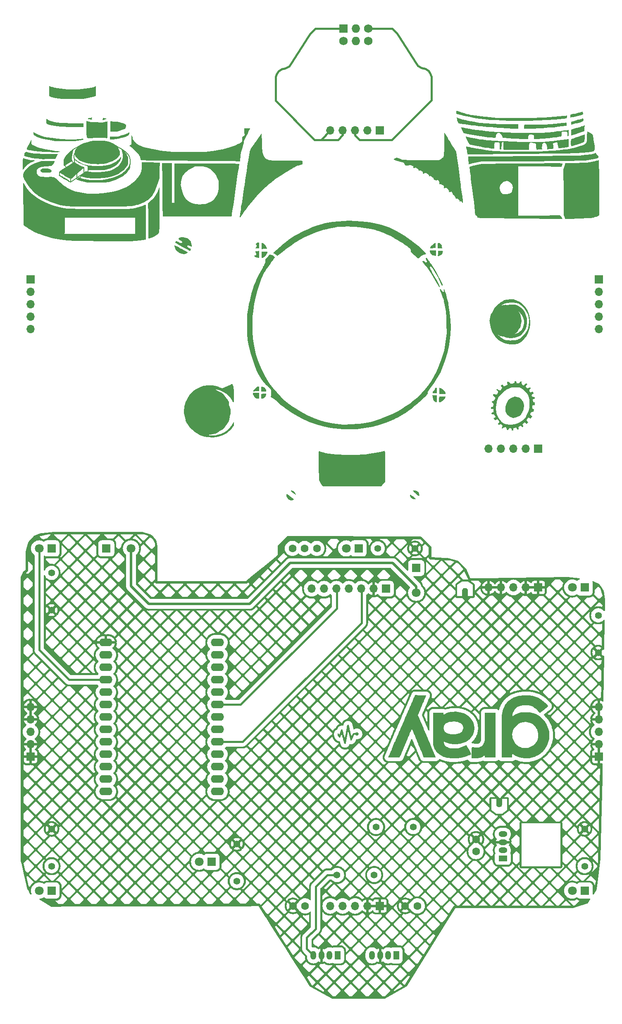
<source format=gtl>
G04 #@! TF.GenerationSoftware,KiCad,Pcbnew,7.0.10*
G04 #@! TF.CreationDate,2024-04-17T21:16:10-05:00*
G04 #@! TF.ProjectId,camera_badge,63616d65-7261-45f6-9261-6467652e6b69,2*
G04 #@! TF.SameCoordinates,Original*
G04 #@! TF.FileFunction,Copper,L1,Top*
G04 #@! TF.FilePolarity,Positive*
%FSLAX46Y46*%
G04 Gerber Fmt 4.6, Leading zero omitted, Abs format (unit mm)*
G04 Created by KiCad (PCBNEW 7.0.10) date 2024-04-17 21:16:10*
%MOMM*%
%LPD*%
G01*
G04 APERTURE LIST*
G04 #@! TA.AperFunction,EtchedComponent*
%ADD10C,0.200000*%
G04 #@! TD*
G04 #@! TA.AperFunction,EtchedComponent*
%ADD11C,0.120000*%
G04 #@! TD*
G04 #@! TA.AperFunction,EtchedComponent*
%ADD12C,0.180000*%
G04 #@! TD*
G04 #@! TA.AperFunction,EtchedComponent*
%ADD13C,0.170000*%
G04 #@! TD*
G04 #@! TA.AperFunction,EtchedComponent*
%ADD14C,0.160000*%
G04 #@! TD*
G04 #@! TA.AperFunction,EtchedComponent*
%ADD15C,0.150000*%
G04 #@! TD*
G04 #@! TA.AperFunction,EtchedComponent*
%ADD16C,0.140000*%
G04 #@! TD*
G04 #@! TA.AperFunction,EtchedComponent*
%ADD17C,4.797245*%
G04 #@! TD*
G04 #@! TA.AperFunction,EtchedComponent*
%ADD18C,3.274698*%
G04 #@! TD*
G04 #@! TA.AperFunction,ComponentPad*
%ADD19C,1.400000*%
G04 #@! TD*
G04 #@! TA.AperFunction,ComponentPad*
%ADD20R,1.700000X1.700000*%
G04 #@! TD*
G04 #@! TA.AperFunction,ComponentPad*
%ADD21O,1.700000X1.700000*%
G04 #@! TD*
G04 #@! TA.AperFunction,ComponentPad*
%ADD22C,1.600000*%
G04 #@! TD*
G04 #@! TA.AperFunction,ComponentPad*
%ADD23O,2.700000X1.600000*%
G04 #@! TD*
G04 #@! TA.AperFunction,ComponentPad*
%ADD24R,1.800000X1.800000*%
G04 #@! TD*
G04 #@! TA.AperFunction,ComponentPad*
%ADD25C,1.800000*%
G04 #@! TD*
G04 #@! TA.AperFunction,ComponentPad*
%ADD26R,1.150000X1.800000*%
G04 #@! TD*
G04 #@! TA.AperFunction,ComponentPad*
%ADD27O,1.150000X1.800000*%
G04 #@! TD*
G04 #@! TA.AperFunction,ComponentPad*
%ADD28R,1.800000X1.150000*%
G04 #@! TD*
G04 #@! TA.AperFunction,ComponentPad*
%ADD29O,1.800000X1.150000*%
G04 #@! TD*
G04 #@! TA.AperFunction,ComponentPad*
%ADD30R,1.727200X1.727200*%
G04 #@! TD*
G04 #@! TA.AperFunction,ComponentPad*
%ADD31C,1.727200*%
G04 #@! TD*
G04 #@! TA.AperFunction,ComponentPad*
%ADD32O,1.727200X1.727200*%
G04 #@! TD*
G04 #@! TA.AperFunction,ViaPad*
%ADD33C,0.800000*%
G04 #@! TD*
G04 #@! TA.AperFunction,Conductor*
%ADD34C,0.400000*%
G04 #@! TD*
G04 #@! TA.AperFunction,Conductor*
%ADD35C,0.500000*%
G04 #@! TD*
G04 APERTURE END LIST*
G04 #@! TA.AperFunction,EtchedComponent*
G36*
X137273410Y-168169295D02*
G01*
X137273410Y-172747202D01*
X136167094Y-172747202D01*
X135060778Y-172747202D01*
X135052152Y-172522108D01*
X135043526Y-172297013D01*
X134895851Y-172420206D01*
X134729918Y-172537992D01*
X134525423Y-172651366D01*
X134302623Y-172750476D01*
X134081776Y-172825470D01*
X134039340Y-172836779D01*
X133829863Y-172878908D01*
X133573138Y-172912610D01*
X133280524Y-172936859D01*
X132963378Y-172950630D01*
X132747189Y-172953479D01*
X132370619Y-172953946D01*
X132370619Y-171772551D01*
X132371280Y-171486772D01*
X132373194Y-171232273D01*
X132376253Y-171013689D01*
X132380350Y-170835652D01*
X132385380Y-170702795D01*
X132391236Y-170619752D01*
X132397791Y-170591155D01*
X132435876Y-170597089D01*
X132519205Y-170613227D01*
X132635335Y-170637078D01*
X132766475Y-170664993D01*
X133040951Y-170712023D01*
X133314129Y-170736061D01*
X133570950Y-170736723D01*
X133796354Y-170713626D01*
X133890438Y-170693606D01*
X134161960Y-170593521D01*
X134402863Y-170444235D01*
X134609796Y-170248949D01*
X134779406Y-170010865D01*
X134908342Y-169733180D01*
X134914501Y-169715930D01*
X134937937Y-169648025D01*
X134958677Y-169583069D01*
X134976885Y-169517182D01*
X134992727Y-169446486D01*
X135006367Y-169367101D01*
X135017970Y-169275149D01*
X135027700Y-169166751D01*
X135035723Y-169038028D01*
X135042202Y-168885101D01*
X135047303Y-168704091D01*
X135051191Y-168491119D01*
X135054029Y-168242307D01*
X135055984Y-167953775D01*
X135057218Y-167621645D01*
X135057898Y-167242037D01*
X135058188Y-166811073D01*
X135058253Y-166330748D01*
X135058293Y-163591388D01*
X136165851Y-163591388D01*
X137273410Y-163591388D01*
X137273410Y-168169295D01*
G37*
G04 #@! TD.AperFunction*
G04 #@! TA.AperFunction,EtchedComponent*
G36*
X107146003Y-166084682D02*
G01*
X107155948Y-166094508D01*
X107174226Y-166136403D01*
X107203394Y-166231527D01*
X107242284Y-166375281D01*
X107289726Y-166563069D01*
X107344551Y-166790291D01*
X107405590Y-167052352D01*
X107455875Y-167274026D01*
X107511762Y-167523512D01*
X107563373Y-167754818D01*
X107609315Y-167961638D01*
X107648198Y-168137668D01*
X107678629Y-168276600D01*
X107699218Y-168372130D01*
X107708571Y-168417951D01*
X107708991Y-168420925D01*
X107730266Y-168431869D01*
X107740713Y-168429457D01*
X107764781Y-168399289D01*
X107804398Y-168326356D01*
X107853332Y-168222800D01*
X107888849Y-168140846D01*
X107953629Y-167989103D01*
X108005610Y-167883602D01*
X108054424Y-167815942D01*
X108109703Y-167777719D01*
X108181078Y-167760531D01*
X108278181Y-167755975D01*
X108330185Y-167755807D01*
X108457140Y-167752582D01*
X108538017Y-167741366D01*
X108585532Y-167719845D01*
X108598805Y-167706929D01*
X108684802Y-167641205D01*
X108800058Y-167599979D01*
X108916750Y-167592556D01*
X108933347Y-167595062D01*
X109050918Y-167644487D01*
X109140583Y-167734618D01*
X109195519Y-167850984D01*
X109208903Y-167979112D01*
X109173912Y-168104530D01*
X109173712Y-168104918D01*
X109091569Y-168206276D01*
X108980538Y-168266535D01*
X108855119Y-168284680D01*
X108729808Y-168259697D01*
X108619106Y-168190574D01*
X108579199Y-168146493D01*
X108522969Y-168118910D01*
X108417490Y-168115576D01*
X108417124Y-168115602D01*
X108285655Y-168124993D01*
X108063698Y-168666443D01*
X107971926Y-168884719D01*
X107895379Y-169051589D01*
X107830306Y-169171586D01*
X107772958Y-169249242D01*
X107719584Y-169289090D01*
X107666433Y-169295663D01*
X107609757Y-169273494D01*
X107578583Y-169252798D01*
X107566058Y-169240203D01*
X107552746Y-169217816D01*
X107537558Y-169181326D01*
X107519407Y-169126420D01*
X107497204Y-169048788D01*
X107469862Y-168944118D01*
X107436292Y-168808098D01*
X107395405Y-168636417D01*
X107346115Y-168424764D01*
X107287333Y-168168827D01*
X107217970Y-167864295D01*
X107136940Y-167506856D01*
X107128109Y-167467841D01*
X107101693Y-167364826D01*
X107076324Y-167288940D01*
X107056892Y-167254440D01*
X107054668Y-167253714D01*
X107029854Y-167270573D01*
X107029689Y-167272766D01*
X107024895Y-167306084D01*
X107011443Y-167389260D01*
X106990728Y-167513947D01*
X106964142Y-167671794D01*
X106933080Y-167854453D01*
X106912577Y-167974220D01*
X106851436Y-168330821D01*
X106794963Y-168660854D01*
X106743830Y-168960370D01*
X106698706Y-169225420D01*
X106660261Y-169452056D01*
X106629165Y-169636327D01*
X106606087Y-169774285D01*
X106591697Y-169861981D01*
X106586666Y-169895466D01*
X106586665Y-169895526D01*
X106568432Y-169923364D01*
X106540253Y-169954046D01*
X106465472Y-169993032D01*
X106375157Y-169995182D01*
X106297560Y-169961080D01*
X106285002Y-169948772D01*
X106267537Y-169908681D01*
X106238259Y-169818130D01*
X106199106Y-169684105D01*
X106152016Y-169513594D01*
X106098927Y-169313583D01*
X106041778Y-169091059D01*
X105994131Y-168900283D01*
X105936128Y-168667526D01*
X105881789Y-168454050D01*
X105832864Y-168266377D01*
X105791099Y-168111029D01*
X105758245Y-167994529D01*
X105736050Y-167923398D01*
X105726888Y-167903481D01*
X105710194Y-167929880D01*
X105679525Y-168002166D01*
X105638931Y-168109975D01*
X105592463Y-168242942D01*
X105581793Y-168274728D01*
X105526437Y-168435241D01*
X105482604Y-168547477D01*
X105446151Y-168620114D01*
X105412932Y-168661826D01*
X105389548Y-168677197D01*
X105307212Y-168697195D01*
X105229479Y-168674665D01*
X105148497Y-168605092D01*
X105058235Y-168486652D01*
X104997891Y-168395298D01*
X104960855Y-168325878D01*
X104941438Y-168258307D01*
X104933953Y-168172500D01*
X104932712Y-168048372D01*
X104932712Y-168043403D01*
X104936299Y-167902178D01*
X104949459Y-167817969D01*
X104975787Y-167789026D01*
X105018878Y-167813597D01*
X105082328Y-167889933D01*
X105124818Y-167949876D01*
X105193487Y-168041378D01*
X105238300Y-168081244D01*
X105259104Y-168075400D01*
X105275097Y-168035260D01*
X105305860Y-167949316D01*
X105347804Y-167827908D01*
X105397342Y-167681376D01*
X105432863Y-167574687D01*
X105486446Y-167416363D01*
X105536285Y-167275681D01*
X105578467Y-167163200D01*
X105609077Y-167089479D01*
X105620986Y-167067253D01*
X105689887Y-167021409D01*
X105781917Y-167012544D01*
X105872380Y-167042965D01*
X105873462Y-167043646D01*
X105890601Y-167077945D01*
X105919447Y-167162739D01*
X105958006Y-167291064D01*
X106004281Y-167455958D01*
X106056277Y-167650455D01*
X106112001Y-167867594D01*
X106129037Y-167935672D01*
X106183840Y-168152664D01*
X106235341Y-168350392D01*
X106281569Y-168521761D01*
X106320550Y-168659676D01*
X106350314Y-168757044D01*
X106368887Y-168806771D01*
X106372579Y-168811692D01*
X106390897Y-168789796D01*
X106412685Y-168723437D01*
X106433392Y-168626673D01*
X106434423Y-168620667D01*
X106449402Y-168532563D01*
X106472379Y-168397802D01*
X106501379Y-168227950D01*
X106534427Y-168034572D01*
X106569547Y-167829235D01*
X106584640Y-167741039D01*
X106623866Y-167511869D01*
X106665437Y-167268995D01*
X106706403Y-167029643D01*
X106743816Y-166811041D01*
X106774729Y-166630415D01*
X106779259Y-166603946D01*
X106813389Y-166418872D01*
X106846226Y-166267868D01*
X106875872Y-166158683D01*
X106900433Y-166099066D01*
X106903920Y-166094469D01*
X106977597Y-166051400D01*
X107067446Y-166048139D01*
X107146003Y-166084682D01*
G37*
G04 #@! TD.AperFunction*
G04 #@! TA.AperFunction,EtchedComponent*
G36*
X132913327Y-166983209D02*
G01*
X132855964Y-167387540D01*
X132744534Y-167782976D01*
X132579377Y-168165117D01*
X132360832Y-168529562D01*
X132089239Y-168871908D01*
X132075865Y-168886625D01*
X131793071Y-169153871D01*
X131466874Y-169388211D01*
X131103512Y-169588757D01*
X130709221Y-169754619D01*
X130290241Y-169884909D01*
X129852808Y-169978738D01*
X129403160Y-170035217D01*
X128947534Y-170053457D01*
X128492168Y-170032569D01*
X128043300Y-169971664D01*
X127607166Y-169869854D01*
X127190006Y-169726249D01*
X126947075Y-169617529D01*
X126662622Y-169477833D01*
X126677591Y-169716994D01*
X126720053Y-169969540D01*
X126813813Y-170193163D01*
X126958556Y-170387667D01*
X127153967Y-170552859D01*
X127399731Y-170688543D01*
X127695534Y-170794523D01*
X128041059Y-170870606D01*
X128435993Y-170916597D01*
X128634456Y-170927605D01*
X129099059Y-170920404D01*
X129562865Y-170862283D01*
X130031277Y-170752019D01*
X130509698Y-170588390D01*
X130920472Y-170410126D01*
X131054158Y-170347102D01*
X131167203Y-170294312D01*
X131249682Y-170256354D01*
X131291671Y-170237821D01*
X131294874Y-170236737D01*
X131314978Y-170262411D01*
X131360273Y-170339635D01*
X131430918Y-170468707D01*
X131527074Y-170649926D01*
X131648904Y-170883593D01*
X131795067Y-171167086D01*
X131890831Y-171353129D01*
X131982899Y-171531119D01*
X132066095Y-171691114D01*
X132135239Y-171823170D01*
X132185155Y-171917345D01*
X132200760Y-171946165D01*
X132247921Y-172038413D01*
X132265383Y-172093659D01*
X132256257Y-172124023D01*
X132248092Y-172130552D01*
X132202486Y-172152715D01*
X132112322Y-172191162D01*
X131988437Y-172241671D01*
X131841670Y-172300019D01*
X131682859Y-172361985D01*
X131522841Y-172423346D01*
X131372455Y-172479880D01*
X131242538Y-172527366D01*
X131143928Y-172561580D01*
X131130154Y-172566063D01*
X130828390Y-172654520D01*
X130492378Y-172738842D01*
X130146914Y-172813216D01*
X129845386Y-172867325D01*
X129623154Y-172895537D01*
X129362740Y-172916677D01*
X129077602Y-172930639D01*
X128781195Y-172937319D01*
X128486976Y-172936613D01*
X128208401Y-172928415D01*
X127958926Y-172912623D01*
X127752008Y-172889131D01*
X127718875Y-172883832D01*
X127372711Y-172819060D01*
X127070169Y-172747957D01*
X126795823Y-172665787D01*
X126534246Y-172567811D01*
X126270012Y-172449295D01*
X126212596Y-172421281D01*
X125818029Y-172198843D01*
X125474167Y-171946254D01*
X125180631Y-171663021D01*
X124937040Y-171348649D01*
X124743013Y-171002644D01*
X124598172Y-170624513D01*
X124502137Y-170213762D01*
X124498897Y-170194135D01*
X124491821Y-170142554D01*
X124485528Y-170077799D01*
X124479975Y-169996477D01*
X124475119Y-169895196D01*
X124470917Y-169770561D01*
X124467325Y-169619180D01*
X124464302Y-169437660D01*
X124461803Y-169222607D01*
X124459787Y-168970627D01*
X124458209Y-168678329D01*
X124457027Y-168342318D01*
X124456199Y-167959201D01*
X124455680Y-167525586D01*
X124455428Y-167038078D01*
X124455389Y-166759004D01*
X124455388Y-166722707D01*
X126627325Y-166722707D01*
X126627971Y-166865993D01*
X126633549Y-166968408D01*
X126647484Y-167048133D01*
X126673204Y-167123347D01*
X126714134Y-167212230D01*
X126722975Y-167230258D01*
X126862933Y-167448657D01*
X127050658Y-167632337D01*
X127286088Y-167781248D01*
X127479724Y-167864948D01*
X127777358Y-167951503D01*
X128111825Y-168009617D01*
X128467292Y-168037595D01*
X128827925Y-168033743D01*
X128962760Y-168023607D01*
X129345669Y-167969922D01*
X129678909Y-167885633D01*
X129962257Y-167770903D01*
X130195491Y-167625892D01*
X130378389Y-167450764D01*
X130510727Y-167245679D01*
X130592284Y-167010799D01*
X130619697Y-166819581D01*
X130612291Y-166550422D01*
X130551994Y-166306905D01*
X130439604Y-166090036D01*
X130275917Y-165900820D01*
X130061729Y-165740264D01*
X129797837Y-165609372D01*
X129608750Y-165543297D01*
X129458488Y-165501473D01*
X129315448Y-165470840D01*
X129166809Y-165450132D01*
X128999753Y-165438088D01*
X128801459Y-165433442D01*
X128559109Y-165434933D01*
X128516317Y-165435641D01*
X128301183Y-165440844D01*
X128132393Y-165448713D01*
X127997237Y-165460439D01*
X127883007Y-165477212D01*
X127776994Y-165500224D01*
X127748410Y-165507587D01*
X127443146Y-165609432D01*
X127181167Y-165740841D01*
X126965609Y-165899602D01*
X126799607Y-166083503D01*
X126706747Y-166242536D01*
X126670196Y-166328986D01*
X126646944Y-166408784D01*
X126634013Y-166499932D01*
X126628427Y-166620431D01*
X126627325Y-166722707D01*
X124455388Y-166722707D01*
X124455270Y-163591388D01*
X125503758Y-163591388D01*
X125780791Y-163591548D01*
X126004443Y-163592214D01*
X126180404Y-163593666D01*
X126314362Y-163596184D01*
X126412007Y-163600047D01*
X126479029Y-163605536D01*
X126521114Y-163612930D01*
X126543954Y-163622509D01*
X126553237Y-163634553D01*
X126554666Y-163643074D01*
X126555246Y-163700307D01*
X126554170Y-163792708D01*
X126552577Y-163864586D01*
X126553161Y-163955796D01*
X126559307Y-164017439D01*
X126567145Y-164034411D01*
X126599919Y-164020337D01*
X126669492Y-163983060D01*
X126762150Y-163929996D01*
X126783362Y-163917479D01*
X127167961Y-163722948D01*
X127588775Y-163573433D01*
X128043093Y-163469521D01*
X128528204Y-163411801D01*
X129041397Y-163400860D01*
X129151317Y-163404511D01*
X129546778Y-163438817D01*
X129952062Y-163506467D01*
X130351129Y-163603474D01*
X130727937Y-163725850D01*
X131066448Y-163869607D01*
X131110614Y-163891590D01*
X131338123Y-164022860D01*
X131574649Y-164187100D01*
X131807742Y-164373589D01*
X132024952Y-164571607D01*
X132213828Y-164770436D01*
X132361921Y-164959355D01*
X132377245Y-164982196D01*
X132595313Y-165364975D01*
X132757616Y-165760868D01*
X132864493Y-166165472D01*
X132916283Y-166574386D01*
X132914510Y-166819581D01*
X132913327Y-166983209D01*
G37*
G04 #@! TD.AperFunction*
G04 #@! TA.AperFunction,EtchedComponent*
G36*
X121744395Y-160023252D02*
G01*
X121988217Y-160024928D01*
X122220477Y-160027072D01*
X122432650Y-160029564D01*
X122616212Y-160032285D01*
X122762641Y-160035113D01*
X122863413Y-160037930D01*
X122897305Y-160039493D01*
X122988514Y-160046491D01*
X123050157Y-160053661D01*
X123067130Y-160058243D01*
X123056311Y-160087128D01*
X123027426Y-160157310D01*
X122985830Y-160255861D01*
X122966788Y-160300432D01*
X122926697Y-160394226D01*
X122868144Y-160531569D01*
X122795736Y-160701632D01*
X122714083Y-160893587D01*
X122627794Y-161096605D01*
X122571732Y-161228597D01*
X122489460Y-161422211D01*
X122389054Y-161658269D01*
X122275575Y-161924890D01*
X122154081Y-162210192D01*
X122029633Y-162502293D01*
X121907289Y-162789312D01*
X121814406Y-163007103D01*
X121351795Y-164091539D01*
X121592258Y-164661057D01*
X121670527Y-164846257D01*
X121746726Y-165026247D01*
X121815779Y-165189056D01*
X121872609Y-165322717D01*
X121912138Y-165415259D01*
X121915270Y-165422551D01*
X121952367Y-165509404D01*
X122007331Y-165638850D01*
X122075144Y-165799030D01*
X122150785Y-165978082D01*
X122229232Y-166164145D01*
X122240312Y-166190458D01*
X122322758Y-166385930D01*
X122406923Y-166584885D01*
X122486708Y-166772942D01*
X122556010Y-166935722D01*
X122608729Y-167058843D01*
X122609975Y-167061737D01*
X122642885Y-167138677D01*
X122696555Y-167264790D01*
X122768762Y-167434831D01*
X122857286Y-167643555D01*
X122959904Y-167885720D01*
X123074394Y-168156080D01*
X123198536Y-168449392D01*
X123330107Y-168760411D01*
X123466885Y-169083895D01*
X123554684Y-169291620D01*
X123699007Y-169633093D01*
X123843618Y-169975172D01*
X123985751Y-170311322D01*
X124122640Y-170635005D01*
X124251520Y-170939682D01*
X124369626Y-171218817D01*
X124474191Y-171465873D01*
X124562451Y-171674310D01*
X124631640Y-171837593D01*
X124654158Y-171890690D01*
X124734915Y-172081054D01*
X124810053Y-172258199D01*
X124875819Y-172413277D01*
X124928460Y-172537438D01*
X124964225Y-172621835D01*
X124976659Y-172651214D01*
X125017226Y-172747202D01*
X123783748Y-172746757D01*
X122550270Y-172746311D01*
X122366781Y-172296350D01*
X122266080Y-172050275D01*
X122148187Y-171763633D01*
X122018846Y-171450290D01*
X121883801Y-171124113D01*
X121748798Y-170798969D01*
X121619580Y-170488725D01*
X121501893Y-170207247D01*
X121458499Y-170103830D01*
X121409061Y-169985762D01*
X121340202Y-169820730D01*
X121255087Y-169616349D01*
X121156884Y-169380234D01*
X121048757Y-169120002D01*
X120933873Y-168843269D01*
X120815397Y-168557650D01*
X120703404Y-168287434D01*
X120591800Y-168018501D01*
X120486707Y-167766142D01*
X120390342Y-167535618D01*
X120304924Y-167332193D01*
X120232668Y-167161129D01*
X120175793Y-167027689D01*
X120136516Y-166937135D01*
X120117053Y-166894731D01*
X120115626Y-166892358D01*
X120101337Y-166915156D01*
X120066205Y-166988115D01*
X120012131Y-167106875D01*
X119941013Y-167267080D01*
X119854749Y-167464372D01*
X119755238Y-167694394D01*
X119644379Y-167952787D01*
X119524070Y-168235195D01*
X119396210Y-168537260D01*
X119317754Y-168723521D01*
X119182320Y-169045610D01*
X119050639Y-169358746D01*
X118924984Y-169657519D01*
X118807630Y-169936523D01*
X118700854Y-170190349D01*
X118606929Y-170413591D01*
X118528131Y-170600839D01*
X118466733Y-170746686D01*
X118425013Y-170845725D01*
X118414042Y-170871737D01*
X118258281Y-171240901D01*
X118124227Y-171558848D01*
X118010544Y-171828753D01*
X117915899Y-172053788D01*
X117838956Y-172237129D01*
X117778381Y-172381949D01*
X117732840Y-172491421D01*
X117721719Y-172518307D01*
X117627200Y-172747202D01*
X116448560Y-172747202D01*
X116191210Y-172746905D01*
X115953246Y-172746057D01*
X115740928Y-172744724D01*
X115560514Y-172742970D01*
X115418263Y-172740861D01*
X115320437Y-172738463D01*
X115273292Y-172735841D01*
X115269921Y-172734910D01*
X115281025Y-172706151D01*
X115311901Y-172631709D01*
X115358894Y-172520128D01*
X115418350Y-172379950D01*
X115486614Y-172219720D01*
X115560031Y-172047979D01*
X115634948Y-171873273D01*
X115707710Y-171704142D01*
X115774662Y-171549132D01*
X115832149Y-171416784D01*
X115876518Y-171315643D01*
X115890048Y-171285225D01*
X115918538Y-171220444D01*
X115965470Y-171112422D01*
X116026059Y-170972231D01*
X116095520Y-170810942D01*
X116164523Y-170650225D01*
X116267978Y-170409220D01*
X116368790Y-170174969D01*
X116463937Y-169954446D01*
X116550398Y-169754622D01*
X116625153Y-169582469D01*
X116685181Y-169444960D01*
X116727460Y-169349068D01*
X116746763Y-169306388D01*
X116763036Y-169269579D01*
X116800191Y-169184310D01*
X116855729Y-169056366D01*
X116927152Y-168891535D01*
X117011962Y-168695601D01*
X117107659Y-168474350D01*
X117211745Y-168233569D01*
X117321722Y-167979042D01*
X117435091Y-167716557D01*
X117549355Y-167451898D01*
X117662014Y-167190851D01*
X117770569Y-166939203D01*
X117872523Y-166702739D01*
X117965377Y-166487244D01*
X118046633Y-166298506D01*
X118113791Y-166142309D01*
X118164354Y-166024440D01*
X118194341Y-165954179D01*
X118224963Y-165882576D01*
X118275809Y-165764355D01*
X118343609Y-165607090D01*
X118425091Y-165418360D01*
X118516985Y-165205740D01*
X118616020Y-164976806D01*
X118710748Y-164758016D01*
X118827871Y-164487531D01*
X118953475Y-164197322D01*
X119081714Y-163900907D01*
X119206742Y-163611799D01*
X119322714Y-163343516D01*
X119423784Y-163109572D01*
X119464419Y-163015458D01*
X119547827Y-162822283D01*
X119643464Y-162600883D01*
X119748494Y-162357814D01*
X119860081Y-162099634D01*
X119975390Y-161832897D01*
X120091584Y-161564162D01*
X120205829Y-161299984D01*
X120315290Y-161046921D01*
X120417129Y-160811527D01*
X120508513Y-160600360D01*
X120586605Y-160419977D01*
X120648570Y-160276934D01*
X120691572Y-160177787D01*
X120706615Y-160143190D01*
X120761310Y-160017667D01*
X121744395Y-160023252D01*
G37*
G04 #@! TD.AperFunction*
G04 #@! TA.AperFunction,EtchedComponent*
G36*
X148274367Y-168350909D02*
G01*
X148270483Y-168561914D01*
X148262771Y-168754975D01*
X148251241Y-168917278D01*
X148235900Y-169036008D01*
X148235032Y-169040574D01*
X148103858Y-169569094D01*
X147921800Y-170069335D01*
X147690558Y-170539042D01*
X147411832Y-170975960D01*
X147087323Y-171377834D01*
X146718732Y-171742411D01*
X146307758Y-172067434D01*
X145856102Y-172350650D01*
X145661454Y-172453213D01*
X145194121Y-172655019D01*
X144709196Y-172804045D01*
X144212341Y-172900454D01*
X143709220Y-172944407D01*
X143205496Y-172936067D01*
X142706831Y-172875595D01*
X142218890Y-172763154D01*
X141747335Y-172598904D01*
X141297829Y-172383009D01*
X141197357Y-172325593D01*
X141068660Y-172247342D01*
X140945693Y-172168489D01*
X140845836Y-172100371D01*
X140802828Y-172068241D01*
X140684689Y-171973888D01*
X140676448Y-172360545D01*
X140668207Y-172747202D01*
X139576273Y-172747202D01*
X138484340Y-172747202D01*
X138484608Y-168664004D01*
X138484722Y-168076023D01*
X138484724Y-168071894D01*
X140678599Y-168071894D01*
X140691013Y-168442441D01*
X140754469Y-168804221D01*
X140866382Y-169152419D01*
X141024169Y-169482220D01*
X141225245Y-169788812D01*
X141467024Y-170067380D01*
X141746923Y-170313110D01*
X142062356Y-170521189D01*
X142410738Y-170686802D01*
X142669772Y-170774023D01*
X142844273Y-170809720D01*
X143057742Y-170832323D01*
X143291487Y-170841564D01*
X143526815Y-170837171D01*
X143745033Y-170818875D01*
X143904479Y-170791878D01*
X144293071Y-170675393D01*
X144649999Y-170511125D01*
X144972214Y-170302404D01*
X145256669Y-170052562D01*
X145500317Y-169764928D01*
X145700111Y-169442835D01*
X145853003Y-169089613D01*
X145955946Y-168708593D01*
X145986869Y-168515643D01*
X146003643Y-168193327D01*
X145978848Y-167851269D01*
X145915384Y-167508611D01*
X145816149Y-167184496D01*
X145767081Y-167064314D01*
X145589754Y-166734931D01*
X145364866Y-166435633D01*
X145097948Y-166170610D01*
X144794531Y-165944053D01*
X144460147Y-165760151D01*
X144100325Y-165623096D01*
X143759487Y-165543294D01*
X143533758Y-165519928D01*
X143279540Y-165517173D01*
X143023449Y-165534367D01*
X142810676Y-165566903D01*
X142428879Y-165674812D01*
X142073622Y-165833633D01*
X141748965Y-166039787D01*
X141458968Y-166289695D01*
X141207691Y-166579781D01*
X140999193Y-166906467D01*
X140837535Y-167266173D01*
X140817239Y-167323749D01*
X140719814Y-167697392D01*
X140678599Y-168071894D01*
X138484724Y-168071894D01*
X138485004Y-167544035D01*
X138485486Y-167064964D01*
X138486199Y-166635733D01*
X138487174Y-166253267D01*
X138488442Y-165914489D01*
X138490035Y-165616323D01*
X138491984Y-165355692D01*
X138494320Y-165129520D01*
X138497075Y-164934731D01*
X138500280Y-164768248D01*
X138503967Y-164626996D01*
X138508165Y-164507897D01*
X138512908Y-164407876D01*
X138518226Y-164323856D01*
X138524150Y-164252761D01*
X138530064Y-164196966D01*
X138594615Y-163745975D01*
X138677962Y-163339982D01*
X138783283Y-162967020D01*
X138913754Y-162615120D01*
X139003622Y-162412941D01*
X139233931Y-161990183D01*
X139506684Y-161608476D01*
X139821790Y-161267880D01*
X140179160Y-160968457D01*
X140578704Y-160710269D01*
X141020332Y-160493376D01*
X141503953Y-160317840D01*
X142029479Y-160183722D01*
X142368177Y-160122646D01*
X142474005Y-160108857D01*
X142618224Y-160093605D01*
X142788942Y-160077786D01*
X142974266Y-160062294D01*
X143162302Y-160048024D01*
X143341159Y-160035871D01*
X143498942Y-160026730D01*
X143623759Y-160021495D01*
X143703717Y-160021062D01*
X143712014Y-160021532D01*
X143756658Y-160025443D01*
X143847773Y-160033839D01*
X143973029Y-160045570D01*
X144120096Y-160059488D01*
X144155037Y-160062813D01*
X144380317Y-160086030D01*
X144565687Y-160109938D01*
X144730252Y-160137833D01*
X144893116Y-160173014D01*
X145073380Y-160218778D01*
X145100154Y-160225964D01*
X145593904Y-160389096D01*
X146078400Y-160608795D01*
X146550179Y-160882840D01*
X147005776Y-161209014D01*
X147441728Y-161585098D01*
X147815290Y-161965361D01*
X147926159Y-162090606D01*
X147997880Y-162180531D01*
X148034190Y-162240437D01*
X148038829Y-162275624D01*
X148036801Y-162279433D01*
X148008621Y-162305848D01*
X147940909Y-162363086D01*
X147839931Y-162446171D01*
X147711950Y-162550124D01*
X147563229Y-162669968D01*
X147400034Y-162800725D01*
X147228629Y-162937417D01*
X147055277Y-163075067D01*
X146886242Y-163208697D01*
X146727789Y-163333328D01*
X146586182Y-163443984D01*
X146467684Y-163535687D01*
X146378560Y-163603458D01*
X146325074Y-163642321D01*
X146312399Y-163649722D01*
X146288528Y-163627397D01*
X146238982Y-163568585D01*
X146173007Y-163484436D01*
X146148642Y-163452255D01*
X145902244Y-163159168D01*
X145622382Y-162887858D01*
X145318938Y-162645539D01*
X145001799Y-162439428D01*
X144680848Y-162276739D01*
X144396595Y-162173320D01*
X144048382Y-162097650D01*
X143670520Y-162060790D01*
X143276750Y-162061597D01*
X142880811Y-162098925D01*
X142496444Y-162171628D01*
X142137388Y-162278563D01*
X141889476Y-162382222D01*
X141593022Y-162556738D01*
X141335481Y-162774398D01*
X141118722Y-163032336D01*
X140944614Y-163327688D01*
X140815023Y-163657588D01*
X140731818Y-164019171D01*
X140710017Y-164191350D01*
X140690624Y-164392591D01*
X140923935Y-164225011D01*
X141304037Y-163988032D01*
X141721918Y-163796061D01*
X142177911Y-163648960D01*
X142530619Y-163570644D01*
X142643341Y-163552650D01*
X142766152Y-163539148D01*
X142908995Y-163529638D01*
X143081813Y-163523618D01*
X143294550Y-163520587D01*
X143534805Y-163520008D01*
X143771681Y-163520892D01*
X143959799Y-163523291D01*
X144109464Y-163527872D01*
X144230983Y-163535300D01*
X144334659Y-163546241D01*
X144430800Y-163561363D01*
X144529710Y-163581332D01*
X144549045Y-163585591D01*
X145056819Y-163724481D01*
X145527733Y-163908047D01*
X145966116Y-164138623D01*
X146376299Y-164418547D01*
X146762612Y-164750156D01*
X146831538Y-164817086D01*
X147155751Y-165163998D01*
X147434031Y-165520574D01*
X147670695Y-165894983D01*
X147870061Y-166295397D01*
X148036448Y-166729990D01*
X148174173Y-167206931D01*
X148236074Y-167475225D01*
X148251456Y-167583735D01*
X148262968Y-167738372D01*
X148270618Y-167926323D01*
X148274415Y-168134774D01*
X148274402Y-168193327D01*
X148274367Y-168350909D01*
G37*
G04 #@! TD.AperFunction*
D10*
X47900000Y-53700000D02*
X47900000Y-53000000D01*
X49000000Y-51600000D02*
X49300000Y-52100000D01*
D11*
X50000000Y-55000000D02*
X50200000Y-55100000D01*
D10*
X50200000Y-55100000D02*
X50200000Y-54200000D01*
X50200000Y-55100000D02*
X52900000Y-53200000D01*
X50400000Y-50700000D02*
X50800000Y-51200000D01*
X50700000Y-48400000D02*
X52100000Y-47600000D01*
X50900000Y-49600000D02*
X51034644Y-49116104D01*
X50900000Y-49900000D02*
X50900000Y-49600000D01*
X50906546Y-50090426D02*
X50900000Y-49900000D01*
X51000000Y-50300000D02*
X50906546Y-50090426D01*
X51000000Y-51100000D02*
X51000000Y-50300000D01*
X51034644Y-49116104D02*
X51200000Y-48700000D01*
X51500000Y-54500000D02*
X51500000Y-53300000D01*
X52000000Y-54300000D02*
X52400000Y-53800000D01*
X52900000Y-52100000D02*
X52900000Y-53400000D01*
X53800000Y-52400000D02*
X53800000Y-53000000D01*
X60800000Y-48400000D02*
X59300000Y-47500000D01*
D12*
X61500000Y-48900000D02*
X60800000Y-48400000D01*
D13*
X61900000Y-49300000D02*
X61500000Y-48900000D01*
D14*
X62100000Y-49600000D02*
X61900000Y-49300000D01*
D15*
X62200000Y-49800000D02*
X62100000Y-49600000D01*
D16*
X62400000Y-50500000D02*
X62200000Y-49800000D01*
D17*
X80598622Y-102000000D02*
G75*
G03*
X75801378Y-102000000I-2398622J0D01*
G01*
X75801378Y-102000000D02*
G75*
G03*
X80598622Y-102000000I2398622J0D01*
G01*
D18*
X140940539Y-83456377D02*
G75*
G03*
X137665841Y-83456377I-1637349J0D01*
G01*
X137665841Y-83456377D02*
G75*
G03*
X140940539Y-83456377I1637349J0D01*
G01*
G04 #@! TA.AperFunction,EtchedComponent*
G36*
X88853809Y-98805651D02*
G01*
X88853809Y-99398526D01*
X88619779Y-99395767D01*
X88403089Y-99362783D01*
X88184036Y-99285851D01*
X88162021Y-99274745D01*
X87892913Y-99071879D01*
X87686377Y-98797291D01*
X87572162Y-98491355D01*
X87568247Y-98468899D01*
X87527291Y-98212776D01*
X88190550Y-98212776D01*
X88853809Y-98212776D01*
X88853809Y-98805651D01*
G37*
G04 #@! TD.AperFunction*
G04 #@! TA.AperFunction,EtchedComponent*
G36*
X125050369Y-69567567D02*
G01*
X125050369Y-70129238D01*
X124810553Y-70129238D01*
X124605889Y-70098962D01*
X124375591Y-70022862D01*
X124295688Y-69985419D01*
X124032171Y-69785304D01*
X123862901Y-69519937D01*
X123802317Y-69212049D01*
X123802309Y-69208722D01*
X123802212Y-69005897D01*
X124426290Y-69005897D01*
X125050369Y-69005897D01*
X125050369Y-69567567D01*
G37*
G04 #@! TD.AperFunction*
G04 #@! TA.AperFunction,EtchedComponent*
G36*
X89437584Y-96910619D02*
G01*
X89635309Y-96963090D01*
X89676469Y-96975395D01*
X89927095Y-97099299D01*
X90130556Y-97290738D01*
X90258930Y-97517397D01*
X90289190Y-97684481D01*
X90289190Y-97900737D01*
X89758723Y-97900737D01*
X89228256Y-97900737D01*
X89228256Y-97401474D01*
X89231742Y-97137155D01*
X89254995Y-96979404D01*
X89317211Y-96909974D01*
X89437584Y-96910619D01*
G37*
G04 #@! TD.AperFunction*
G04 #@! TA.AperFunction,EtchedComponent*
G36*
X90479601Y-69522230D02*
G01*
X90361613Y-69839184D01*
X90152882Y-70114095D01*
X89838495Y-70365052D01*
X89727519Y-70434681D01*
X89545549Y-70535883D01*
X89422498Y-70572825D01*
X89346935Y-70532617D01*
X89307428Y-70402367D01*
X89292549Y-70169185D01*
X89290664Y-69942014D01*
X89290664Y-69317936D01*
X89908170Y-69317936D01*
X90525677Y-69317936D01*
X90479601Y-69522230D01*
G37*
G04 #@! TD.AperFunction*
G04 #@! TA.AperFunction,EtchedComponent*
G36*
X88791401Y-97370270D02*
G01*
X88791401Y-97838329D01*
X88370148Y-97839181D01*
X88131414Y-97845105D01*
X87925817Y-97859712D01*
X87808477Y-97877664D01*
X87699330Y-97884111D01*
X87668082Y-97809785D01*
X87668059Y-97806168D01*
X87720447Y-97616309D01*
X87858000Y-97405077D01*
X88051302Y-97200598D01*
X88270934Y-97030996D01*
X88487481Y-96924395D01*
X88613541Y-96902211D01*
X88791401Y-96902211D01*
X88791401Y-97370270D01*
G37*
G04 #@! TD.AperFunction*
G04 #@! TA.AperFunction,EtchedComponent*
G36*
X94655724Y-118938340D02*
G01*
X94844759Y-119065639D01*
X95108478Y-119273441D01*
X95244807Y-119385810D01*
X95925486Y-119951146D01*
X95783962Y-120065745D01*
X95571282Y-120164206D01*
X95312287Y-120176928D01*
X95049320Y-120106023D01*
X94903953Y-120021802D01*
X94667709Y-119794310D01*
X94496528Y-119523098D01*
X94413020Y-119246858D01*
X94408428Y-119173857D01*
X94417725Y-119009302D01*
X94454107Y-118913186D01*
X94529474Y-118888527D01*
X94655724Y-118938340D01*
G37*
G04 #@! TD.AperFunction*
G04 #@! TA.AperFunction,EtchedComponent*
G36*
X126082171Y-97205412D02*
G01*
X126340885Y-97369122D01*
X126587675Y-97599294D01*
X126797983Y-97837927D01*
X126922961Y-98031367D01*
X126978411Y-98207570D01*
X126985013Y-98302285D01*
X126985013Y-98462408D01*
X126364949Y-98462408D01*
X125744886Y-98462408D01*
X125725269Y-97806993D01*
X125717511Y-97515438D01*
X125718003Y-97326422D01*
X125730944Y-97217736D01*
X125760534Y-97167170D01*
X125810972Y-97152513D01*
X125849168Y-97151711D01*
X126082171Y-97205412D01*
G37*
G04 #@! TD.AperFunction*
G04 #@! TA.AperFunction,EtchedComponent*
G36*
X95544187Y-118181102D02*
G01*
X95726091Y-118237904D01*
X95897896Y-118320145D01*
X95924055Y-118336502D01*
X96071645Y-118466296D01*
X96206480Y-118638622D01*
X96302496Y-118813468D01*
X96333629Y-118950824D01*
X96331848Y-118962516D01*
X96288317Y-118981017D01*
X96175681Y-118926104D01*
X95986113Y-118793144D01*
X95796432Y-118645558D01*
X95588043Y-118472659D01*
X95426240Y-118325596D01*
X95329969Y-118222430D01*
X95312439Y-118184237D01*
X95392772Y-118159845D01*
X95544187Y-118181102D01*
G37*
G04 #@! TD.AperFunction*
G04 #@! TA.AperFunction,EtchedComponent*
G36*
X54579339Y-41907345D02*
G01*
X54561745Y-41979964D01*
X54558629Y-42129568D01*
X54594378Y-42204714D01*
X54628297Y-42267908D01*
X54568622Y-42288905D01*
X54490320Y-42288155D01*
X54299241Y-42270431D01*
X54091030Y-42237864D01*
X54090510Y-42237762D01*
X53861714Y-42176602D01*
X53750376Y-42109813D01*
X53758232Y-42043760D01*
X53887017Y-41984802D01*
X54013930Y-41957029D01*
X54224444Y-41919466D01*
X54416407Y-41883219D01*
X54426483Y-41881223D01*
X54548612Y-41866630D01*
X54579339Y-41907345D01*
G37*
G04 #@! TD.AperFunction*
G04 #@! TA.AperFunction,EtchedComponent*
G36*
X56924317Y-41943002D02*
G01*
X57075641Y-41975638D01*
X57269022Y-42013159D01*
X57291032Y-42017181D01*
X57464601Y-42066859D01*
X57516771Y-42128500D01*
X57446180Y-42198120D01*
X57365378Y-42234317D01*
X57161963Y-42296884D01*
X56963711Y-42334218D01*
X56804903Y-42342688D01*
X56719818Y-42318665D01*
X56713760Y-42303308D01*
X56761573Y-42236495D01*
X56783443Y-42232924D01*
X56826821Y-42180509D01*
X56822379Y-42072079D01*
X56814104Y-41958228D01*
X56869250Y-41932789D01*
X56924317Y-41943002D01*
G37*
G04 #@! TD.AperFunction*
G04 #@! TA.AperFunction,EtchedComponent*
G36*
X90262388Y-98358390D02*
G01*
X90272177Y-98362185D01*
X90280129Y-98436696D01*
X90259990Y-98577914D01*
X90257948Y-98587396D01*
X90160059Y-98817374D01*
X89985705Y-99042150D01*
X89766939Y-99232894D01*
X89535814Y-99360776D01*
X89356171Y-99398526D01*
X89292035Y-99388633D01*
X89253828Y-99342021D01*
X89234922Y-99233292D01*
X89228691Y-99037045D01*
X89228256Y-98908235D01*
X89228256Y-98417945D01*
X89735772Y-98375620D01*
X89973897Y-98359336D01*
X90159884Y-98353331D01*
X90262388Y-98358390D01*
G37*
G04 #@! TD.AperFunction*
G04 #@! TA.AperFunction,EtchedComponent*
G36*
X124950670Y-67547853D02*
G01*
X124975909Y-67676801D01*
X124987000Y-67909518D01*
X124987961Y-68038575D01*
X124987961Y-68569041D01*
X124753932Y-68569584D01*
X124550221Y-68577766D01*
X124300147Y-68597900D01*
X124183040Y-68610573D01*
X123846177Y-68651019D01*
X123890752Y-68473419D01*
X123960436Y-68293653D01*
X124061889Y-68118078D01*
X124176502Y-67993622D01*
X124347925Y-67847145D01*
X124542759Y-67702695D01*
X124727602Y-67584319D01*
X124869052Y-67516065D01*
X124909118Y-67508108D01*
X124950670Y-67547853D01*
G37*
G04 #@! TD.AperFunction*
G04 #@! TA.AperFunction,EtchedComponent*
G36*
X126818342Y-98907972D02*
G01*
X126923789Y-98922430D01*
X126971748Y-98953344D01*
X126984635Y-99004649D01*
X126985013Y-99024994D01*
X126930070Y-99244251D01*
X126783035Y-99478105D01*
X126570603Y-99702820D01*
X126319467Y-99894662D01*
X126056320Y-100029897D01*
X125807854Y-100084790D01*
X125792859Y-100085012D01*
X125735348Y-100076344D01*
X125700445Y-100034701D01*
X125683878Y-99936627D01*
X125681374Y-99758664D01*
X125687708Y-99507739D01*
X125705652Y-98930467D01*
X126345332Y-98912681D01*
X126632995Y-98906034D01*
X126818342Y-98907972D01*
G37*
G04 #@! TD.AperFunction*
G04 #@! TA.AperFunction,EtchedComponent*
G36*
X71595658Y-68035751D02*
G01*
X71751162Y-68115532D01*
X71985903Y-68238669D01*
X72284623Y-68397121D01*
X72632065Y-68582845D01*
X72914899Y-68734906D01*
X74264922Y-69462441D01*
X74117228Y-69576777D01*
X73804159Y-69741509D01*
X73429011Y-69804121D01*
X73003516Y-69763147D01*
X72874311Y-69732200D01*
X72476198Y-69573545D01*
X72120587Y-69334074D01*
X71832387Y-69035942D01*
X71636508Y-68701299D01*
X71600038Y-68598974D01*
X71539896Y-68365969D01*
X71508552Y-68170759D01*
X71509218Y-68042401D01*
X71534649Y-68007371D01*
X71595658Y-68035751D01*
G37*
G04 #@! TD.AperFunction*
G04 #@! TA.AperFunction,EtchedComponent*
G36*
X89492576Y-67546812D02*
G01*
X89682208Y-67647065D01*
X89885980Y-67785078D01*
X90065421Y-67937063D01*
X90091031Y-67962882D01*
X90192311Y-68091619D01*
X90297506Y-68260372D01*
X90388948Y-68434857D01*
X90448966Y-68580789D01*
X90459892Y-68663882D01*
X90455225Y-68669559D01*
X90392940Y-68676501D01*
X90234127Y-68689404D01*
X90006808Y-68706067D01*
X89867937Y-68715685D01*
X89290664Y-68754904D01*
X89290664Y-68131506D01*
X89296932Y-67826523D01*
X89314887Y-67617214D01*
X89343252Y-67515830D01*
X89355558Y-67508108D01*
X89492576Y-67546812D01*
G37*
G04 #@! TD.AperFunction*
G04 #@! TA.AperFunction,EtchedComponent*
G36*
X126248102Y-69135980D02*
G01*
X126404754Y-69154022D01*
X126475940Y-69188197D01*
X126485750Y-69216703D01*
X126456703Y-69346294D01*
X126384948Y-69529057D01*
X126293560Y-69712089D01*
X126220450Y-69824901D01*
X126075789Y-69957469D01*
X125877824Y-70081306D01*
X125678114Y-70167951D01*
X125556541Y-70191413D01*
X125470991Y-70183778D01*
X125431972Y-70139927D01*
X125429125Y-70028964D01*
X125446785Y-69864005D01*
X125470219Y-69630053D01*
X125484598Y-69411881D01*
X125486682Y-69333538D01*
X125487224Y-69130712D01*
X125986487Y-69130712D01*
X126248102Y-69135980D01*
G37*
G04 #@! TD.AperFunction*
G04 #@! TA.AperFunction,EtchedComponent*
G36*
X155492027Y-44089235D02*
G01*
X155474202Y-44691328D01*
X154132433Y-45114967D01*
X153746064Y-45236788D01*
X153401857Y-45344995D01*
X153116848Y-45434259D01*
X152908073Y-45499250D01*
X152792569Y-45534639D01*
X152775062Y-45539573D01*
X152768342Y-45482133D01*
X152763075Y-45327000D01*
X152759978Y-45101295D01*
X152759460Y-44950835D01*
X152759460Y-44361130D01*
X153867199Y-44011330D01*
X154239097Y-43893745D01*
X154588504Y-43783002D01*
X154890511Y-43687015D01*
X155120207Y-43613699D01*
X155242396Y-43574336D01*
X155509853Y-43487142D01*
X155492027Y-44089235D01*
G37*
G04 #@! TD.AperFunction*
G04 #@! TA.AperFunction,EtchedComponent*
G36*
X119868153Y-118990686D02*
G01*
X120001929Y-119078561D01*
X120178944Y-119211872D01*
X120375813Y-119371079D01*
X120569150Y-119536645D01*
X120735571Y-119689030D01*
X120851690Y-119808697D01*
X120894124Y-119876107D01*
X120892946Y-119880116D01*
X120803939Y-119921117D01*
X120638767Y-119927702D01*
X120440251Y-119903157D01*
X120251215Y-119850765D01*
X120195570Y-119826631D01*
X120017147Y-119711482D01*
X119870866Y-119573695D01*
X119867929Y-119570005D01*
X119792355Y-119422264D01*
X119751290Y-119242076D01*
X119749977Y-119076626D01*
X119793660Y-118973098D01*
X119801001Y-118967783D01*
X119868153Y-118990686D01*
G37*
G04 #@! TD.AperFunction*
G04 #@! TA.AperFunction,EtchedComponent*
G36*
X120846968Y-118165280D02*
G01*
X121081634Y-118255767D01*
X121299784Y-118376719D01*
X121471551Y-118518111D01*
X121515069Y-118570413D01*
X121584449Y-118714151D01*
X121629565Y-118898070D01*
X121646296Y-119081323D01*
X121630521Y-119223063D01*
X121586733Y-119280944D01*
X121518951Y-119248793D01*
X121378094Y-119147940D01*
X121183682Y-118993374D01*
X120955235Y-118800087D01*
X120916142Y-118765967D01*
X120691778Y-118563024D01*
X120510214Y-118386732D01*
X120387982Y-118254069D01*
X120341611Y-118182011D01*
X120342552Y-118176857D01*
X120447560Y-118115800D01*
X120625655Y-118115283D01*
X120846968Y-118165280D01*
G37*
G04 #@! TD.AperFunction*
G04 #@! TA.AperFunction,EtchedComponent*
G36*
X125700848Y-67548281D02*
G01*
X125884431Y-67648972D01*
X126058472Y-67780440D01*
X126151738Y-67878432D01*
X126209403Y-68003054D01*
X126252688Y-68178740D01*
X126254803Y-68192763D01*
X126288636Y-68374717D01*
X126327933Y-68516279D01*
X126330258Y-68522236D01*
X126340698Y-68577613D01*
X126301516Y-68610393D01*
X126189933Y-68626352D01*
X125983169Y-68631266D01*
X125899552Y-68631449D01*
X125424816Y-68631449D01*
X125424816Y-68069779D01*
X125426712Y-67803304D01*
X125436102Y-67637768D01*
X125458544Y-67549307D01*
X125499595Y-67514059D01*
X125555600Y-67508108D01*
X125700848Y-67548281D01*
G37*
G04 #@! TD.AperFunction*
G04 #@! TA.AperFunction,EtchedComponent*
G36*
X125205065Y-97149645D02*
G01*
X125227208Y-97322205D01*
X125237165Y-97595011D01*
X125237593Y-97677188D01*
X125237593Y-98264942D01*
X124800597Y-98285665D01*
X124572533Y-98294585D01*
X124441955Y-98288486D01*
X124381698Y-98258745D01*
X124364596Y-98196740D01*
X124363742Y-98147009D01*
X124417891Y-97980449D01*
X124569425Y-97788670D01*
X124585280Y-97773042D01*
X124727297Y-97612972D01*
X124777820Y-97487034D01*
X124771808Y-97419519D01*
X124773676Y-97305574D01*
X124865191Y-97216643D01*
X124921758Y-97185009D01*
X125067859Y-97118919D01*
X125169020Y-97089527D01*
X125172086Y-97089435D01*
X125205065Y-97149645D01*
G37*
G04 #@! TD.AperFunction*
G04 #@! TA.AperFunction,EtchedComponent*
G36*
X125237593Y-99367322D02*
G01*
X125234056Y-99705626D01*
X125216501Y-99931155D01*
X125174504Y-100055897D01*
X125097646Y-100091841D01*
X124975505Y-100050974D01*
X124797660Y-99945287D01*
X124757637Y-99919467D01*
X124599749Y-99804227D01*
X124525169Y-99700181D01*
X124505335Y-99563163D01*
X124505404Y-99529418D01*
X124483560Y-99326033D01*
X124425371Y-99095938D01*
X124403856Y-99035535D01*
X124348536Y-98863004D01*
X124329288Y-98737324D01*
X124335241Y-98707894D01*
X124411323Y-98678832D01*
X124576863Y-98657953D01*
X124796562Y-98649641D01*
X124804421Y-98649631D01*
X125237593Y-98649631D01*
X125237593Y-99367322D01*
G37*
G04 #@! TD.AperFunction*
G04 #@! TA.AperFunction,EtchedComponent*
G36*
X155131872Y-40701943D02*
G01*
X155156818Y-40848684D01*
X155169468Y-40936262D01*
X155208514Y-41221137D01*
X154842095Y-41328642D01*
X154550618Y-41410710D01*
X154206040Y-41502410D01*
X153839766Y-41595951D01*
X153483200Y-41683545D01*
X153167745Y-41757401D01*
X152924807Y-41809732D01*
X152837470Y-41825865D01*
X152572236Y-41869447D01*
X152572236Y-41566376D01*
X152572236Y-41263304D01*
X153211917Y-41147950D01*
X153575070Y-41072210D01*
X153983672Y-40971228D01*
X154366122Y-40863103D01*
X154475676Y-40828517D01*
X154733416Y-40745876D01*
X154942408Y-40681974D01*
X155077435Y-40644327D01*
X155115088Y-40637913D01*
X155131872Y-40701943D01*
G37*
G04 #@! TD.AperFunction*
G04 #@! TA.AperFunction,EtchedComponent*
G36*
X45474417Y-52301265D02*
G01*
X45819810Y-52365052D01*
X46064348Y-52474593D01*
X46216638Y-52632529D01*
X46227152Y-52651138D01*
X46284693Y-52822634D01*
X46247924Y-52955127D01*
X46110938Y-53051466D01*
X45867830Y-53114500D01*
X45512693Y-53147076D01*
X45185912Y-53153273D01*
X44870865Y-53149406D01*
X44648644Y-53135666D01*
X44487359Y-53107140D01*
X44355118Y-53058915D01*
X44263391Y-53011168D01*
X44069213Y-52867902D01*
X43998627Y-52723316D01*
X44050529Y-52570624D01*
X44171313Y-52444895D01*
X44267325Y-52370913D01*
X44363459Y-52323237D01*
X44489351Y-52296127D01*
X44674636Y-52283843D01*
X44948949Y-52280644D01*
X45019560Y-52280589D01*
X45474417Y-52301265D01*
G37*
G04 #@! TD.AperFunction*
G04 #@! TA.AperFunction,EtchedComponent*
G36*
X88840251Y-69864005D02*
G01*
X88847041Y-70167671D01*
X88846644Y-70367901D01*
X88835245Y-70486028D01*
X88809027Y-70543388D01*
X88764173Y-70561314D01*
X88715435Y-70561696D01*
X88561585Y-70537168D01*
X88371294Y-70482820D01*
X88344860Y-70473399D01*
X88096598Y-70366337D01*
X87926105Y-70261463D01*
X87842131Y-70169623D01*
X87853425Y-70101666D01*
X87968737Y-70068441D01*
X88016944Y-70066830D01*
X88153087Y-70031818D01*
X88211717Y-69920181D01*
X88195326Y-69722014D01*
X88147478Y-69547898D01*
X88093467Y-69369117D01*
X88062841Y-69247937D01*
X88060212Y-69217020D01*
X88124764Y-69206449D01*
X88278203Y-69193217D01*
X88448434Y-69182443D01*
X88822605Y-69161916D01*
X88840251Y-69864005D01*
G37*
G04 #@! TD.AperFunction*
G04 #@! TA.AperFunction,EtchedComponent*
G36*
X62240056Y-44867655D02*
G01*
X62250964Y-44943625D01*
X62239771Y-45095517D01*
X62230588Y-45160017D01*
X62186100Y-45335580D01*
X62098653Y-45456026D01*
X61931919Y-45570876D01*
X61927094Y-45573708D01*
X61573322Y-45745250D01*
X61123424Y-45907946D01*
X60606083Y-46054569D01*
X60049978Y-46177893D01*
X59483791Y-46270689D01*
X58944841Y-46325175D01*
X58273956Y-46368876D01*
X58273956Y-46063477D01*
X58273956Y-45758077D01*
X58976045Y-45779784D01*
X59330086Y-45785407D01*
X59612978Y-45773328D01*
X59877803Y-45737907D01*
X60177643Y-45673501D01*
X60328229Y-45636084D01*
X60967212Y-45452903D01*
X61487210Y-45259012D01*
X61885782Y-45055357D01*
X61971507Y-44999341D01*
X62117774Y-44908615D01*
X62218493Y-44865777D01*
X62240056Y-44867655D01*
G37*
G04 #@! TD.AperFunction*
G04 #@! TA.AperFunction,EtchedComponent*
G36*
X88788985Y-67414742D02*
G01*
X88801146Y-67420519D01*
X88831702Y-67498361D01*
X88849928Y-67663311D01*
X88856563Y-67881042D01*
X88852346Y-68117230D01*
X88838018Y-68337551D01*
X88814319Y-68507678D01*
X88781986Y-68593288D01*
X88775799Y-68596933D01*
X88638120Y-68625582D01*
X88456163Y-68647125D01*
X88269949Y-68659177D01*
X88119497Y-68659352D01*
X88044826Y-68645265D01*
X88042507Y-68640634D01*
X88076549Y-68565057D01*
X88161759Y-68432990D01*
X88198526Y-68381818D01*
X88322499Y-68173280D01*
X88341945Y-68014218D01*
X88257536Y-67886935D01*
X88218423Y-67856696D01*
X88125888Y-67780958D01*
X88129588Y-67715792D01*
X88196575Y-67635080D01*
X88321853Y-67541797D01*
X88494355Y-67462620D01*
X88666070Y-67414589D01*
X88788985Y-67414742D01*
G37*
G04 #@! TD.AperFunction*
G04 #@! TA.AperFunction,EtchedComponent*
G36*
X47891213Y-53558461D02*
G01*
X48045894Y-53641438D01*
X48275277Y-53768426D01*
X48562698Y-53930177D01*
X48891489Y-54117441D01*
X48980408Y-54168427D01*
X49366109Y-54392014D01*
X49654790Y-54565191D01*
X49859236Y-54696894D01*
X49992229Y-54796059D01*
X50066556Y-54871622D01*
X50095000Y-54932519D01*
X50096489Y-54948526D01*
X50080479Y-55057371D01*
X50051720Y-55087136D01*
X49985771Y-55056861D01*
X49828672Y-54973387D01*
X49597304Y-54846031D01*
X49308548Y-54684110D01*
X48979285Y-54496940D01*
X48897175Y-54449909D01*
X48514634Y-54228493D01*
X48228774Y-54057450D01*
X48026570Y-53927627D01*
X47894995Y-53829873D01*
X47821023Y-53755036D01*
X47791629Y-53693964D01*
X47789435Y-53671617D01*
X47803736Y-53560666D01*
X47827899Y-53528747D01*
X47891213Y-53558461D01*
G37*
G04 #@! TD.AperFunction*
G04 #@! TA.AperFunction,EtchedComponent*
G36*
X155238828Y-42099442D02*
G01*
X155273274Y-42229664D01*
X155274099Y-42389863D01*
X155240172Y-42523081D01*
X155121871Y-42649329D01*
X154903204Y-42753811D01*
X154887818Y-42758904D01*
X154749362Y-42799738D01*
X154529490Y-42860028D01*
X154253049Y-42933426D01*
X153944888Y-43013583D01*
X153629855Y-43094153D01*
X153332799Y-43168786D01*
X153078568Y-43231135D01*
X152892011Y-43274851D01*
X152797974Y-43293587D01*
X152793839Y-43293857D01*
X152773247Y-43238065D01*
X152760970Y-43097055D01*
X152759460Y-43015664D01*
X152759460Y-42737472D01*
X153211917Y-42605406D01*
X153463005Y-42531898D01*
X153786949Y-42436749D01*
X154136920Y-42333728D01*
X154388499Y-42259520D01*
X154674429Y-42176585D01*
X154918310Y-42108642D01*
X155094362Y-42062683D01*
X155176801Y-42045700D01*
X155176924Y-42045700D01*
X155238828Y-42099442D01*
G37*
G04 #@! TD.AperFunction*
G04 #@! TA.AperFunction,EtchedComponent*
G36*
X58539190Y-42632956D02*
G01*
X58697118Y-42652171D01*
X58934483Y-42675176D01*
X59206166Y-42697686D01*
X59272482Y-42702612D01*
X59769580Y-42754449D01*
X60243398Y-42833555D01*
X60674039Y-42934412D01*
X61041604Y-43051499D01*
X61326195Y-43179297D01*
X61507914Y-43312287D01*
X61519950Y-43326007D01*
X61597892Y-43508913D01*
X61588285Y-43729520D01*
X61497586Y-43943424D01*
X61415888Y-44041730D01*
X61184317Y-44205875D01*
X60856497Y-44362159D01*
X60460992Y-44503786D01*
X60026364Y-44623958D01*
X59581178Y-44715876D01*
X59153994Y-44772743D01*
X58773378Y-44787762D01*
X58467891Y-44754135D01*
X58445578Y-44748627D01*
X58405479Y-44727727D01*
X58376515Y-44677418D01*
X58356911Y-44580015D01*
X58344892Y-44417834D01*
X58338681Y-44173193D01*
X58336504Y-43828408D01*
X58336364Y-43660900D01*
X58336364Y-42601715D01*
X58539190Y-42632956D01*
G37*
G04 #@! TD.AperFunction*
G04 #@! TA.AperFunction,EtchedComponent*
G36*
X40520428Y-50118515D02*
G01*
X40601183Y-50179656D01*
X40750128Y-50264391D01*
X40997548Y-50349821D01*
X41317290Y-50429815D01*
X41683201Y-50498242D01*
X42069126Y-50548970D01*
X42242456Y-50564399D01*
X42509469Y-50588356D01*
X42732489Y-50615833D01*
X42879978Y-50642574D01*
X42917685Y-50655552D01*
X42906515Y-50699740D01*
X42789203Y-50769062D01*
X42598325Y-50848224D01*
X42039599Y-51100174D01*
X41522901Y-51419683D01*
X41074479Y-51787668D01*
X40720577Y-52185043D01*
X40678491Y-52244222D01*
X40563249Y-52401212D01*
X40473116Y-52505120D01*
X40437911Y-52530284D01*
X40425374Y-52471089D01*
X40416362Y-52306152D01*
X40411240Y-52054506D01*
X40410377Y-51735184D01*
X40414138Y-51367219D01*
X40414772Y-51329067D01*
X40422459Y-50955178D01*
X40431613Y-50626057D01*
X40441495Y-50361295D01*
X40451362Y-50180480D01*
X40460474Y-50103204D01*
X40461195Y-50102032D01*
X40520428Y-50118515D01*
G37*
G04 #@! TD.AperFunction*
G04 #@! TA.AperFunction,EtchedComponent*
G36*
X151797367Y-42973852D02*
G01*
X151821683Y-43141402D01*
X151823342Y-43225964D01*
X151819156Y-43409196D01*
X151790048Y-43503946D01*
X151711191Y-43546544D01*
X151589312Y-43568456D01*
X150858845Y-43671153D01*
X150038813Y-43769908D01*
X149164468Y-43861197D01*
X148271062Y-43941494D01*
X147393843Y-44007273D01*
X146893121Y-44038128D01*
X146334514Y-44067452D01*
X145779118Y-44092959D01*
X145241034Y-44114316D01*
X144734359Y-44131189D01*
X144273193Y-44143244D01*
X143871635Y-44150148D01*
X143543784Y-44151568D01*
X143303739Y-44147170D01*
X143165600Y-44136620D01*
X143137379Y-44126982D01*
X143126977Y-44040367D01*
X143126915Y-43869997D01*
X143134567Y-43699508D01*
X143158080Y-43325061D01*
X145110542Y-43345299D01*
X147345443Y-43312118D01*
X149546500Y-43165011D01*
X150947040Y-43010481D01*
X151237940Y-42974284D01*
X151486768Y-42944904D01*
X151665354Y-42925565D01*
X151742740Y-42919410D01*
X151797367Y-42973852D01*
G37*
G04 #@! TD.AperFunction*
G04 #@! TA.AperFunction,EtchedComponent*
G36*
X50884247Y-48240102D02*
G01*
X50879948Y-48311401D01*
X50828589Y-48450144D01*
X50798151Y-48514468D01*
X50619476Y-48984926D01*
X50514109Y-49519265D01*
X50489501Y-50075339D01*
X50497156Y-50217029D01*
X50538196Y-50760674D01*
X49726635Y-51271000D01*
X49445088Y-51447047D01*
X49202540Y-51596819D01*
X49017748Y-51708884D01*
X48909472Y-51771807D01*
X48889399Y-51781326D01*
X48848611Y-51732079D01*
X48824268Y-51678508D01*
X48799716Y-51566972D01*
X48773002Y-51372559D01*
X48749834Y-51136958D01*
X48749472Y-51132440D01*
X48735894Y-50906318D01*
X48744207Y-50734311D01*
X48783809Y-50571079D01*
X48864099Y-50371284D01*
X48942778Y-50199861D01*
X49067171Y-49955759D01*
X49205374Y-49739134D01*
X49381118Y-49518410D01*
X49618135Y-49262012D01*
X49744189Y-49133545D01*
X50036713Y-48849412D01*
X50307233Y-48606472D01*
X50541900Y-48415579D01*
X50726864Y-48287588D01*
X50848273Y-48233353D01*
X50884247Y-48240102D01*
G37*
G04 #@! TD.AperFunction*
G04 #@! TA.AperFunction,EtchedComponent*
G36*
X155515575Y-45411130D02*
G01*
X155521594Y-45567731D01*
X155521260Y-45796932D01*
X155516771Y-45992861D01*
X155503928Y-46271992D01*
X155475777Y-46495967D01*
X155419010Y-46675876D01*
X155320320Y-46822807D01*
X155166399Y-46947849D01*
X154943939Y-47062091D01*
X154639634Y-47176621D01*
X154240174Y-47302528D01*
X153785345Y-47435590D01*
X153449962Y-47531655D01*
X153157028Y-47614221D01*
X152927292Y-47677548D01*
X152781503Y-47715895D01*
X152740013Y-47724815D01*
X152723026Y-47666538D01*
X152709211Y-47508207D01*
X152700062Y-47274572D01*
X152697052Y-47013802D01*
X152699290Y-46701495D01*
X152708132Y-46491857D01*
X152726771Y-46362784D01*
X152758401Y-46292177D01*
X152806216Y-46257933D01*
X152806266Y-46257913D01*
X152903273Y-46222322D01*
X153091685Y-46156675D01*
X153350892Y-46067883D01*
X153660289Y-45962859D01*
X153999268Y-45848514D01*
X154347221Y-45731760D01*
X154683542Y-45619508D01*
X154987622Y-45518670D01*
X155238855Y-45436158D01*
X155416633Y-45378883D01*
X155500349Y-45353758D01*
X155503735Y-45353181D01*
X155515575Y-45411130D01*
G37*
G04 #@! TD.AperFunction*
G04 #@! TA.AperFunction,EtchedComponent*
G36*
X141532714Y-99000742D02*
G01*
X141561666Y-99004882D01*
X141943706Y-99086470D01*
X142238826Y-99219154D01*
X142481165Y-99423629D01*
X142680294Y-99683032D01*
X142893364Y-100043632D01*
X143020442Y-100370790D01*
X143073676Y-100708182D01*
X143067217Y-101074029D01*
X143039278Y-101329409D01*
X142989786Y-101551022D01*
X142905075Y-101783600D01*
X142771475Y-102071874D01*
X142747494Y-102120428D01*
X142603254Y-102398958D01*
X142484344Y-102591832D01*
X142368191Y-102728652D01*
X142232221Y-102839018D01*
X142165713Y-102883362D01*
X141714687Y-103123304D01*
X141271871Y-103263818D01*
X140855638Y-103300315D01*
X140621131Y-103269191D01*
X140209924Y-103112717D01*
X139846241Y-102855333D01*
X139550989Y-102518075D01*
X139345075Y-102121978D01*
X139286167Y-101926044D01*
X139252132Y-101730938D01*
X139247708Y-101530954D01*
X139273979Y-101282203D01*
X139307077Y-101078990D01*
X139459309Y-100475823D01*
X139686817Y-99970651D01*
X139988991Y-99564338D01*
X140365218Y-99257747D01*
X140716637Y-99085778D01*
X140936676Y-99009624D01*
X141109500Y-98973565D01*
X141289912Y-98972353D01*
X141532714Y-99000742D01*
G37*
G04 #@! TD.AperFunction*
G04 #@! TA.AperFunction,EtchedComponent*
G36*
X45420363Y-42142998D02*
G01*
X45474979Y-42196008D01*
X45681334Y-42357853D01*
X45984839Y-42504242D01*
X46391971Y-42637202D01*
X46909210Y-42758762D01*
X47543032Y-42870948D01*
X47714342Y-42896869D01*
X47991775Y-42929705D01*
X48346581Y-42957344D01*
X48788574Y-42980215D01*
X49327569Y-42998746D01*
X49973379Y-43013366D01*
X50597789Y-43022840D01*
X52813268Y-43050615D01*
X52831607Y-43412588D01*
X52849946Y-43774560D01*
X52425956Y-43814600D01*
X52273125Y-43827446D01*
X52114052Y-43836685D01*
X51933865Y-43842189D01*
X51717689Y-43843832D01*
X51450650Y-43841487D01*
X51117874Y-43835025D01*
X50704487Y-43824320D01*
X50195616Y-43809244D01*
X49599263Y-43790407D01*
X48877816Y-43759278D01*
X48186789Y-43714148D01*
X47540025Y-43656784D01*
X46951371Y-43588952D01*
X46434671Y-43512420D01*
X46003770Y-43428955D01*
X45672512Y-43340325D01*
X45485480Y-43265309D01*
X45360012Y-43185256D01*
X45283627Y-43083705D01*
X45244822Y-42929900D01*
X45232095Y-42693087D01*
X45231669Y-42586665D01*
X45241483Y-42311025D01*
X45272730Y-42150778D01*
X45330620Y-42097557D01*
X45420363Y-42142998D01*
G37*
G04 #@! TD.AperFunction*
G04 #@! TA.AperFunction,EtchedComponent*
G36*
X41107010Y-48866348D02*
G01*
X41276143Y-48910378D01*
X41392629Y-48944450D01*
X41785007Y-49040440D01*
X42288560Y-49125422D01*
X42890044Y-49198297D01*
X43576213Y-49257967D01*
X44333821Y-49303332D01*
X45149624Y-49333295D01*
X46010375Y-49346757D01*
X46251388Y-49347420D01*
X47617436Y-49347420D01*
X47513190Y-49487838D01*
X47430613Y-49620072D01*
X47324138Y-49817875D01*
X47241210Y-49987100D01*
X47073475Y-50345946D01*
X46380230Y-50345946D01*
X46003469Y-50348691D01*
X45582987Y-50356033D01*
X45187682Y-50366632D01*
X45037596Y-50372058D01*
X44744028Y-50380444D01*
X44478434Y-50381922D01*
X44277591Y-50376589D01*
X44200983Y-50369797D01*
X44076720Y-50352729D01*
X43854128Y-50323867D01*
X43558787Y-50286463D01*
X43216274Y-50243766D01*
X42984030Y-50215153D01*
X42305547Y-50124152D01*
X41748980Y-50032216D01*
X41311428Y-49938569D01*
X40989992Y-49842431D01*
X40781772Y-49743026D01*
X40683867Y-49639576D01*
X40674939Y-49595895D01*
X40698847Y-49465313D01*
X40759315Y-49288652D01*
X40839458Y-49103456D01*
X40922392Y-48947271D01*
X40991233Y-48857641D01*
X41010901Y-48848832D01*
X41107010Y-48866348D01*
G37*
G04 #@! TD.AperFunction*
G04 #@! TA.AperFunction,EtchedComponent*
G36*
X51246067Y-51133714D02*
G01*
X51433758Y-51269697D01*
X51697959Y-51428501D01*
X52003338Y-51592214D01*
X52314563Y-51742923D01*
X52596303Y-51862716D01*
X52813225Y-51933679D01*
X52832176Y-51937850D01*
X52965114Y-51978218D01*
X53020231Y-52021896D01*
X53019400Y-52027371D01*
X52968851Y-52079245D01*
X52836102Y-52201100D01*
X52633776Y-52381751D01*
X52374494Y-52610013D01*
X52070878Y-52874701D01*
X51752335Y-53150172D01*
X51412674Y-53443932D01*
X51100238Y-53716279D01*
X50828802Y-53955035D01*
X50612145Y-54148021D01*
X50464042Y-54283057D01*
X50400562Y-54345193D01*
X50303274Y-54434746D01*
X50244542Y-54460695D01*
X50177125Y-54429931D01*
X50017795Y-54346168D01*
X49782979Y-54218385D01*
X49489105Y-54055562D01*
X49152602Y-53866678D01*
X49006389Y-53783935D01*
X48658200Y-53582633D01*
X48348684Y-53396434D01*
X48093891Y-53235592D01*
X47909869Y-53110357D01*
X47812665Y-53030984D01*
X47801676Y-53014312D01*
X47838651Y-52956344D01*
X47965489Y-52849228D01*
X48185968Y-52690345D01*
X48503863Y-52477073D01*
X48922951Y-52206792D01*
X49386071Y-51914943D01*
X50989431Y-50912608D01*
X51246067Y-51133714D01*
G37*
G04 #@! TD.AperFunction*
G04 #@! TA.AperFunction,EtchedComponent*
G36*
X42159751Y-46832919D02*
G01*
X42173319Y-47068969D01*
X42199144Y-47217356D01*
X42250878Y-47315222D01*
X42342176Y-47399713D01*
X42378178Y-47427149D01*
X42594553Y-47559242D01*
X42903665Y-47707805D01*
X43276530Y-47861677D01*
X43684168Y-48009698D01*
X44097596Y-48140705D01*
X44487832Y-48243539D01*
X44513023Y-48249279D01*
X44838347Y-48316441D01*
X45255744Y-48393476D01*
X45733371Y-48475290D01*
X46239384Y-48556787D01*
X46741942Y-48632870D01*
X47209200Y-48698446D01*
X47609318Y-48748418D01*
X47683777Y-48756662D01*
X47906505Y-48792679D01*
X48013977Y-48839552D01*
X48021952Y-48868694D01*
X47955235Y-48904929D01*
X47780768Y-48930233D01*
X47495583Y-48944652D01*
X47096716Y-48948232D01*
X46581201Y-48941016D01*
X45946072Y-48923052D01*
X45506493Y-48907139D01*
X45053383Y-48887577D01*
X44577563Y-48863481D01*
X44117623Y-48837044D01*
X43712155Y-48810460D01*
X43447033Y-48790061D01*
X43121710Y-48756442D01*
X42762885Y-48709597D01*
X42393408Y-48653631D01*
X42036129Y-48592648D01*
X41713900Y-48530754D01*
X41449571Y-48472054D01*
X41265992Y-48420653D01*
X41189085Y-48384421D01*
X41201197Y-48316649D01*
X41263308Y-48157220D01*
X41367115Y-47924843D01*
X41504314Y-47638224D01*
X41642261Y-47363431D01*
X42141524Y-46388688D01*
X42159751Y-46832919D01*
G37*
G04 #@! TD.AperFunction*
G04 #@! TA.AperFunction,EtchedComponent*
G36*
X45914541Y-35449770D02*
G01*
X46081861Y-35497810D01*
X46311188Y-35567363D01*
X46464451Y-35615238D01*
X47003858Y-35768319D01*
X47553535Y-35886979D01*
X48150798Y-35977980D01*
X48832962Y-36048086D01*
X48869370Y-36051115D01*
X49573191Y-36094524D01*
X50308709Y-36113281D01*
X51057812Y-36108736D01*
X51802392Y-36082241D01*
X52524337Y-36035145D01*
X53205539Y-35968799D01*
X53827888Y-35884552D01*
X54373272Y-35783757D01*
X54823583Y-35667763D01*
X55042111Y-35590824D01*
X55403195Y-35444975D01*
X55403195Y-36458932D01*
X55403195Y-37472889D01*
X54825922Y-37636255D01*
X54397858Y-37751740D01*
X53998238Y-37845467D01*
X53605997Y-37919794D01*
X53200071Y-37977082D01*
X52759394Y-38019690D01*
X52262901Y-38049980D01*
X51689528Y-38070310D01*
X51018211Y-38083042D01*
X50816217Y-38085496D01*
X50314972Y-38089044D01*
X49834865Y-38088740D01*
X49395389Y-38084878D01*
X49016040Y-38077752D01*
X48716312Y-38067653D01*
X48515701Y-38054876D01*
X48475922Y-38050311D01*
X47783628Y-37948849D01*
X47200363Y-37852684D01*
X46729789Y-37762530D01*
X46375571Y-37679106D01*
X46141373Y-37603127D01*
X46104423Y-37586564D01*
X45823588Y-37449897D01*
X45806440Y-36440182D01*
X45803503Y-36101195D01*
X45806368Y-35810794D01*
X45814395Y-35589708D01*
X45826942Y-35458668D01*
X45837644Y-35431569D01*
X45914541Y-35449770D01*
G37*
G04 #@! TD.AperFunction*
G04 #@! TA.AperFunction,EtchedComponent*
G36*
X42886445Y-44982721D02*
G01*
X43374911Y-45262211D01*
X43964367Y-45508595D01*
X44657662Y-45722413D01*
X45457643Y-45904206D01*
X46367160Y-46054515D01*
X47389059Y-46173879D01*
X48526190Y-46262841D01*
X49781401Y-46321940D01*
X49973711Y-46328073D01*
X50501588Y-46340480D01*
X50935011Y-46341904D01*
X51303932Y-46331450D01*
X51638304Y-46308223D01*
X51968081Y-46271328D01*
X51995715Y-46267686D01*
X52288465Y-46231859D01*
X52536122Y-46207461D01*
X52712517Y-46196664D01*
X52791415Y-46201602D01*
X52852067Y-46283760D01*
X52806991Y-46368125D01*
X52672825Y-46432283D01*
X52610443Y-46445421D01*
X52285528Y-46501264D01*
X51998027Y-46563469D01*
X51814742Y-46609374D01*
X51678997Y-46628317D01*
X51436861Y-46645399D01*
X51106752Y-46660428D01*
X50707083Y-46673214D01*
X50256270Y-46683569D01*
X49772728Y-46691301D01*
X49274872Y-46696221D01*
X48781117Y-46698138D01*
X48309879Y-46696864D01*
X47879572Y-46692207D01*
X47508611Y-46683977D01*
X47215411Y-46671986D01*
X47040541Y-46658633D01*
X46658464Y-46609127D01*
X46195796Y-46537097D01*
X45693128Y-46449913D01*
X45191052Y-46354947D01*
X44730159Y-46259569D01*
X44351042Y-46171148D01*
X44339433Y-46168188D01*
X43820440Y-46012644D01*
X43362414Y-45820562D01*
X42937224Y-45587095D01*
X42756780Y-45473453D01*
X42658829Y-45384915D01*
X42618182Y-45283466D01*
X42609651Y-45131090D01*
X42609583Y-45092611D01*
X42609583Y-44795869D01*
X42886445Y-44982721D01*
G37*
G04 #@! TD.AperFunction*
G04 #@! TA.AperFunction,EtchedComponent*
G36*
X129387900Y-41881102D02*
G01*
X129537892Y-41927966D01*
X129739999Y-42003356D01*
X129755440Y-42009507D01*
X130089666Y-42125671D01*
X130526725Y-42250674D01*
X131045330Y-42380195D01*
X131624193Y-42509914D01*
X132242027Y-42635508D01*
X132877544Y-42752656D01*
X133509458Y-42857037D01*
X134116481Y-42944329D01*
X134677327Y-43010211D01*
X134692384Y-43011728D01*
X135153328Y-43051747D01*
X135716574Y-43090531D01*
X136359609Y-43127157D01*
X137059919Y-43160701D01*
X137794991Y-43190240D01*
X138542312Y-43214849D01*
X139279368Y-43233606D01*
X139983646Y-43245586D01*
X140490455Y-43249615D01*
X141900492Y-43254235D01*
X141900492Y-43710901D01*
X141900492Y-44167567D01*
X141385627Y-44158413D01*
X141128792Y-44151252D01*
X140787924Y-44138088D01*
X140403566Y-44120660D01*
X140016260Y-44100708D01*
X139934644Y-44096151D01*
X139311559Y-44058340D01*
X138621674Y-44012176D01*
X137887104Y-43959452D01*
X137129964Y-43901962D01*
X136372369Y-43841497D01*
X135636433Y-43779851D01*
X134944272Y-43718818D01*
X134318000Y-43660190D01*
X133779732Y-43605761D01*
X133485365Y-43573233D01*
X132963349Y-43511793D01*
X132433803Y-43447534D01*
X131911736Y-43382449D01*
X131412156Y-43318536D01*
X130950069Y-43257789D01*
X130540485Y-43202204D01*
X130198409Y-43153777D01*
X129938850Y-43114501D01*
X129776817Y-43086374D01*
X129728113Y-43073671D01*
X129665961Y-42990937D01*
X129586995Y-42825935D01*
X129501984Y-42610471D01*
X129421696Y-42376350D01*
X129356899Y-42155377D01*
X129318362Y-41979359D01*
X129316854Y-41880102D01*
X129321498Y-41872688D01*
X129387900Y-41881102D01*
G37*
G04 #@! TD.AperFunction*
G04 #@! TA.AperFunction,EtchedComponent*
G36*
X114551904Y-110032959D02*
G01*
X114570508Y-110059862D01*
X114585857Y-110122782D01*
X114598257Y-110231481D01*
X114608015Y-110395721D01*
X114615438Y-110625263D01*
X114620832Y-110929868D01*
X114624504Y-111319297D01*
X114626761Y-111803312D01*
X114627908Y-112391674D01*
X114628254Y-113094144D01*
X114628256Y-113168587D01*
X114628256Y-116342666D01*
X114238207Y-116826067D01*
X113848158Y-117309467D01*
X107857003Y-117308913D01*
X101865848Y-117308359D01*
X101469310Y-116682499D01*
X101072773Y-116056638D01*
X101038573Y-113094658D01*
X101030985Y-112398820D01*
X101025809Y-111817967D01*
X101023221Y-111342292D01*
X101023400Y-110961983D01*
X101026519Y-110667231D01*
X101032758Y-110448227D01*
X101042291Y-110295161D01*
X101055296Y-110198224D01*
X101071950Y-110147606D01*
X101091868Y-110133483D01*
X101194875Y-110151694D01*
X101374232Y-110198205D01*
X101553809Y-110251504D01*
X102003295Y-110374624D01*
X102548432Y-110494857D01*
X103160085Y-110606595D01*
X103809116Y-110704232D01*
X104098356Y-110741200D01*
X104440245Y-110772841D01*
X104886326Y-110799403D01*
X105416080Y-110820801D01*
X106008983Y-110836956D01*
X106644513Y-110847783D01*
X107302149Y-110853201D01*
X107961369Y-110853127D01*
X108601650Y-110847480D01*
X109202471Y-110836177D01*
X109743309Y-110819137D01*
X110203642Y-110796276D01*
X110562950Y-110767513D01*
X110566774Y-110767109D01*
X111020515Y-110712910D01*
X111520481Y-110642660D01*
X112045418Y-110560299D01*
X112574074Y-110469768D01*
X113085197Y-110375007D01*
X113557533Y-110279958D01*
X113969831Y-110188560D01*
X114300837Y-110104754D01*
X114529299Y-110032481D01*
X114529738Y-110032313D01*
X114551904Y-110032959D01*
G37*
G04 #@! TD.AperFunction*
G04 #@! TA.AperFunction,EtchedComponent*
G36*
X53485246Y-42578678D02*
G01*
X53641238Y-42611396D01*
X53855511Y-42665932D01*
X53907785Y-42680299D01*
X54098981Y-42727613D01*
X54303612Y-42763970D01*
X54544264Y-42791412D01*
X54843526Y-42811983D01*
X55223985Y-42827729D01*
X55670986Y-42839843D01*
X56129440Y-42849127D01*
X56486196Y-42851611D01*
X56764294Y-42844930D01*
X56986776Y-42826716D01*
X57176680Y-42794604D01*
X57357047Y-42746225D01*
X57550916Y-42679215D01*
X57668885Y-42634619D01*
X57700215Y-42630335D01*
X57724699Y-42653188D01*
X57743173Y-42716408D01*
X57756472Y-42833225D01*
X57765432Y-43016868D01*
X57770889Y-43280567D01*
X57773678Y-43637553D01*
X57774636Y-44101054D01*
X57774693Y-44309631D01*
X57774296Y-44817377D01*
X57772478Y-45214257D01*
X57768297Y-45514219D01*
X57760813Y-45731211D01*
X57749084Y-45879183D01*
X57732168Y-45972083D01*
X57709125Y-46023860D01*
X57679014Y-46048461D01*
X57656850Y-46056063D01*
X57552729Y-46062760D01*
X57351570Y-46059200D01*
X57080639Y-46046399D01*
X56767205Y-46025370D01*
X56708225Y-46020777D01*
X55958250Y-45993343D01*
X55160606Y-46021488D01*
X54378015Y-46102546D01*
X54217445Y-46126680D01*
X54027904Y-46134173D01*
X53909983Y-46121103D01*
X53734296Y-46060946D01*
X53622133Y-46001264D01*
X53581068Y-45970234D01*
X53548651Y-45927467D01*
X53523345Y-45858212D01*
X53503613Y-45747719D01*
X53487918Y-45581238D01*
X53474721Y-45344021D01*
X53462484Y-45021317D01*
X53449671Y-44598377D01*
X53440093Y-44255069D01*
X53428818Y-43813566D01*
X53420322Y-43414591D01*
X53414820Y-43074663D01*
X53412527Y-42810297D01*
X53413657Y-42638009D01*
X53418282Y-42574429D01*
X53485246Y-42578678D01*
G37*
G04 #@! TD.AperFunction*
G04 #@! TA.AperFunction,EtchedComponent*
G36*
X55849620Y-46588774D02*
G01*
X55964865Y-46590305D01*
X56593226Y-46608958D01*
X57125020Y-46649309D01*
X57587286Y-46715716D01*
X58007064Y-46812540D01*
X58411391Y-46944140D01*
X58589657Y-47013489D01*
X58842231Y-47129159D01*
X59115560Y-47275096D01*
X59377638Y-47431927D01*
X59596461Y-47580278D01*
X59740026Y-47700774D01*
X59757267Y-47720292D01*
X59980052Y-48056070D01*
X60154211Y-48436106D01*
X60267338Y-48823354D01*
X60307026Y-49180765D01*
X60296433Y-49330272D01*
X60253163Y-49496727D01*
X60162865Y-49664306D01*
X60006247Y-49864707D01*
X59895782Y-49988493D01*
X59700107Y-50187685D01*
X59501695Y-50352457D01*
X59265976Y-50507483D01*
X58958378Y-50677440D01*
X58857304Y-50729711D01*
X58368093Y-50961594D01*
X57917497Y-51129262D01*
X57452468Y-51249173D01*
X56919957Y-51337790D01*
X56880865Y-51342974D01*
X56583992Y-51369857D01*
X56199208Y-51387234D01*
X55763080Y-51394735D01*
X55312179Y-51391987D01*
X54883073Y-51378620D01*
X54654300Y-51365559D01*
X53855081Y-51270263D01*
X53142065Y-51102436D01*
X52522156Y-50864063D01*
X52116450Y-50636218D01*
X51694682Y-50329343D01*
X51385433Y-50033706D01*
X51178932Y-49735576D01*
X51065405Y-49421221D01*
X51034644Y-49116104D01*
X51086329Y-48734214D01*
X51246494Y-48371449D01*
X51522807Y-48010465D01*
X51523765Y-48009425D01*
X51760107Y-47775669D01*
X52015327Y-47573949D01*
X52307508Y-47395492D01*
X52654730Y-47231524D01*
X53075074Y-47073274D01*
X53586619Y-46911968D01*
X54061426Y-46778152D01*
X54330015Y-46706370D01*
X54547302Y-46654128D01*
X54741441Y-46618648D01*
X54940588Y-46597151D01*
X55172897Y-46586858D01*
X55466523Y-46584992D01*
X55849620Y-46588774D01*
G37*
G04 #@! TD.AperFunction*
G04 #@! TA.AperFunction,EtchedComponent*
G36*
X68404609Y-56148645D02*
G01*
X68413385Y-56327261D01*
X68420844Y-56615943D01*
X68426923Y-57007321D01*
X68431560Y-57494024D01*
X68434691Y-58068680D01*
X68436253Y-58723917D01*
X68436183Y-59452365D01*
X68434418Y-60246651D01*
X68433162Y-60596437D01*
X68429885Y-61483104D01*
X68426969Y-62253779D01*
X68423487Y-62917279D01*
X68418512Y-63482422D01*
X68411115Y-63958024D01*
X68400368Y-64352904D01*
X68385345Y-64675877D01*
X68365116Y-64935761D01*
X68338754Y-65141374D01*
X68305331Y-65301533D01*
X68263920Y-65425054D01*
X68213593Y-65520755D01*
X68153421Y-65597454D01*
X68082477Y-65663966D01*
X67999833Y-65729110D01*
X67904562Y-65801703D01*
X67883692Y-65818065D01*
X67645964Y-65986829D01*
X67372199Y-66150928D01*
X67083657Y-66301276D01*
X66801601Y-66428783D01*
X66547291Y-66524363D01*
X66341989Y-66578928D01*
X66206956Y-66583389D01*
X66165806Y-66552328D01*
X66160498Y-66477714D01*
X66154955Y-66289820D01*
X66149319Y-66000185D01*
X66143729Y-65620345D01*
X66138329Y-65161837D01*
X66133257Y-64636197D01*
X66128657Y-64054961D01*
X66124668Y-63429668D01*
X66122516Y-63014742D01*
X66118555Y-62366315D01*
X66113084Y-61753714D01*
X66106323Y-61188607D01*
X66098494Y-60682661D01*
X66089820Y-60247543D01*
X66080522Y-59894922D01*
X66070820Y-59636464D01*
X66060938Y-59483839D01*
X66054748Y-59447333D01*
X66049248Y-59375225D01*
X66113514Y-59288108D01*
X66263700Y-59167787D01*
X66366788Y-59095800D01*
X66838844Y-58711532D01*
X67281136Y-58233053D01*
X67672072Y-57690699D01*
X67990063Y-57114809D01*
X68213518Y-56535719D01*
X68230188Y-56477518D01*
X68293396Y-56277951D01*
X68353232Y-56137325D01*
X68394580Y-56087469D01*
X68404609Y-56148645D01*
G37*
G04 #@! TD.AperFunction*
G04 #@! TA.AperFunction,EtchedComponent*
G36*
X60568845Y-49899041D02*
G01*
X60556503Y-50034106D01*
X60509015Y-50226559D01*
X60433355Y-50447716D01*
X60343401Y-50654873D01*
X60056840Y-51107823D01*
X59663760Y-51522035D01*
X59180402Y-51881322D01*
X59014777Y-51979014D01*
X58506254Y-52227935D01*
X57985170Y-52408481D01*
X57410554Y-52533111D01*
X57015162Y-52587122D01*
X56732637Y-52609848D01*
X56358650Y-52627029D01*
X55926446Y-52638369D01*
X55469267Y-52643571D01*
X55020359Y-52642341D01*
X54612965Y-52634381D01*
X54280328Y-52619397D01*
X54186241Y-52612309D01*
X53938023Y-52587744D01*
X53788960Y-52552957D01*
X53713916Y-52486295D01*
X53687757Y-52366109D01*
X53685299Y-52180808D01*
X53686978Y-51826785D01*
X53312531Y-51721155D01*
X52557429Y-51448245D01*
X51807453Y-51059172D01*
X51484409Y-50853889D01*
X51211968Y-50665474D01*
X51029357Y-50521810D01*
X50919335Y-50403509D01*
X50864659Y-50291180D01*
X50848086Y-50165434D01*
X50847824Y-50138016D01*
X50859997Y-50077711D01*
X50906546Y-50090426D01*
X51003346Y-50186026D01*
X51096833Y-50292732D01*
X51358292Y-50545342D01*
X51705997Y-50806270D01*
X52105087Y-51053633D01*
X52520701Y-51265549D01*
X52865815Y-51403116D01*
X53224889Y-51514440D01*
X53576743Y-51600420D01*
X53944584Y-51663761D01*
X54351619Y-51707165D01*
X54821056Y-51733337D01*
X55376103Y-51744981D01*
X55808846Y-51745997D01*
X56284447Y-51743075D01*
X56658879Y-51736376D01*
X56955772Y-51724180D01*
X57198754Y-51704768D01*
X57411456Y-51676422D01*
X57617506Y-51637424D01*
X57767604Y-51603536D01*
X58396569Y-51419661D01*
X58973590Y-51181233D01*
X59480821Y-50898265D01*
X59900417Y-50580768D01*
X60214532Y-50238755D01*
X60224288Y-50225215D01*
X60359633Y-50043855D01*
X60470615Y-49910456D01*
X60535449Y-49850982D01*
X60539069Y-49850047D01*
X60568845Y-49899041D01*
G37*
G04 #@! TD.AperFunction*
G04 #@! TA.AperFunction,EtchedComponent*
G36*
X73620163Y-66382364D02*
G01*
X73988854Y-66495063D01*
X74327609Y-66671223D01*
X74611162Y-66907679D01*
X74616255Y-66913174D01*
X74837005Y-67243582D01*
X74965393Y-67651222D01*
X74999263Y-68041646D01*
X74987782Y-68183768D01*
X74938423Y-68243623D01*
X74828814Y-68226622D01*
X74636580Y-68138174D01*
X74624816Y-68132186D01*
X74375787Y-68030147D01*
X74205098Y-68020164D01*
X74106743Y-68102289D01*
X74092857Y-68136890D01*
X74068597Y-68246265D01*
X74073049Y-68282716D01*
X74134303Y-68318929D01*
X74274737Y-68398405D01*
X74464247Y-68504111D01*
X74468797Y-68506634D01*
X74658842Y-68612544D01*
X74800291Y-68692391D01*
X74863159Y-68729243D01*
X74863447Y-68729455D01*
X74854877Y-68789947D01*
X74800751Y-68905480D01*
X74727544Y-69029160D01*
X74661730Y-69114093D01*
X74638815Y-69127357D01*
X74574154Y-69097563D01*
X74415039Y-69015312D01*
X74176259Y-68888516D01*
X73872607Y-68725086D01*
X73518872Y-68532936D01*
X73143834Y-68327660D01*
X72755591Y-68113736D01*
X72403529Y-67918469D01*
X72102436Y-67750166D01*
X71867104Y-67617132D01*
X71712322Y-67527676D01*
X71653247Y-67490511D01*
X71651346Y-67420048D01*
X71681717Y-67291881D01*
X71727552Y-67159922D01*
X71772043Y-67078082D01*
X71783958Y-67071253D01*
X71842159Y-67097916D01*
X71982722Y-67168464D01*
X72177517Y-67268731D01*
X72217777Y-67289680D01*
X72519328Y-67431542D01*
X72740695Y-67497318D01*
X72898222Y-67490048D01*
X72989730Y-67433218D01*
X73053121Y-67339142D01*
X73035949Y-67246914D01*
X72927265Y-67141466D01*
X72716123Y-67007727D01*
X72655774Y-66973538D01*
X72449644Y-66855476D01*
X72336513Y-66777401D01*
X72299452Y-66720181D01*
X72321534Y-66664683D01*
X72351377Y-66629483D01*
X72587143Y-66456687D01*
X72894040Y-66360011D01*
X73246803Y-66336292D01*
X73620163Y-66382364D01*
G37*
G04 #@! TD.AperFunction*
G04 #@! TA.AperFunction,EtchedComponent*
G36*
X129280563Y-40502978D02*
G01*
X129450324Y-40551551D01*
X129700238Y-40625445D01*
X130010759Y-40718884D01*
X130349445Y-40822134D01*
X130800675Y-40959965D01*
X131161597Y-41067339D01*
X131461167Y-41150621D01*
X131728338Y-41216173D01*
X131992064Y-41270360D01*
X132281299Y-41319545D01*
X132624998Y-41370093D01*
X133052115Y-41428366D01*
X133194595Y-41447469D01*
X134257635Y-41585394D01*
X135213932Y-41699819D01*
X136079000Y-41792375D01*
X136868355Y-41864692D01*
X137597513Y-41918403D01*
X137781573Y-41929663D01*
X138106449Y-41943622D01*
X138540112Y-41954555D01*
X139066654Y-41962580D01*
X139670168Y-41967814D01*
X140334748Y-41970372D01*
X141044486Y-41970372D01*
X141783477Y-41967932D01*
X142535812Y-41963167D01*
X143285585Y-41956194D01*
X144016889Y-41947131D01*
X144713818Y-41936095D01*
X145360463Y-41923202D01*
X145940919Y-41908568D01*
X146439278Y-41892312D01*
X146839634Y-41874550D01*
X147049140Y-41861571D01*
X147466172Y-41830470D01*
X147940610Y-41794269D01*
X148452883Y-41754536D01*
X148983419Y-41712841D01*
X149512647Y-41670752D01*
X150020993Y-41629837D01*
X150488886Y-41591665D01*
X150896753Y-41557804D01*
X151225024Y-41529823D01*
X151454124Y-41509290D01*
X151499488Y-41504926D01*
X151893325Y-41466007D01*
X151873935Y-41771455D01*
X151854546Y-42076904D01*
X151105652Y-42149946D01*
X149448974Y-42290422D01*
X147692501Y-42399430D01*
X145857366Y-42476419D01*
X143964699Y-42520837D01*
X142035633Y-42532132D01*
X140091300Y-42509753D01*
X138717691Y-42473269D01*
X137381421Y-42416684D01*
X136148081Y-42337099D01*
X134997471Y-42231961D01*
X133909392Y-42098718D01*
X132863643Y-41934816D01*
X131840026Y-41737704D01*
X130818340Y-41504829D01*
X130574732Y-41444231D01*
X129169288Y-41089251D01*
X129169288Y-40787377D01*
X129176940Y-40612694D01*
X129196443Y-40503699D01*
X129210502Y-40485503D01*
X129280563Y-40502978D01*
G37*
G04 #@! TD.AperFunction*
G04 #@! TA.AperFunction,EtchedComponent*
G36*
X62417876Y-50275556D02*
G01*
X62457524Y-50441094D01*
X62474496Y-50721130D01*
X62469101Y-51119050D01*
X62458814Y-51349937D01*
X62439834Y-51692335D01*
X62420405Y-51938463D01*
X62394228Y-52116730D01*
X62354999Y-52255545D01*
X62296420Y-52383316D01*
X62212187Y-52528451D01*
X62188963Y-52566555D01*
X61841078Y-53032778D01*
X61386448Y-53479506D01*
X60842859Y-53895647D01*
X60228097Y-54270106D01*
X59559951Y-54591788D01*
X58856207Y-54849602D01*
X58285677Y-55001062D01*
X58057817Y-55049336D01*
X57850794Y-55087292D01*
X57644307Y-55116425D01*
X57418053Y-55138227D01*
X57151733Y-55154192D01*
X56825042Y-55165814D01*
X56417681Y-55174585D01*
X55909347Y-55182000D01*
X55808846Y-55183265D01*
X55330205Y-55187216D01*
X54871317Y-55187310D01*
X54453239Y-55183825D01*
X54097031Y-55177039D01*
X53823748Y-55167230D01*
X53655774Y-55154841D01*
X53282081Y-55100710D01*
X52930415Y-55030080D01*
X52558223Y-54932805D01*
X52122947Y-54798741D01*
X52017474Y-54764283D01*
X51408904Y-54563931D01*
X51636304Y-54331052D01*
X51863704Y-54098174D01*
X52276078Y-54254255D01*
X52708871Y-54396062D01*
X53176671Y-54503822D01*
X53699516Y-54580181D01*
X54297445Y-54627782D01*
X54990496Y-54649271D01*
X55283066Y-54651140D01*
X55958625Y-54642648D01*
X56547416Y-54612875D01*
X57086395Y-54557000D01*
X57612522Y-54470199D01*
X58162753Y-54347649D01*
X58700833Y-54205121D01*
X59358067Y-53982181D01*
X59994808Y-53691805D01*
X60590757Y-53347298D01*
X61125617Y-52961961D01*
X61579088Y-52549099D01*
X61930872Y-52122014D01*
X61970647Y-52062162D01*
X62136093Y-51782759D01*
X62240502Y-51537769D01*
X62306823Y-51269272D01*
X62323208Y-51172400D01*
X62353782Y-50906671D01*
X62364716Y-50651976D01*
X62354361Y-50470312D01*
X62338470Y-50315269D01*
X62346805Y-50228090D01*
X62355240Y-50221130D01*
X62417876Y-50275556D01*
G37*
G04 #@! TD.AperFunction*
G04 #@! TA.AperFunction,EtchedComponent*
G36*
X158428549Y-50627124D02*
G01*
X158434834Y-50694228D01*
X158441253Y-50877242D01*
X158447710Y-51167259D01*
X158454111Y-51555374D01*
X158460358Y-52032680D01*
X158466357Y-52590272D01*
X158472011Y-53219243D01*
X158477224Y-53910688D01*
X158481901Y-54655701D01*
X158485946Y-55445375D01*
X158489259Y-56269581D01*
X158508739Y-61870839D01*
X158052404Y-62062049D01*
X157833371Y-62152357D01*
X157637975Y-62226897D01*
X157450924Y-62287695D01*
X157256925Y-62336773D01*
X157040683Y-62376157D01*
X156786905Y-62407871D01*
X156480298Y-62433939D01*
X156105568Y-62456385D01*
X155647422Y-62477233D01*
X155090567Y-62498509D01*
X154631696Y-62514814D01*
X154128857Y-62532933D01*
X153627459Y-62551874D01*
X153152533Y-62570628D01*
X152729109Y-62588185D01*
X152382218Y-62603535D01*
X152150983Y-62614905D01*
X151448895Y-62652607D01*
X151448895Y-62407698D01*
X151415500Y-62188477D01*
X151300770Y-62023685D01*
X151295288Y-62018483D01*
X151188768Y-61880090D01*
X151190958Y-61773575D01*
X151198338Y-61696190D01*
X151204162Y-61503995D01*
X151208425Y-61206986D01*
X151211119Y-60815157D01*
X151212238Y-60338505D01*
X151211774Y-59787025D01*
X151209722Y-59170713D01*
X151206074Y-58499564D01*
X151200824Y-57783575D01*
X151194184Y-57054791D01*
X151148133Y-52436609D01*
X151295965Y-52057890D01*
X151383473Y-51807952D01*
X151455182Y-51557734D01*
X151486727Y-51410696D01*
X151529658Y-51142220D01*
X151848122Y-51177260D01*
X151990814Y-51184381D01*
X152239575Y-51187488D01*
X152575728Y-51186734D01*
X152980595Y-51182276D01*
X153435499Y-51174268D01*
X153921763Y-51162865D01*
X154070025Y-51158832D01*
X154808877Y-51133901D01*
X155442910Y-51102406D01*
X155992051Y-51062052D01*
X156476223Y-51010542D01*
X156915351Y-50945581D01*
X157329360Y-50864873D01*
X157738175Y-50766123D01*
X157929286Y-50714200D01*
X158152998Y-50657990D01*
X158328209Y-50625964D01*
X158422520Y-50623773D01*
X158428549Y-50627124D01*
G37*
G04 #@! TD.AperFunction*
G04 #@! TA.AperFunction,EtchedComponent*
G36*
X60602722Y-48140976D02*
G01*
X60726252Y-48240003D01*
X60895914Y-48397248D01*
X61053631Y-48555590D01*
X61418756Y-48976099D01*
X61694707Y-49394782D01*
X61767079Y-49531228D01*
X61892271Y-49792608D01*
X61967872Y-49996041D01*
X62007002Y-50191495D01*
X62022786Y-50428939D01*
X62024872Y-50512893D01*
X62023604Y-50787394D01*
X62011069Y-51048540D01*
X61989935Y-51242333D01*
X61988411Y-51250860D01*
X61868817Y-51597090D01*
X61643716Y-51961186D01*
X61328639Y-52330542D01*
X60939116Y-52692552D01*
X60490680Y-53034608D01*
X59998861Y-53344106D01*
X59479191Y-53608437D01*
X58947201Y-53814997D01*
X58759440Y-53871737D01*
X57744785Y-54116165D01*
X56784387Y-54266970D01*
X55854053Y-54327605D01*
X55559214Y-54328535D01*
X55200402Y-54323285D01*
X54858896Y-54316424D01*
X54566977Y-54308727D01*
X54356928Y-54300971D01*
X54311057Y-54298530D01*
X53961937Y-54267343D01*
X53598011Y-54217797D01*
X53239525Y-54154658D01*
X52906725Y-54082690D01*
X52619856Y-54006659D01*
X52399163Y-53931330D01*
X52264892Y-53861468D01*
X52233914Y-53809626D01*
X52284257Y-53740950D01*
X52406395Y-53608548D01*
X52580391Y-53433332D01*
X52731054Y-53288173D01*
X53210511Y-52834380D01*
X53573560Y-52904886D01*
X53873599Y-52947406D01*
X54269654Y-52980398D01*
X54733247Y-53003320D01*
X55235901Y-53015628D01*
X55749139Y-53016782D01*
X56244486Y-53006237D01*
X56693463Y-52983451D01*
X56884465Y-52967976D01*
X57531509Y-52884910D01*
X58093436Y-52760100D01*
X58605954Y-52583106D01*
X59104771Y-52343483D01*
X59198961Y-52291138D01*
X59765236Y-51917025D01*
X60214692Y-51501430D01*
X60549215Y-51041438D01*
X60770693Y-50534136D01*
X60881015Y-49976608D01*
X60895086Y-49672608D01*
X60870810Y-49391398D01*
X60806046Y-49049842D01*
X60712896Y-48700788D01*
X60603460Y-48397088D01*
X60602586Y-48395064D01*
X60548765Y-48238713D01*
X60537441Y-48132830D01*
X60544667Y-48116840D01*
X60602722Y-48140976D01*
G37*
G04 #@! TD.AperFunction*
G04 #@! TA.AperFunction,EtchedComponent*
G36*
X157708979Y-49097165D02*
G01*
X157787740Y-49156754D01*
X157903523Y-49288248D01*
X158040327Y-49459324D01*
X158214281Y-49683039D01*
X158324053Y-49849315D01*
X158360597Y-49972109D01*
X158314872Y-50065378D01*
X158177833Y-50143080D01*
X157940436Y-50219171D01*
X157593638Y-50307609D01*
X157471254Y-50337573D01*
X157026655Y-50437482D01*
X156581280Y-50517466D01*
X156098180Y-50583032D01*
X155540408Y-50639688D01*
X155316227Y-50658799D01*
X155086820Y-50672667D01*
X154741021Y-50686636D01*
X154287254Y-50700607D01*
X153733943Y-50714481D01*
X153089510Y-50728160D01*
X152362380Y-50741545D01*
X151560976Y-50754537D01*
X150693722Y-50767038D01*
X149769041Y-50778947D01*
X148795358Y-50790168D01*
X147781095Y-50800600D01*
X146734676Y-50810145D01*
X145664526Y-50818704D01*
X144579066Y-50826179D01*
X143486722Y-50832470D01*
X142395917Y-50837479D01*
X141315075Y-50841107D01*
X140252618Y-50843255D01*
X139542460Y-50843821D01*
X134344870Y-50845209D01*
X133087309Y-51126044D01*
X132707362Y-51210426D01*
X132369097Y-51284663D01*
X132091316Y-51344701D01*
X131892822Y-51386488D01*
X131792415Y-51405968D01*
X131784703Y-51406879D01*
X131761741Y-51349001D01*
X131736304Y-51193170D01*
X131712140Y-50966095D01*
X131699254Y-50798403D01*
X131680376Y-50515703D01*
X131663327Y-50263241D01*
X131650644Y-50078461D01*
X131646624Y-50021664D01*
X131634398Y-49853403D01*
X136096561Y-49818904D01*
X137452389Y-49808239D01*
X138797604Y-49797304D01*
X140126247Y-49786161D01*
X141432358Y-49774874D01*
X142709978Y-49763505D01*
X143953146Y-49752117D01*
X145155905Y-49740773D01*
X146312293Y-49729537D01*
X147416352Y-49718471D01*
X148462123Y-49707639D01*
X149443644Y-49697103D01*
X150354958Y-49686926D01*
X151190105Y-49677171D01*
X151943125Y-49667902D01*
X152608059Y-49659181D01*
X153178946Y-49651072D01*
X153649829Y-49643636D01*
X154014746Y-49636939D01*
X154267739Y-49631041D01*
X154402849Y-49626007D01*
X154413268Y-49625274D01*
X155088955Y-49568845D01*
X155652289Y-49519118D01*
X156115436Y-49474202D01*
X156490562Y-49432206D01*
X156789834Y-49391242D01*
X157025418Y-49349418D01*
X157209481Y-49304843D01*
X157354188Y-49255627D01*
X157471706Y-49199881D01*
X157574201Y-49135713D01*
X157577127Y-49133669D01*
X157645891Y-49094473D01*
X157708979Y-49097165D01*
G37*
G04 #@! TD.AperFunction*
G04 #@! TA.AperFunction,EtchedComponent*
G36*
X141249912Y-80158720D02*
G01*
X141608290Y-80249797D01*
X141945301Y-80401626D01*
X142148166Y-80523164D01*
X142558593Y-80828532D01*
X142889712Y-81172101D01*
X143170462Y-81587254D01*
X143324801Y-81880531D01*
X143542244Y-82416495D01*
X143665879Y-82952774D01*
X143703351Y-83529687D01*
X143693458Y-83824900D01*
X143599300Y-84505255D01*
X143406022Y-85115191D01*
X143119688Y-85648951D01*
X142746359Y-86100781D01*
X142292101Y-86464927D01*
X141762975Y-86735632D01*
X141165045Y-86907143D01*
X140504374Y-86973704D01*
X140375639Y-86974053D01*
X140094708Y-86959454D01*
X139811250Y-86926904D01*
X139622605Y-86891427D01*
X139317316Y-86796949D01*
X139045487Y-86665252D01*
X138777221Y-86477159D01*
X138482622Y-86213492D01*
X138331975Y-86063526D01*
X137961042Y-85630321D01*
X137691570Y-85181046D01*
X137516842Y-84695593D01*
X137430140Y-84153854D01*
X137427693Y-83873467D01*
X138412345Y-83873467D01*
X138446819Y-84172357D01*
X138527863Y-84505144D01*
X138708121Y-84944817D01*
X138977509Y-85350863D01*
X139313774Y-85699477D01*
X139694661Y-85966851D01*
X140027852Y-86109748D01*
X140234855Y-86145560D01*
X140519501Y-86160515D01*
X140836545Y-86155606D01*
X141140741Y-86131823D01*
X141386845Y-86090159D01*
X141427463Y-86079065D01*
X141907858Y-85872329D01*
X142318361Y-85568469D01*
X142649508Y-85179576D01*
X142891839Y-84717737D01*
X143035889Y-84195043D01*
X143062208Y-83990589D01*
X143059368Y-83399349D01*
X142939156Y-82850563D01*
X142701573Y-82344241D01*
X142346624Y-81880394D01*
X142240165Y-81771671D01*
X142024991Y-81571998D01*
X141849763Y-81441738D01*
X141673245Y-81355502D01*
X141454656Y-81288018D01*
X141005826Y-81222835D01*
X140520563Y-81241902D01*
X140040951Y-81338643D01*
X139609078Y-81506481D01*
X139443199Y-81602350D01*
X139069226Y-81905664D01*
X138787832Y-82270889D01*
X138589533Y-82713480D01*
X138476518Y-83177593D01*
X138422903Y-83558912D01*
X138412345Y-83873467D01*
X137427693Y-83873467D01*
X137424746Y-83535718D01*
X137434560Y-83377084D01*
X137505929Y-82781910D01*
X137633166Y-82276202D01*
X137828909Y-81832335D01*
X138105798Y-81422683D01*
X138476469Y-81019623D01*
X138541548Y-80957452D01*
X138883106Y-80653437D01*
X139182289Y-80434856D01*
X139471174Y-80286966D01*
X139781835Y-80195019D01*
X140146346Y-80144270D01*
X140339768Y-80130764D01*
X140837844Y-80121379D01*
X141249912Y-80158720D01*
G37*
G04 #@! TD.AperFunction*
G04 #@! TA.AperFunction,EtchedComponent*
G36*
X123212873Y-70603963D02*
G01*
X123321889Y-70733436D01*
X123358760Y-70800123D01*
X123454838Y-70958066D01*
X123604067Y-71172129D01*
X123778849Y-71403259D01*
X123832884Y-71471007D01*
X124015290Y-71715985D01*
X124242082Y-72051085D01*
X124500777Y-72455324D01*
X124778893Y-72907715D01*
X125063947Y-73387274D01*
X125343457Y-73873017D01*
X125604939Y-74343957D01*
X125835912Y-74779111D01*
X126016615Y-75142155D01*
X126196464Y-75523060D01*
X126326019Y-75806085D01*
X126410305Y-76005238D01*
X126454346Y-76134526D01*
X126463167Y-76207958D01*
X126441793Y-76239540D01*
X126411946Y-76244253D01*
X126327618Y-76229386D01*
X126250783Y-76175178D01*
X126169624Y-76064014D01*
X126072323Y-75878277D01*
X125947062Y-75600349D01*
X125888226Y-75463505D01*
X125681458Y-75001224D01*
X125461085Y-74557337D01*
X125211128Y-74102787D01*
X124915610Y-73608517D01*
X124558659Y-73045634D01*
X124356433Y-72739856D01*
X124205419Y-72528789D01*
X124094422Y-72399051D01*
X124012246Y-72337260D01*
X123958231Y-72327943D01*
X123871131Y-72357978D01*
X123823962Y-72425092D01*
X123820183Y-72537505D01*
X123863252Y-72703433D01*
X123956629Y-72931095D01*
X124103772Y-73228708D01*
X124308140Y-73604490D01*
X124573192Y-74066659D01*
X124902386Y-74623432D01*
X124976560Y-74747420D01*
X125202668Y-75135580D01*
X125409370Y-75510874D01*
X125587620Y-75855090D01*
X125728373Y-76150014D01*
X125822582Y-76377434D01*
X125861202Y-76519136D01*
X125861671Y-76529501D01*
X125846985Y-76606201D01*
X125799225Y-76600890D01*
X125712837Y-76506999D01*
X125582268Y-76317961D01*
X125401965Y-76027209D01*
X125317878Y-75886363D01*
X124809074Y-75034990D01*
X124353226Y-74288046D01*
X123946064Y-73639037D01*
X123583316Y-73081469D01*
X123260712Y-72608848D01*
X122973979Y-72214679D01*
X122718849Y-71892470D01*
X122601451Y-71755927D01*
X122441471Y-71566255D01*
X122323123Y-71407702D01*
X122264484Y-71305303D01*
X122261839Y-71285536D01*
X122332307Y-71234843D01*
X122472621Y-71202473D01*
X122474142Y-71202320D01*
X122625715Y-71212592D01*
X122742928Y-71299054D01*
X122801186Y-71373885D01*
X122903636Y-71496132D01*
X122987313Y-71525742D01*
X123057527Y-71499958D01*
X123159763Y-71390100D01*
X123157138Y-71223089D01*
X123049333Y-70994620D01*
X123016204Y-70942804D01*
X122912280Y-70750749D01*
X122906331Y-70630098D01*
X122999808Y-70573123D01*
X123086936Y-70566093D01*
X123212873Y-70603963D01*
G37*
G04 #@! TD.AperFunction*
G04 #@! TA.AperFunction,EtchedComponent*
G36*
X141607893Y-79297451D02*
G01*
X142181738Y-79566375D01*
X142652108Y-79858797D01*
X143040137Y-80191007D01*
X143366959Y-80579297D01*
X143473462Y-80735578D01*
X143787758Y-81273231D01*
X144022991Y-81802862D01*
X144186811Y-82352762D01*
X144286869Y-82951218D01*
X144330816Y-83626520D01*
X144334398Y-83918910D01*
X144326052Y-84300877D01*
X144296517Y-84611813D01*
X144239050Y-84904662D01*
X144181963Y-85115746D01*
X143910677Y-85895790D01*
X143584795Y-86564181D01*
X143203495Y-87121903D01*
X142765955Y-87569942D01*
X142271354Y-87909282D01*
X141718871Y-88140907D01*
X141638360Y-88164380D01*
X141190345Y-88252651D01*
X140693085Y-88291123D01*
X140189518Y-88280365D01*
X139722585Y-88220944D01*
X139392283Y-88134612D01*
X138887709Y-87928581D01*
X138374692Y-87667083D01*
X137908826Y-87379512D01*
X137755078Y-87269024D01*
X137336718Y-86884199D01*
X136961277Y-86405719D01*
X136642444Y-85861275D01*
X136393909Y-85278557D01*
X136229364Y-84685256D01*
X136162497Y-84109062D01*
X136161690Y-84046191D01*
X136186601Y-83609336D01*
X136888807Y-83609336D01*
X136933266Y-84353146D01*
X137054493Y-85004768D01*
X137257667Y-85574261D01*
X137547968Y-86071684D01*
X137930575Y-86507094D01*
X138410669Y-86890550D01*
X138660108Y-87048960D01*
X138938172Y-87207491D01*
X139176076Y-87321249D01*
X139404164Y-87396881D01*
X139652785Y-87441037D01*
X139952285Y-87460367D01*
X140333011Y-87461519D01*
X140527519Y-87458117D01*
X140896007Y-87448418D01*
X141168661Y-87434319D01*
X141374460Y-87411709D01*
X141542384Y-87376477D01*
X141701414Y-87324509D01*
X141829044Y-87273432D01*
X142210246Y-87068359D01*
X142611267Y-86771438D01*
X143004036Y-86406087D01*
X143359928Y-85996435D01*
X143677621Y-85510732D01*
X143902051Y-84987637D01*
X144037518Y-84410754D01*
X144088324Y-83763683D01*
X144076171Y-83266093D01*
X144023640Y-82740186D01*
X143926772Y-82293452D01*
X143773326Y-81884443D01*
X143551061Y-81471713D01*
X143541624Y-81456265D01*
X143217562Y-80983108D01*
X142874242Y-80601168D01*
X142480501Y-80277412D01*
X142337347Y-80179776D01*
X141875170Y-79924557D01*
X141397242Y-79760405D01*
X140882654Y-79684023D01*
X140310502Y-79692117D01*
X139729738Y-79768788D01*
X139170323Y-79917984D01*
X138655855Y-80166024D01*
X138161540Y-80525160D01*
X138110899Y-80568848D01*
X137688009Y-80991226D01*
X137362246Y-81440567D01*
X137126798Y-81933823D01*
X136974851Y-82487943D01*
X136899592Y-83119879D01*
X136888807Y-83609336D01*
X136186601Y-83609336D01*
X136188149Y-83582194D01*
X136263551Y-83074302D01*
X136380104Y-82547256D01*
X136530015Y-82025797D01*
X136705491Y-81534666D01*
X136898740Y-81098604D01*
X137101969Y-80742352D01*
X137269833Y-80527932D01*
X137574180Y-80238444D01*
X137937981Y-79937545D01*
X138321604Y-79655186D01*
X138685420Y-79421322D01*
X138861949Y-79324607D01*
X139044979Y-79235082D01*
X139197161Y-79172652D01*
X139348983Y-79131363D01*
X139530933Y-79105258D01*
X139773499Y-79088383D01*
X140107170Y-79074782D01*
X140148445Y-79073311D01*
X140995578Y-79043276D01*
X141607893Y-79297451D01*
G37*
G04 #@! TD.AperFunction*
G04 #@! TA.AperFunction,EtchedComponent*
G36*
X89361559Y-45889830D02*
G01*
X89378780Y-46298075D01*
X89393719Y-46759997D01*
X89404431Y-47209502D01*
X89408365Y-47480385D01*
X89414101Y-47781585D01*
X89424616Y-48036016D01*
X89438463Y-48218485D01*
X89454195Y-48303801D01*
X89455784Y-48305988D01*
X89477064Y-48384574D01*
X89493977Y-48551654D01*
X89502804Y-48768846D01*
X89566212Y-49257723D01*
X89737337Y-49690220D01*
X90012046Y-50057710D01*
X90200255Y-50224739D01*
X90322292Y-50317862D01*
X90434768Y-50396583D01*
X90548917Y-50462112D01*
X90675973Y-50515658D01*
X90827169Y-50558431D01*
X91013740Y-50591642D01*
X91246918Y-50616499D01*
X91537939Y-50634214D01*
X91898036Y-50645995D01*
X92338443Y-50653053D01*
X92870393Y-50656597D01*
X93505121Y-50657838D01*
X94223003Y-50657985D01*
X94840077Y-50658756D01*
X95424119Y-50660966D01*
X95962265Y-50664465D01*
X96441651Y-50669098D01*
X96849413Y-50674715D01*
X97172688Y-50681164D01*
X97398612Y-50688290D01*
X97514321Y-50695944D01*
X97520799Y-50697010D01*
X97631592Y-50725002D01*
X97687994Y-50774324D01*
X97705773Y-50878940D01*
X97700700Y-51072813D01*
X97700221Y-51083434D01*
X97684521Y-51430834D01*
X97098540Y-51605140D01*
X96898599Y-51666791D01*
X96714459Y-51730256D01*
X96532020Y-51802973D01*
X96337186Y-51892378D01*
X96115856Y-52005907D01*
X95853932Y-52150998D01*
X95537316Y-52335087D01*
X95151908Y-52565610D01*
X94683611Y-52850006D01*
X94337455Y-53061542D01*
X93552986Y-53547939D01*
X92862037Y-53991788D01*
X92246799Y-54406975D01*
X91689463Y-54807386D01*
X91172220Y-55206906D01*
X90677260Y-55619422D01*
X90186776Y-56058820D01*
X89682956Y-56538985D01*
X89147994Y-57073803D01*
X89007964Y-57216992D01*
X88678000Y-57568377D01*
X88295005Y-57997396D01*
X87875416Y-58483906D01*
X87435669Y-59007761D01*
X86992197Y-59548818D01*
X86561438Y-60086932D01*
X86159826Y-60601959D01*
X85803797Y-61073754D01*
X85509787Y-61482173D01*
X85414528Y-61621348D01*
X85244992Y-61869448D01*
X85096317Y-62078965D01*
X84984283Y-62228199D01*
X84924672Y-62295448D01*
X84923951Y-62295916D01*
X84877703Y-62273249D01*
X84859716Y-62148350D01*
X84859706Y-62144347D01*
X84869345Y-62040607D01*
X84896794Y-61828604D01*
X84939853Y-61523277D01*
X84996320Y-61139566D01*
X85063995Y-60692409D01*
X85140676Y-60196745D01*
X85224163Y-59667512D01*
X85230340Y-59628748D01*
X85327169Y-59016405D01*
X85428598Y-58365836D01*
X85530207Y-57706013D01*
X85627578Y-57065908D01*
X85716292Y-56474491D01*
X85791930Y-55960736D01*
X85827602Y-55713022D01*
X85973453Y-54695839D01*
X86113488Y-53733046D01*
X86246662Y-52831265D01*
X86371933Y-51997124D01*
X86488255Y-51237246D01*
X86594586Y-50558258D01*
X86689881Y-49966784D01*
X86773098Y-49469450D01*
X86843192Y-49072880D01*
X86899120Y-48783700D01*
X86939838Y-48608536D01*
X86953177Y-48568060D01*
X87014564Y-48455816D01*
X87138452Y-48256481D01*
X87315103Y-47984748D01*
X87534779Y-47655312D01*
X87787743Y-47282867D01*
X88064254Y-46882107D01*
X88189972Y-46701871D01*
X89321868Y-45084575D01*
X89361559Y-45889830D01*
G37*
G04 #@! TD.AperFunction*
G04 #@! TA.AperFunction,EtchedComponent*
G36*
X70942752Y-55244963D02*
G01*
X70942752Y-59332678D01*
X71207986Y-59332679D01*
X71473219Y-59332681D01*
X71473219Y-55703233D01*
X72775874Y-55703233D01*
X72782660Y-55790304D01*
X72881343Y-56368849D01*
X73048656Y-56962270D01*
X73271580Y-57538346D01*
X73537090Y-58064855D01*
X73832165Y-58509578D01*
X73929530Y-58628006D01*
X74316862Y-58980273D01*
X74794050Y-59261246D01*
X75346178Y-59467471D01*
X75958330Y-59595493D01*
X76615591Y-59641858D01*
X77303046Y-59603111D01*
X77795038Y-59523333D01*
X78431893Y-59336122D01*
X78998724Y-59055552D01*
X79487057Y-58689049D01*
X79888417Y-58244036D01*
X80194332Y-57727938D01*
X80363409Y-57273218D01*
X80435937Y-56945321D01*
X80491939Y-56547341D01*
X80529577Y-56114345D01*
X80547008Y-55681401D01*
X80542393Y-55283575D01*
X80513890Y-54955937D01*
X80491395Y-54834791D01*
X80305057Y-54279214D01*
X80020075Y-53736534D01*
X79654638Y-53228067D01*
X79226936Y-52775127D01*
X78755158Y-52399031D01*
X78257493Y-52121093D01*
X78131800Y-52069684D01*
X77939395Y-51999713D01*
X77773738Y-51950245D01*
X77606189Y-51917578D01*
X77408112Y-51898009D01*
X77150866Y-51887840D01*
X76805815Y-51883367D01*
X76684276Y-51882601D01*
X75716954Y-51877175D01*
X75123118Y-52162079D01*
X74639660Y-52411646D01*
X74246512Y-52658579D01*
X73911920Y-52926300D01*
X73604128Y-53238230D01*
X73498279Y-53360491D01*
X73320333Y-53584725D01*
X73183893Y-53795123D01*
X73077013Y-54020585D01*
X72987748Y-54290007D01*
X72904154Y-54632289D01*
X72836612Y-54961241D01*
X72783490Y-55347504D01*
X72775874Y-55703233D01*
X71473219Y-55703233D01*
X71473219Y-55291770D01*
X71473219Y-51250860D01*
X78085449Y-51266579D01*
X78983456Y-51269144D01*
X79846278Y-51272450D01*
X80665730Y-51276418D01*
X81433628Y-51280972D01*
X82141787Y-51286036D01*
X82782025Y-51291533D01*
X83346155Y-51297385D01*
X83825994Y-51303517D01*
X84213358Y-51309851D01*
X84500062Y-51316310D01*
X84677922Y-51322819D01*
X84738627Y-51328987D01*
X84745315Y-51405868D01*
X84732153Y-51578658D01*
X84701860Y-51820508D01*
X84664365Y-52062162D01*
X84634164Y-52250645D01*
X84588188Y-52549128D01*
X84528450Y-52944071D01*
X84456961Y-53421932D01*
X84375733Y-53969170D01*
X84286777Y-54572243D01*
X84192104Y-55217610D01*
X84093726Y-55891730D01*
X84015435Y-56430712D01*
X83913944Y-57129662D01*
X83813400Y-57819786D01*
X83715996Y-58486185D01*
X83623922Y-59113960D01*
X83539373Y-59688212D01*
X83464539Y-60194041D01*
X83401614Y-60616548D01*
X83352790Y-60940834D01*
X83328204Y-61101242D01*
X83276277Y-61437120D01*
X83231862Y-61727318D01*
X83198186Y-61950497D01*
X83178481Y-62085319D01*
X83174693Y-62115370D01*
X83113596Y-62118745D01*
X82935547Y-62121990D01*
X82648411Y-62125076D01*
X82260050Y-62127976D01*
X81778330Y-62130660D01*
X81211115Y-62133100D01*
X80566267Y-62135267D01*
X79851652Y-62137132D01*
X79075133Y-62138667D01*
X78244574Y-62139843D01*
X77367840Y-62140632D01*
X76452793Y-62141005D01*
X76129890Y-62141032D01*
X69085087Y-62141032D01*
X69048104Y-59816339D01*
X69039524Y-59251812D01*
X69030124Y-58589037D01*
X69020243Y-57854575D01*
X69010217Y-57074987D01*
X69000385Y-56276836D01*
X68991083Y-55486682D01*
X68982650Y-54731088D01*
X68978344Y-54324447D01*
X68945567Y-51157248D01*
X69944160Y-51157248D01*
X70942752Y-51157248D01*
X70942752Y-55244963D01*
G37*
G04 #@! TD.AperFunction*
G04 #@! TA.AperFunction,EtchedComponent*
G36*
X83365923Y-96415268D02*
G01*
X83436836Y-96551406D01*
X83486008Y-96648107D01*
X83528225Y-96737286D01*
X83561068Y-96828241D01*
X83585815Y-96937530D01*
X83603743Y-97081714D01*
X83616130Y-97277351D01*
X83624255Y-97541001D01*
X83629394Y-97889223D01*
X83632826Y-98338577D01*
X83634096Y-98567155D01*
X83635086Y-99005250D01*
X83633447Y-99399324D01*
X83629452Y-99733095D01*
X83623376Y-99990277D01*
X83615493Y-100154587D01*
X83606466Y-100209834D01*
X83561740Y-100159045D01*
X83475083Y-100024125D01*
X83362998Y-99831238D01*
X83329434Y-99770640D01*
X82983744Y-99255297D01*
X82537719Y-98772450D01*
X82015323Y-98343235D01*
X81440520Y-97988787D01*
X81153877Y-97851780D01*
X80788306Y-97703180D01*
X80462409Y-97597349D01*
X80140181Y-97527582D01*
X79785617Y-97487173D01*
X79362712Y-97469419D01*
X79086978Y-97466880D01*
X78695727Y-97469951D01*
X78392778Y-97483158D01*
X78141782Y-97510270D01*
X77906387Y-97555056D01*
X77681452Y-97612584D01*
X76937438Y-97877692D01*
X76267565Y-98237985D01*
X75678067Y-98687561D01*
X75175179Y-99220517D01*
X74765134Y-99830950D01*
X74454166Y-100512957D01*
X74378150Y-100740295D01*
X74257680Y-101277411D01*
X74202569Y-101864578D01*
X74211311Y-102466446D01*
X74282401Y-103047668D01*
X74414333Y-103572897D01*
X74509321Y-103818518D01*
X74838470Y-104424631D01*
X75263876Y-105006572D01*
X75763474Y-105542080D01*
X76315200Y-106008892D01*
X76896988Y-106384750D01*
X77203443Y-106536581D01*
X77710939Y-106711417D01*
X78301330Y-106829079D01*
X78943874Y-106884032D01*
X79151982Y-106887469D01*
X79845510Y-106850335D01*
X80483093Y-106733042D01*
X81111215Y-106526751D01*
X81166642Y-106504427D01*
X81633937Y-106270883D01*
X82099354Y-105960521D01*
X82541315Y-105594022D01*
X82938239Y-105192069D01*
X83268547Y-104775343D01*
X83510659Y-104364527D01*
X83585367Y-104186317D01*
X83614079Y-104146518D01*
X83636055Y-104214295D01*
X83653215Y-104397208D01*
X83657386Y-104469461D01*
X83679673Y-104891012D01*
X83233154Y-105425610D01*
X82691636Y-105999874D01*
X82113129Y-106465895D01*
X81489761Y-106826524D01*
X80813660Y-107084610D01*
X80076955Y-107243005D01*
X79271772Y-107304558D01*
X78390241Y-107272120D01*
X78186984Y-107252832D01*
X77621274Y-107164863D01*
X77105271Y-107017925D01*
X76608030Y-106799143D01*
X76098607Y-106495637D01*
X75716954Y-106224951D01*
X75076835Y-105680632D01*
X74546920Y-105084785D01*
X74119367Y-104426426D01*
X73786331Y-103694569D01*
X73672378Y-103361425D01*
X73550501Y-102903933D01*
X73481809Y-102462233D01*
X73462758Y-101994654D01*
X73489804Y-101459523D01*
X73500483Y-101340192D01*
X73539448Y-100989229D01*
X73588531Y-100707079D01*
X73660404Y-100442775D01*
X73767741Y-100145344D01*
X73846106Y-99950094D01*
X74176646Y-99242486D01*
X74545323Y-98645579D01*
X74959373Y-98149143D01*
X75386234Y-97772636D01*
X75817809Y-97478389D01*
X76298775Y-97204274D01*
X76788835Y-96970625D01*
X77247693Y-96797778D01*
X77410974Y-96750857D01*
X77690836Y-96701460D01*
X78056608Y-96668627D01*
X78472471Y-96652421D01*
X78902607Y-96652906D01*
X79311194Y-96670145D01*
X79662415Y-96704202D01*
X79889273Y-96746467D01*
X80122216Y-96817726D01*
X80412791Y-96921438D01*
X80705406Y-97037533D01*
X80760493Y-97060995D01*
X81271254Y-97281634D01*
X82293953Y-96809257D01*
X82621196Y-96659385D01*
X82906739Y-96531049D01*
X83132435Y-96432204D01*
X83280137Y-96370809D01*
X83331613Y-96354312D01*
X83365923Y-96415268D01*
G37*
G04 #@! TD.AperFunction*
G04 #@! TA.AperFunction,EtchedComponent*
G36*
X156127300Y-44715175D02*
G01*
X156282501Y-44800595D01*
X156494452Y-44919172D01*
X156647572Y-45005638D01*
X156915314Y-45164560D01*
X157084591Y-45284538D01*
X157170730Y-45377914D01*
X157190083Y-45442493D01*
X157201104Y-45541898D01*
X157232017Y-45742823D01*
X157279269Y-46024194D01*
X157339307Y-46364936D01*
X157408581Y-46743975D01*
X157417645Y-46792631D01*
X157505100Y-47277656D01*
X157564781Y-47658289D01*
X157596724Y-47951818D01*
X157600968Y-48175528D01*
X157577549Y-48346706D01*
X157526507Y-48482639D01*
X157447878Y-48600612D01*
X157421666Y-48631926D01*
X157338640Y-48709127D01*
X157225881Y-48776657D01*
X157073122Y-48836025D01*
X156870093Y-48888742D01*
X156606527Y-48936319D01*
X156272154Y-48980266D01*
X155856708Y-49022096D01*
X155349918Y-49063318D01*
X154741517Y-49105443D01*
X154021237Y-49149982D01*
X153820394Y-49161793D01*
X153617678Y-49170421D01*
X153299155Y-49179680D01*
X152873830Y-49189444D01*
X152350708Y-49199588D01*
X151738794Y-49209984D01*
X151047094Y-49220507D01*
X150284614Y-49231032D01*
X149460359Y-49241431D01*
X148583334Y-49251579D01*
X147662546Y-49261350D01*
X146706999Y-49270618D01*
X145725699Y-49279257D01*
X145020885Y-49284920D01*
X143983869Y-49293095D01*
X142937893Y-49301681D01*
X141894732Y-49310564D01*
X140866156Y-49319631D01*
X139863938Y-49328768D01*
X138899850Y-49337861D01*
X137985664Y-49346796D01*
X137133151Y-49355460D01*
X136354085Y-49363739D01*
X135660238Y-49371519D01*
X135063380Y-49378687D01*
X134575285Y-49385129D01*
X134427150Y-49387267D01*
X133840370Y-49395453D01*
X133293589Y-49402038D01*
X132799092Y-49406951D01*
X132369165Y-49410118D01*
X132016094Y-49411466D01*
X131752166Y-49410922D01*
X131589667Y-49408413D01*
X131540292Y-49404404D01*
X131528115Y-49336894D01*
X131495279Y-49171684D01*
X131446719Y-48933237D01*
X131387371Y-48646018D01*
X131384272Y-48631119D01*
X131324329Y-48338740D01*
X131275108Y-48090529D01*
X131241591Y-47912192D01*
X131228761Y-47829437D01*
X131228747Y-47828653D01*
X131280287Y-47802651D01*
X131400369Y-47817552D01*
X131592323Y-47858176D01*
X131776259Y-47887498D01*
X131911859Y-47909984D01*
X132140157Y-47953300D01*
X132431900Y-48011690D01*
X132757834Y-48079397D01*
X132837742Y-48096361D01*
X134133797Y-48340021D01*
X135510413Y-48537584D01*
X136930368Y-48684265D01*
X137968797Y-48756236D01*
X138497183Y-48780237D01*
X139126088Y-48800607D01*
X139835468Y-48817281D01*
X140605278Y-48830192D01*
X141415474Y-48839275D01*
X142246012Y-48844463D01*
X143076846Y-48845690D01*
X143887933Y-48842892D01*
X144659227Y-48836000D01*
X145370685Y-48824950D01*
X146002262Y-48809675D01*
X146533913Y-48790109D01*
X146643489Y-48784815D01*
X147184775Y-48755084D01*
X147750277Y-48720287D01*
X148320314Y-48681943D01*
X148875209Y-48641573D01*
X149395279Y-48600696D01*
X149860846Y-48560835D01*
X150252230Y-48523508D01*
X150549750Y-48490237D01*
X150668797Y-48473824D01*
X150889936Y-48443463D01*
X151190565Y-48407339D01*
X151525839Y-48370655D01*
X151760934Y-48347065D01*
X152360138Y-48262723D01*
X153026704Y-48120816D01*
X153383539Y-48027778D01*
X153962053Y-47866550D01*
X154432866Y-47731501D01*
X154808957Y-47616950D01*
X155103307Y-47517215D01*
X155328895Y-47426615D01*
X155498702Y-47339470D01*
X155625706Y-47250097D01*
X155722889Y-47152817D01*
X155803229Y-47041947D01*
X155862274Y-46942872D01*
X155914949Y-46841037D01*
X155952590Y-46735954D01*
X155977725Y-46604975D01*
X155992880Y-46425447D01*
X156000582Y-46174720D01*
X156003359Y-45830145D01*
X156003642Y-45675757D01*
X156006866Y-45336827D01*
X156015131Y-45048156D01*
X156027410Y-44829857D01*
X156042674Y-44702045D01*
X156054697Y-44677231D01*
X156127300Y-44715175D01*
G37*
G04 #@! TD.AperFunction*
G04 #@! TA.AperFunction,EtchedComponent*
G36*
X108520162Y-63013895D02*
G01*
X109710136Y-63083779D01*
X110862313Y-63199540D01*
X111951200Y-63360802D01*
X112708248Y-63510769D01*
X113460207Y-63693202D01*
X114176794Y-63899721D01*
X114871719Y-64137128D01*
X115558690Y-64412223D01*
X116251417Y-64731805D01*
X116963610Y-65102676D01*
X117708977Y-65531636D01*
X118501228Y-66025484D01*
X119354073Y-66591022D01*
X120281220Y-67235050D01*
X120432187Y-67342143D01*
X120738257Y-67568973D01*
X121066673Y-67828269D01*
X121405421Y-68108854D01*
X121742487Y-68399547D01*
X122065858Y-68689171D01*
X122363522Y-68966546D01*
X122623464Y-69220495D01*
X122833671Y-69439837D01*
X122982130Y-69613395D01*
X123056828Y-69729989D01*
X123049420Y-69777548D01*
X122942106Y-69810708D01*
X122762407Y-69866128D01*
X122625323Y-69908369D01*
X122134944Y-70118592D01*
X121727960Y-70421239D01*
X121653067Y-70496611D01*
X121533081Y-70615326D01*
X121449706Y-70682429D01*
X121434639Y-70688199D01*
X121378342Y-70648002D01*
X121245471Y-70538684D01*
X121052551Y-70374263D01*
X120816105Y-70168756D01*
X120650615Y-70023070D01*
X120370948Y-69774747D01*
X120171800Y-69592553D01*
X120040051Y-69460090D01*
X119962579Y-69360962D01*
X119926265Y-69278771D01*
X119917986Y-69197120D01*
X119923343Y-69114180D01*
X119927456Y-68985115D01*
X119901472Y-68880660D01*
X119827776Y-68770408D01*
X119688756Y-68623949D01*
X119576609Y-68515550D01*
X119372999Y-68344497D01*
X119065121Y-68119807D01*
X118659268Y-67845760D01*
X118161738Y-67526638D01*
X117713954Y-67249112D01*
X117164320Y-66914582D01*
X116699581Y-66636806D01*
X116299467Y-66405314D01*
X115943707Y-66209635D01*
X115612030Y-66039301D01*
X115284165Y-65883842D01*
X114939842Y-65732787D01*
X114558790Y-65575667D01*
X114191401Y-65429732D01*
X113719048Y-65248033D01*
X113291303Y-65093730D01*
X112887988Y-64962085D01*
X112488926Y-64848361D01*
X112073941Y-64747821D01*
X111622856Y-64655727D01*
X111115493Y-64567342D01*
X110531677Y-64477929D01*
X109851230Y-64382751D01*
X109573219Y-64345429D01*
X109127169Y-64288265D01*
X108742419Y-64245280D01*
X108386928Y-64214565D01*
X108028652Y-64194207D01*
X107635548Y-64182294D01*
X107175574Y-64176916D01*
X106733661Y-64176036D01*
X106185338Y-64178676D01*
X105722043Y-64188012D01*
X105315538Y-64207257D01*
X104937587Y-64239624D01*
X104559953Y-64288328D01*
X104154399Y-64356582D01*
X103692687Y-64447600D01*
X103146580Y-64564594D01*
X102961731Y-64605314D01*
X101741885Y-64919777D01*
X100504620Y-65323554D01*
X99280865Y-65804032D01*
X98101553Y-66348592D01*
X96997615Y-66944621D01*
X96529976Y-67228597D01*
X96226894Y-67428227D01*
X95846552Y-67691964D01*
X95408633Y-68005294D01*
X94932817Y-68353700D01*
X94438785Y-68722667D01*
X93946217Y-69097680D01*
X93474796Y-69464223D01*
X93163885Y-69711231D01*
X92574943Y-70184086D01*
X92360914Y-69996166D01*
X92173919Y-69851872D01*
X91977908Y-69729112D01*
X91935728Y-69707552D01*
X91799032Y-69633368D01*
X91727586Y-69577032D01*
X91724570Y-69569265D01*
X91771225Y-69499253D01*
X91903036Y-69361893D01*
X92107772Y-69167909D01*
X92373203Y-68928022D01*
X92687099Y-68652955D01*
X93037229Y-68353430D01*
X93411364Y-68040169D01*
X93797274Y-67723896D01*
X94169303Y-67425943D01*
X94566772Y-67124927D01*
X95035630Y-66791354D01*
X95544656Y-66445798D01*
X96062632Y-66108832D01*
X96558340Y-65801027D01*
X97000559Y-65542958D01*
X97154055Y-65459023D01*
X97933753Y-65069726D01*
X98789595Y-64689581D01*
X99690496Y-64329922D01*
X100605370Y-64002079D01*
X101503134Y-63717386D01*
X102352703Y-63487176D01*
X102895578Y-63365817D01*
X103892146Y-63200665D01*
X104978382Y-63083274D01*
X106128792Y-63013266D01*
X107317883Y-62990265D01*
X108520162Y-63013895D01*
G37*
G04 #@! TD.AperFunction*
G04 #@! TA.AperFunction,EtchedComponent*
G36*
X150057805Y-51220584D02*
G01*
X150456222Y-51223086D01*
X150753013Y-51226955D01*
X150940656Y-51232223D01*
X151011627Y-51238924D01*
X151012040Y-51239533D01*
X150995790Y-51305315D01*
X150954017Y-51453196D01*
X150916669Y-51580558D01*
X150821298Y-51901706D01*
X146369343Y-51862623D01*
X141917389Y-51823540D01*
X141924542Y-56892821D01*
X141931696Y-61962103D01*
X146175430Y-61922170D01*
X150419165Y-61882237D01*
X150684398Y-62138704D01*
X150828381Y-62297693D01*
X150924707Y-62441911D01*
X150949632Y-62517733D01*
X150944365Y-62560015D01*
X150917642Y-62591035D01*
X150853082Y-62612311D01*
X150734300Y-62625363D01*
X150544915Y-62631708D01*
X150268543Y-62632864D01*
X149888803Y-62630350D01*
X149748281Y-62629070D01*
X149377568Y-62624882D01*
X148909516Y-62618460D01*
X148371573Y-62610245D01*
X147791186Y-62600679D01*
X147195802Y-62590205D01*
X146612870Y-62579263D01*
X146425062Y-62575569D01*
X146024509Y-62568298D01*
X145513601Y-62560174D01*
X144906791Y-62551375D01*
X144218534Y-62542078D01*
X143463287Y-62532463D01*
X142655504Y-62522706D01*
X141809640Y-62512985D01*
X140940150Y-62503478D01*
X140061490Y-62494363D01*
X139188114Y-62485819D01*
X138946065Y-62483548D01*
X137906409Y-62473325D01*
X136987983Y-62463059D01*
X136187200Y-62452670D01*
X135500475Y-62442080D01*
X134924221Y-62431211D01*
X134454852Y-62419983D01*
X134088783Y-62408318D01*
X133822426Y-62396137D01*
X133652197Y-62383361D01*
X133574508Y-62369911D01*
X133568599Y-62365428D01*
X133540024Y-62254766D01*
X133513591Y-62141032D01*
X133436064Y-62000676D01*
X133300291Y-61884635D01*
X133204998Y-61818417D01*
X133142177Y-61728735D01*
X133097422Y-61582933D01*
X133056327Y-61348358D01*
X133052493Y-61322964D01*
X133019667Y-61073982D01*
X132982560Y-60744848D01*
X132945908Y-60379903D01*
X132916634Y-60050368D01*
X132895724Y-59834817D01*
X132859854Y-59510102D01*
X132810817Y-59090748D01*
X132750403Y-58591279D01*
X132680403Y-58026218D01*
X132602609Y-57410090D01*
X132518810Y-56757417D01*
X132455042Y-56268573D01*
X138132902Y-56268573D01*
X138195918Y-56733426D01*
X138202051Y-56759309D01*
X138334212Y-57106728D01*
X138538861Y-57352752D01*
X138816924Y-57498251D01*
X139033447Y-57538982D01*
X139225098Y-57556478D01*
X139372931Y-57570969D01*
X139403965Y-57574355D01*
X139504638Y-57560657D01*
X139687497Y-57514544D01*
X139917050Y-57445213D01*
X139972083Y-57427162D01*
X140210901Y-57344225D01*
X140363840Y-57273673D01*
X140464057Y-57190355D01*
X140544710Y-57069114D01*
X140609640Y-56943501D01*
X140758814Y-56535744D01*
X140786140Y-56147248D01*
X140691586Y-55770077D01*
X140604204Y-55593007D01*
X140449437Y-55366140D01*
X140261538Y-55150261D01*
X140148510Y-55047142D01*
X139879939Y-54891245D01*
X139590537Y-54840820D01*
X139263248Y-54895416D01*
X138959922Y-55015713D01*
X138588292Y-55244876D01*
X138327583Y-55527763D01*
X138176288Y-55867841D01*
X138132902Y-56268573D01*
X132455042Y-56268573D01*
X132430799Y-56082724D01*
X132379072Y-55691134D01*
X132292824Y-55036524D01*
X132212337Y-54416408D01*
X132139020Y-53842276D01*
X132074283Y-53325618D01*
X132019536Y-52877924D01*
X131976189Y-52510684D01*
X131945652Y-52235387D01*
X131929333Y-52063523D01*
X131927319Y-52009070D01*
X131943751Y-51960947D01*
X131988636Y-51918144D01*
X132077798Y-51875583D01*
X132227062Y-51828189D01*
X132452251Y-51770885D01*
X132769190Y-51698596D01*
X133161299Y-51613222D01*
X134376161Y-51351505D01*
X140088572Y-51285691D01*
X141119664Y-51274258D01*
X142139412Y-51263811D01*
X143140292Y-51254382D01*
X144114781Y-51246003D01*
X145055355Y-51238706D01*
X145954492Y-51232522D01*
X146804667Y-51227484D01*
X147598357Y-51223622D01*
X148328040Y-51220970D01*
X148986191Y-51219558D01*
X149565287Y-51219419D01*
X150057805Y-51220584D01*
G37*
G04 #@! TD.AperFunction*
G04 #@! TA.AperFunction,EtchedComponent*
G36*
X130383870Y-43875251D02*
G01*
X130624667Y-43913388D01*
X130927954Y-43972762D01*
X131264332Y-44047957D01*
X131883980Y-44177781D01*
X132617470Y-44302298D01*
X133453893Y-44420247D01*
X134382343Y-44530367D01*
X135391910Y-44631399D01*
X136471686Y-44722081D01*
X137610763Y-44801152D01*
X137968797Y-44822793D01*
X138178815Y-44835212D01*
X138489533Y-44853796D01*
X138877065Y-44877105D01*
X139317527Y-44903700D01*
X139787035Y-44932143D01*
X140153072Y-44954382D01*
X140691108Y-44981373D01*
X141308214Y-45002475D01*
X141987144Y-45017823D01*
X142710652Y-45027550D01*
X143461494Y-45031791D01*
X144222425Y-45030679D01*
X144976199Y-45024348D01*
X145705571Y-45012932D01*
X146393296Y-44996565D01*
X147022128Y-44975381D01*
X147574824Y-44949514D01*
X148034136Y-44919097D01*
X148328502Y-44890912D01*
X148647344Y-44853343D01*
X149041005Y-44806358D01*
X149485968Y-44752820D01*
X149958715Y-44695597D01*
X150435730Y-44637551D01*
X150893494Y-44581549D01*
X151308490Y-44530455D01*
X151657202Y-44487135D01*
X151916112Y-44454453D01*
X151997274Y-44443953D01*
X152264817Y-44408858D01*
X152246905Y-45021505D01*
X152237010Y-45302508D01*
X152223219Y-45482410D01*
X152199601Y-45584913D01*
X152160223Y-45633714D01*
X152099155Y-45652513D01*
X152088575Y-45654095D01*
X152010721Y-45656184D01*
X151968655Y-45615860D01*
X151951445Y-45505579D01*
X151948158Y-45300354D01*
X151943794Y-45031771D01*
X151916525Y-44864184D01*
X151845087Y-44773780D01*
X151708216Y-44736749D01*
X151484648Y-44729281D01*
X151438115Y-44729238D01*
X151140519Y-44736316D01*
X150945837Y-44769477D01*
X150832436Y-44846616D01*
X150778685Y-44985625D01*
X150762950Y-45204398D01*
X150762408Y-45288146D01*
X150759891Y-45514761D01*
X150745012Y-45646371D01*
X150706777Y-45712778D01*
X150634194Y-45743785D01*
X150590787Y-45753428D01*
X150366453Y-45793114D01*
X150040706Y-45841563D01*
X149636426Y-45896114D01*
X149176492Y-45954104D01*
X148683782Y-46012871D01*
X148181176Y-46069753D01*
X147691552Y-46122088D01*
X147237790Y-46167212D01*
X146842769Y-46202465D01*
X146544175Y-46224300D01*
X146088946Y-46252884D01*
X145743648Y-46273976D01*
X145493461Y-46284210D01*
X145323570Y-46280220D01*
X145219156Y-46258639D01*
X145165402Y-46216101D01*
X145147491Y-46149238D01*
X145150604Y-46054686D01*
X145159924Y-45929076D01*
X145160831Y-45910012D01*
X145154714Y-45651069D01*
X145096623Y-45485500D01*
X144966613Y-45393989D01*
X144744734Y-45357218D01*
X144585988Y-45353317D01*
X144297757Y-45371589D01*
X144111000Y-45438152D01*
X144006200Y-45570625D01*
X143963842Y-45786627D01*
X143959951Y-45918526D01*
X143959951Y-46289435D01*
X143320271Y-46281924D01*
X143093768Y-46276027D01*
X142764739Y-46263008D01*
X142355201Y-46243961D01*
X141887175Y-46219980D01*
X141382677Y-46192159D01*
X140863727Y-46161593D01*
X140715571Y-46152489D01*
X140161681Y-46116125D01*
X139682569Y-46080617D01*
X139288077Y-46046888D01*
X138988044Y-46015862D01*
X138792313Y-45988463D01*
X138710725Y-45965616D01*
X138709517Y-45964170D01*
X138673391Y-45862554D01*
X138636672Y-45696634D01*
X138630418Y-45659727D01*
X138550182Y-45456774D01*
X138395468Y-45269386D01*
X138197816Y-45120337D01*
X137988766Y-45032403D01*
X137799857Y-45028358D01*
X137770057Y-45038449D01*
X137526399Y-45173350D01*
X137381389Y-45351868D01*
X137309240Y-45607861D01*
X137303587Y-45650954D01*
X137264924Y-45977395D01*
X136852364Y-45976099D01*
X136557344Y-45965668D01*
X136183888Y-45937477D01*
X135746267Y-45893812D01*
X135258753Y-45836960D01*
X134735619Y-45769206D01*
X134191134Y-45692838D01*
X133639571Y-45610142D01*
X133095201Y-45523403D01*
X132572296Y-45434909D01*
X132085127Y-45346945D01*
X131647966Y-45261798D01*
X131275085Y-45181755D01*
X130980754Y-45109100D01*
X130779246Y-45046122D01*
X130684831Y-44995106D01*
X130680295Y-44987320D01*
X130645502Y-44906968D01*
X130569588Y-44743499D01*
X130466142Y-44525981D01*
X130413904Y-44417534D01*
X130305249Y-44189370D01*
X130221120Y-44006086D01*
X130173822Y-43894810D01*
X130167814Y-43875003D01*
X130225080Y-43861430D01*
X130383870Y-43875251D01*
G37*
G04 #@! TD.AperFunction*
G04 #@! TA.AperFunction,EtchedComponent*
G36*
X40592509Y-55204195D02*
G01*
X40672011Y-55342459D01*
X40759566Y-55528004D01*
X40968738Y-55943475D01*
X41238700Y-56355521D01*
X41585203Y-56785588D01*
X42024000Y-57255124D01*
X42039830Y-57271130D01*
X42646441Y-57811659D01*
X43362573Y-58323905D01*
X44174923Y-58801775D01*
X45070184Y-59239176D01*
X46035052Y-59630013D01*
X47056220Y-59968193D01*
X48120384Y-60247623D01*
X48881573Y-60404603D01*
X49006786Y-60427075D01*
X49127855Y-60446988D01*
X49252885Y-60464530D01*
X49389977Y-60479886D01*
X49547234Y-60493243D01*
X49732759Y-60504785D01*
X49954655Y-60514700D01*
X50221023Y-60523173D01*
X50539967Y-60530390D01*
X50919590Y-60536537D01*
X51367993Y-60541800D01*
X51893281Y-60546365D01*
X52503554Y-60550419D01*
X53206916Y-60554146D01*
X54011470Y-60557734D01*
X54925319Y-60561367D01*
X55864716Y-60564893D01*
X56905352Y-60568556D01*
X57829074Y-60571321D01*
X58643784Y-60573104D01*
X59357383Y-60573816D01*
X59977771Y-60573370D01*
X60512849Y-60571681D01*
X60970517Y-60568660D01*
X61358675Y-60564221D01*
X61685224Y-60558278D01*
X61958065Y-60550742D01*
X62185099Y-60541528D01*
X62374225Y-60530549D01*
X62533344Y-60517717D01*
X62670357Y-60502945D01*
X62774684Y-60488896D01*
X63340786Y-60385321D01*
X63930956Y-60241166D01*
X64499865Y-60069171D01*
X65002182Y-59882076D01*
X65126545Y-59827894D01*
X65353931Y-59731722D01*
X65494361Y-59692043D01*
X65569488Y-59703844D01*
X65585920Y-59721563D01*
X65594212Y-59794482D01*
X65601920Y-59977229D01*
X65609003Y-60256293D01*
X65615418Y-60618166D01*
X65621122Y-61049335D01*
X65626073Y-61536290D01*
X65630228Y-62065522D01*
X65633545Y-62623520D01*
X65635981Y-63196773D01*
X65637495Y-63771770D01*
X65638043Y-64335003D01*
X65637583Y-64872959D01*
X65636072Y-65372129D01*
X65633469Y-65819003D01*
X65629730Y-66200069D01*
X65624814Y-66501818D01*
X65618677Y-66710739D01*
X65611278Y-66813322D01*
X65608236Y-66821621D01*
X65538693Y-66831078D01*
X65370544Y-66856885D01*
X65128357Y-66895198D01*
X64836696Y-66942175D01*
X64809968Y-66946517D01*
X64554295Y-66986391D01*
X64299077Y-67022119D01*
X64037010Y-67053828D01*
X63760790Y-67081643D01*
X63463111Y-67105689D01*
X63136669Y-67126093D01*
X62774160Y-67142980D01*
X62368277Y-67156475D01*
X61911718Y-67166705D01*
X61397177Y-67173795D01*
X60817349Y-67177871D01*
X60164930Y-67179059D01*
X59432615Y-67177484D01*
X58613100Y-67173271D01*
X57699079Y-67166548D01*
X56683248Y-67157438D01*
X55558303Y-67146069D01*
X54316938Y-67132565D01*
X54123833Y-67130404D01*
X53228193Y-67119593D01*
X52444669Y-67108159D01*
X51760560Y-67095398D01*
X51163165Y-67080610D01*
X50639786Y-67063092D01*
X50177720Y-67042143D01*
X49764269Y-67017061D01*
X49386732Y-66987144D01*
X49032408Y-66951691D01*
X48688597Y-66910000D01*
X48342600Y-66861368D01*
X47981715Y-66805095D01*
X47851843Y-66783845D01*
X47118657Y-66647351D01*
X46358113Y-66477720D01*
X45596991Y-66282562D01*
X44862071Y-66069488D01*
X44180133Y-65846108D01*
X43786376Y-65698280D01*
X48958219Y-65698280D01*
X56206014Y-65698280D01*
X63453809Y-65698280D01*
X63453809Y-64013268D01*
X63453809Y-62328255D01*
X56245701Y-62328255D01*
X49037593Y-62328255D01*
X49037593Y-63723722D01*
X49035822Y-64148025D01*
X49030869Y-64547501D01*
X49023274Y-64899249D01*
X49013576Y-65180368D01*
X49002314Y-65367959D01*
X48997906Y-65408734D01*
X48958219Y-65698280D01*
X43786376Y-65698280D01*
X43577956Y-65620033D01*
X43233661Y-65471403D01*
X42840261Y-65281832D01*
X42430918Y-65070657D01*
X42026204Y-64849815D01*
X41646695Y-64631245D01*
X41312965Y-64426882D01*
X41045587Y-64248667D01*
X40865137Y-64108535D01*
X40834632Y-64079437D01*
X40588806Y-63827689D01*
X40543011Y-61127726D01*
X40526065Y-60067407D01*
X40512753Y-59101174D01*
X40503076Y-58232338D01*
X40497035Y-57464210D01*
X40494630Y-56800101D01*
X40495862Y-56243322D01*
X40500732Y-55797184D01*
X40509239Y-55464997D01*
X40521385Y-55250074D01*
X40537171Y-55155725D01*
X40541966Y-55151351D01*
X40592509Y-55204195D01*
G37*
G04 #@! TD.AperFunction*
G04 #@! TA.AperFunction,EtchedComponent*
G36*
X86647000Y-44047783D02*
G01*
X86842492Y-44061322D01*
X86954666Y-44081032D01*
X86971172Y-44095111D01*
X86938144Y-44163972D01*
X86857327Y-44327447D01*
X86737122Y-44568695D01*
X86585928Y-44870876D01*
X86412143Y-45217149D01*
X86334570Y-45371419D01*
X86104515Y-45836231D01*
X85930847Y-46205455D01*
X85808139Y-46491933D01*
X85730962Y-46708511D01*
X85693890Y-46868032D01*
X85690750Y-46894858D01*
X85660185Y-47072935D01*
X85598020Y-47333303D01*
X85513447Y-47640292D01*
X85420524Y-47943243D01*
X85320238Y-48291231D01*
X85219890Y-48706115D01*
X85125349Y-49156081D01*
X85042488Y-49609316D01*
X84977175Y-50034008D01*
X84935282Y-50398342D01*
X84922452Y-50642383D01*
X84906024Y-50785113D01*
X84846959Y-50833193D01*
X84812900Y-50832649D01*
X84699153Y-50824627D01*
X84501369Y-50815210D01*
X84260283Y-50806311D01*
X84235627Y-50805532D01*
X84118940Y-50803365D01*
X83884865Y-50800363D01*
X83540827Y-50796588D01*
X83094252Y-50792106D01*
X82552563Y-50786980D01*
X81923187Y-50781275D01*
X81213547Y-50775056D01*
X80431070Y-50768385D01*
X79583179Y-50761327D01*
X78677299Y-50753947D01*
X77720856Y-50746310D01*
X76721274Y-50738478D01*
X75685978Y-50730516D01*
X74718428Y-50723208D01*
X73656154Y-50715036D01*
X72622265Y-50706660D01*
X71624233Y-50698160D01*
X70669532Y-50689618D01*
X69765635Y-50681113D01*
X68920018Y-50672726D01*
X68140152Y-50664538D01*
X67433511Y-50656630D01*
X66807570Y-50649082D01*
X66269801Y-50641975D01*
X65827679Y-50635390D01*
X65488676Y-50629408D01*
X65260267Y-50624108D01*
X65155271Y-50619978D01*
X64641254Y-50584514D01*
X64565102Y-50324812D01*
X64402723Y-49926207D01*
X64146520Y-49492943D01*
X63813920Y-49046950D01*
X63422352Y-48610155D01*
X62989242Y-48204487D01*
X62689312Y-47964607D01*
X62496915Y-47815089D01*
X62350635Y-47689798D01*
X62274042Y-47609373D01*
X62268059Y-47595695D01*
X62317935Y-47532693D01*
X62439587Y-47452289D01*
X62455283Y-47443980D01*
X62642507Y-47347163D01*
X62642507Y-46402975D01*
X62642949Y-46042324D01*
X62645909Y-45790191D01*
X62653832Y-45630279D01*
X62669167Y-45546289D01*
X62694360Y-45521926D01*
X62731859Y-45540890D01*
X62767322Y-45571744D01*
X62871377Y-45748936D01*
X62892138Y-45917038D01*
X62952209Y-46278864D01*
X63133022Y-46624184D01*
X63435480Y-46954026D01*
X63860483Y-47269415D01*
X64296315Y-47515562D01*
X64501089Y-47616340D01*
X64694473Y-47702432D01*
X64896447Y-47780042D01*
X65126990Y-47855373D01*
X65406082Y-47934630D01*
X65753700Y-48024014D01*
X66189825Y-48129730D01*
X66542998Y-48213139D01*
X67012976Y-48320594D01*
X67477530Y-48421591D01*
X67912348Y-48511233D01*
X68293120Y-48584622D01*
X68595537Y-48636861D01*
X68758477Y-48659455D01*
X69273437Y-48715539D01*
X69727634Y-48762617D01*
X70138688Y-48801472D01*
X70524222Y-48832887D01*
X70901858Y-48857644D01*
X71289217Y-48876528D01*
X71703921Y-48890321D01*
X72163592Y-48899805D01*
X72685852Y-48905763D01*
X73288323Y-48908979D01*
X73988626Y-48910235D01*
X74406389Y-48910374D01*
X75230027Y-48909502D01*
X75942939Y-48906350D01*
X76559203Y-48900182D01*
X77092901Y-48890262D01*
X77558111Y-48875855D01*
X77968914Y-48856226D01*
X78339388Y-48830640D01*
X78683614Y-48798361D01*
X79015672Y-48758654D01*
X79349640Y-48710783D01*
X79699599Y-48654014D01*
X79867077Y-48625189D01*
X80626070Y-48486941D01*
X81289749Y-48351776D01*
X81887132Y-48211768D01*
X82447233Y-48058994D01*
X82999070Y-47885530D01*
X83571658Y-47683452D01*
X84194014Y-47444836D01*
X84204423Y-47440722D01*
X84460614Y-47325096D01*
X84731064Y-47179854D01*
X84983858Y-47024636D01*
X85187081Y-46879087D01*
X85308815Y-46762848D01*
X85311207Y-46759553D01*
X85334148Y-46668489D01*
X85350902Y-46490423D01*
X85357979Y-46263137D01*
X85358013Y-46253085D01*
X85360930Y-46021703D01*
X85378039Y-45878681D01*
X85423742Y-45787560D01*
X85512442Y-45711884D01*
X85592998Y-45658264D01*
X85827027Y-45505444D01*
X85811463Y-44774098D01*
X85795899Y-44042752D01*
X86393937Y-44042752D01*
X86647000Y-44047783D01*
G37*
G04 #@! TD.AperFunction*
G04 #@! TA.AperFunction,EtchedComponent*
G36*
X46915725Y-50940215D02*
G01*
X46870689Y-51076882D01*
X46753639Y-51257440D01*
X46591661Y-51449899D01*
X46411843Y-51622270D01*
X46241271Y-51742562D01*
X46232476Y-51747143D01*
X46106003Y-51782257D01*
X45878087Y-51816557D01*
X45572089Y-51847254D01*
X45211365Y-51871558D01*
X45175436Y-51873416D01*
X44801816Y-51894770D01*
X44522983Y-51918778D01*
X44308933Y-51950494D01*
X44129659Y-51994973D01*
X43955158Y-52057270D01*
X43867021Y-52093815D01*
X43566239Y-52248411D01*
X43373411Y-52422072D01*
X43271863Y-52640744D01*
X43244924Y-52930371D01*
X43250074Y-53053872D01*
X43272434Y-53273260D01*
X43320050Y-53420990D01*
X43417235Y-53550216D01*
X43525507Y-53656012D01*
X43674218Y-53777288D01*
X43839611Y-53870325D01*
X44039379Y-53938250D01*
X44291213Y-53984187D01*
X44612808Y-54011264D01*
X45021854Y-54022605D01*
X45536046Y-54021337D01*
X45589629Y-54020691D01*
X45993605Y-54016547D01*
X46294451Y-54017119D01*
X46513817Y-54024336D01*
X46673358Y-54040130D01*
X46794725Y-54066428D01*
X46899573Y-54105161D01*
X46983062Y-54144869D01*
X47190552Y-54284426D01*
X47418334Y-54494419D01*
X47559818Y-54654192D01*
X47768224Y-54878664D01*
X48059949Y-55147638D01*
X48411045Y-55441797D01*
X48797563Y-55741825D01*
X49195557Y-56028404D01*
X49568059Y-56274099D01*
X50219866Y-56620239D01*
X50970846Y-56909844D01*
X51807571Y-57140228D01*
X52716610Y-57308702D01*
X53684536Y-57412578D01*
X54697917Y-57449170D01*
X55371991Y-57435710D01*
X56680506Y-57351344D01*
X57878841Y-57211847D01*
X58969022Y-57016751D01*
X59953079Y-56765587D01*
X60833038Y-56457887D01*
X61610929Y-56093184D01*
X61897474Y-55929108D01*
X62362626Y-55635605D01*
X62751356Y-55360708D01*
X63101991Y-55073918D01*
X63452857Y-54744733D01*
X63692183Y-54500903D01*
X64136604Y-53977902D01*
X64463962Y-53450636D01*
X64681244Y-52901016D01*
X64795436Y-52310954D01*
X64813524Y-51662361D01*
X64810865Y-51604171D01*
X64781188Y-51021364D01*
X66608673Y-51042500D01*
X67073390Y-51048890D01*
X67496353Y-51056651D01*
X67861823Y-51065340D01*
X68154063Y-51074512D01*
X68357334Y-51083723D01*
X68455898Y-51092529D01*
X68462571Y-51094840D01*
X68467892Y-51163175D01*
X68469128Y-51339284D01*
X68466516Y-51606203D01*
X68460292Y-51946965D01*
X68450692Y-52344605D01*
X68439968Y-52717444D01*
X68390953Y-54308845D01*
X67991027Y-55494594D01*
X67756533Y-56162864D01*
X67536459Y-56724836D01*
X67320550Y-57196567D01*
X67098554Y-57594113D01*
X66860215Y-57933529D01*
X66595280Y-58230871D01*
X66293494Y-58502194D01*
X65944603Y-58763554D01*
X65870870Y-58814277D01*
X65362785Y-59124270D01*
X64816882Y-59383610D01*
X64197791Y-59608129D01*
X63890664Y-59700660D01*
X63661810Y-59764758D01*
X63445578Y-59821199D01*
X63232665Y-59870498D01*
X63013765Y-59913175D01*
X62779574Y-59949744D01*
X62520790Y-59980725D01*
X62228107Y-60006634D01*
X61892222Y-60027987D01*
X61503830Y-60045303D01*
X61053627Y-60059098D01*
X60532311Y-60069889D01*
X59930575Y-60078194D01*
X59239117Y-60084530D01*
X58448632Y-60089413D01*
X57549816Y-60093362D01*
X56776168Y-60096097D01*
X55965395Y-60098252D01*
X55168912Y-60099345D01*
X54398753Y-60099417D01*
X53666951Y-60098514D01*
X52985539Y-60096680D01*
X52366552Y-60093958D01*
X51822023Y-60090393D01*
X51363985Y-60086029D01*
X51004472Y-60080910D01*
X50755518Y-60075080D01*
X50722605Y-60073929D01*
X49436054Y-59976802D01*
X48217890Y-59782294D01*
X47052848Y-59485658D01*
X45925663Y-59082150D01*
X44821072Y-58567022D01*
X43723808Y-57935531D01*
X43608109Y-57862094D01*
X43259946Y-57630622D01*
X42979919Y-57419912D01*
X42727224Y-57195225D01*
X42461054Y-56921818D01*
X42314197Y-56760484D01*
X41760049Y-56106411D01*
X41301038Y-55481728D01*
X40919780Y-54861817D01*
X40759163Y-54558476D01*
X40626857Y-54287113D01*
X40545572Y-54090520D01*
X40505355Y-53934560D01*
X40496254Y-53785094D01*
X40502179Y-53676902D01*
X40600616Y-53218571D01*
X40816761Y-52776742D01*
X41143945Y-52357470D01*
X41575499Y-51966810D01*
X42104754Y-51610815D01*
X42725039Y-51295541D01*
X43416258Y-51031439D01*
X44173447Y-50782801D01*
X45544586Y-50782801D01*
X46915725Y-50782801D01*
X46915725Y-50940215D01*
G37*
G04 #@! TD.AperFunction*
G04 #@! TA.AperFunction,EtchedComponent*
G36*
X131190821Y-45753551D02*
G01*
X131360647Y-45782309D01*
X131615459Y-45831648D01*
X131936908Y-45897972D01*
X132306644Y-45977686D01*
X132423066Y-46003413D01*
X132885274Y-46103661D01*
X133317704Y-46191259D01*
X133734587Y-46267702D01*
X134150154Y-46334484D01*
X134578637Y-46393100D01*
X135034269Y-46445045D01*
X135531279Y-46491813D01*
X136083901Y-46534900D01*
X136706366Y-46575801D01*
X137412905Y-46616009D01*
X138217750Y-46657019D01*
X138998526Y-46694030D01*
X139574165Y-46720861D01*
X140188463Y-46749852D01*
X140809014Y-46779451D01*
X141403411Y-46808103D01*
X141939248Y-46834254D01*
X142384117Y-46856349D01*
X142399755Y-46857137D01*
X142871432Y-46875912D01*
X143429636Y-46890050D01*
X144036145Y-46899084D01*
X144652739Y-46902547D01*
X145241198Y-46899974D01*
X145551352Y-46895590D01*
X145922998Y-46887899D01*
X146266274Y-46878453D01*
X146593382Y-46866086D01*
X146916522Y-46849630D01*
X147247894Y-46827918D01*
X147599701Y-46799784D01*
X147984142Y-46764061D01*
X148413419Y-46719582D01*
X148899732Y-46665179D01*
X149455282Y-46599687D01*
X150092270Y-46521938D01*
X150822897Y-46430765D01*
X151659364Y-46325002D01*
X152090313Y-46270204D01*
X152263673Y-46248134D01*
X152246333Y-47059601D01*
X152228993Y-47871067D01*
X151230467Y-48015659D01*
X150888906Y-48063144D01*
X150589299Y-48101072D01*
X150354019Y-48126905D01*
X150205440Y-48138102D01*
X150166182Y-48136417D01*
X150129102Y-48067861D01*
X150085790Y-47904798D01*
X150043440Y-47676815D01*
X150027060Y-47564269D01*
X149987497Y-47311405D01*
X149944545Y-47104769D01*
X149905350Y-46976635D01*
X149891990Y-46954249D01*
X149788003Y-46933927D01*
X149577944Y-46971810D01*
X149446731Y-47008673D01*
X149063179Y-47124803D01*
X149105995Y-47672121D01*
X149125982Y-47912646D01*
X149129063Y-48077409D01*
X149096518Y-48182471D01*
X149009623Y-48243894D01*
X148849657Y-48277739D01*
X148597897Y-48300067D01*
X148353452Y-48317715D01*
X147847936Y-48355841D01*
X147809244Y-47941490D01*
X147749447Y-47599938D01*
X147646261Y-47324719D01*
X147510252Y-47129028D01*
X147351985Y-47026060D01*
X147182026Y-47029012D01*
X147108233Y-47065967D01*
X146932741Y-47209802D01*
X146826832Y-47381058D01*
X146778951Y-47610279D01*
X146777541Y-47928012D01*
X146778068Y-47938685D01*
X146801525Y-48403195D01*
X146238846Y-48422871D01*
X145987523Y-48429978D01*
X145787948Y-48432453D01*
X145669629Y-48430081D01*
X145650450Y-48427211D01*
X145633895Y-48362479D01*
X145611502Y-48202480D01*
X145587092Y-47976385D01*
X145576876Y-47865519D01*
X145554937Y-47616195D01*
X145537188Y-47416587D01*
X145526381Y-47297580D01*
X145524583Y-47279135D01*
X145464483Y-47225530D01*
X145316533Y-47158420D01*
X145115036Y-47089959D01*
X144894293Y-47032299D01*
X144753202Y-47005835D01*
X144529029Y-46989530D01*
X144368925Y-47027030D01*
X144303081Y-47063869D01*
X144233399Y-47115909D01*
X144188328Y-47179543D01*
X144162520Y-47280697D01*
X144150627Y-47445301D01*
X144147304Y-47699283D01*
X144147175Y-47819866D01*
X144147175Y-48473710D01*
X141666462Y-48464359D01*
X141116239Y-48461698D01*
X140600571Y-48458080D01*
X140133844Y-48453689D01*
X139730444Y-48448710D01*
X139404757Y-48443328D01*
X139171171Y-48437726D01*
X139044070Y-48432089D01*
X139029730Y-48430562D01*
X138873711Y-48406115D01*
X138873711Y-47644212D01*
X138873711Y-46882309D01*
X138717691Y-46882309D01*
X138652303Y-46886171D01*
X138606593Y-46911431D01*
X138574891Y-46978599D01*
X138551531Y-47108186D01*
X138530843Y-47320703D01*
X138507160Y-47636659D01*
X138506427Y-47646806D01*
X138480209Y-47979153D01*
X138453231Y-48204033D01*
X138418073Y-48338613D01*
X138367311Y-48400063D01*
X138293524Y-48405553D01*
X138192328Y-48373421D01*
X138141725Y-48329056D01*
X138111275Y-48227643D01*
X138096706Y-48045214D01*
X138093612Y-47819551D01*
X138088815Y-47549860D01*
X138076118Y-47304170D01*
X138058061Y-47128382D01*
X138054112Y-47106062D01*
X138014612Y-46908562D01*
X137539247Y-46926639D01*
X137063883Y-46944717D01*
X137032679Y-47568796D01*
X137001475Y-48192874D01*
X136827318Y-48212866D01*
X136687864Y-48210465D01*
X136441791Y-48186383D01*
X136104926Y-48143151D01*
X135693095Y-48083302D01*
X135222122Y-48009367D01*
X134707836Y-47923879D01*
X134166061Y-47829369D01*
X133612623Y-47728369D01*
X133063349Y-47623410D01*
X132736947Y-47558493D01*
X131904852Y-47390275D01*
X131500622Y-46583592D01*
X131359128Y-46295760D01*
X131243180Y-46049342D01*
X131161983Y-45864757D01*
X131124744Y-45762422D01*
X131124333Y-45748968D01*
X131190821Y-45753551D01*
G37*
G04 #@! TD.AperFunction*
G04 #@! TA.AperFunction,EtchedComponent*
G36*
X126833934Y-45031680D02*
G01*
X126926672Y-45174596D01*
X127060131Y-45391545D01*
X127223726Y-45665348D01*
X127390664Y-45950816D01*
X127628520Y-46354164D01*
X127907175Y-46815132D01*
X128198256Y-47287445D01*
X128473390Y-47724829D01*
X128585751Y-47899955D01*
X129219167Y-48879361D01*
X129474065Y-50689189D01*
X129537944Y-51149052D01*
X129614193Y-51708454D01*
X129699584Y-52343098D01*
X129790887Y-53028685D01*
X129884872Y-53740918D01*
X129978310Y-54455498D01*
X130067972Y-55148128D01*
X130104437Y-55432186D01*
X130181860Y-56032300D01*
X130256468Y-56601655D01*
X130326418Y-57126804D01*
X130389866Y-57594297D01*
X130444968Y-57990684D01*
X130489879Y-58302515D01*
X130522757Y-58516341D01*
X130540802Y-58614987D01*
X130589090Y-58879000D01*
X130597233Y-59086697D01*
X130570515Y-59224026D01*
X130514220Y-59276937D01*
X130433632Y-59231377D01*
X130353869Y-59112068D01*
X130256045Y-58997358D01*
X130171702Y-58994333D01*
X129980740Y-59064505D01*
X129884354Y-59073239D01*
X129868390Y-59020391D01*
X129877628Y-58991297D01*
X129866990Y-58849535D01*
X129760163Y-58669226D01*
X129631136Y-58528506D01*
X129496186Y-58468999D01*
X129351377Y-58458968D01*
X129170483Y-58440878D01*
X129082496Y-58379482D01*
X129069703Y-58349754D01*
X129021997Y-58229566D01*
X128940515Y-58053973D01*
X128901344Y-57975307D01*
X128791937Y-57798426D01*
X128685382Y-57719858D01*
X128619947Y-57710073D01*
X128511344Y-57684716D01*
X128499053Y-57600860D01*
X128483839Y-57485509D01*
X128417966Y-57312583D01*
X128320858Y-57127790D01*
X128257718Y-57032969D01*
X128194484Y-57036501D01*
X128057480Y-57072400D01*
X128013178Y-57086511D01*
X127835603Y-57120954D01*
X127714118Y-57100786D01*
X127671495Y-57036829D01*
X127722001Y-56948122D01*
X127743229Y-56887784D01*
X127698327Y-56794875D01*
X127575644Y-56650319D01*
X127478941Y-56550126D01*
X127311235Y-56384443D01*
X127198172Y-56293570D01*
X127108027Y-56262208D01*
X127009076Y-56275059D01*
X126946360Y-56293291D01*
X126750107Y-56325569D01*
X126645640Y-56273362D01*
X126632453Y-56136216D01*
X126659885Y-56035780D01*
X126688920Y-55933138D01*
X126675800Y-55857296D01*
X126601087Y-55780901D01*
X126445338Y-55676597D01*
X126372227Y-55631006D01*
X126146505Y-55504502D01*
X125996068Y-55455011D01*
X125917708Y-55466800D01*
X125804083Y-55493540D01*
X125760415Y-55418877D01*
X125776075Y-55297651D01*
X125760694Y-55107341D01*
X125632182Y-54869463D01*
X125467757Y-54667340D01*
X125373435Y-54573315D01*
X125306507Y-54568139D01*
X125210657Y-54648078D01*
X125208457Y-54650145D01*
X125115776Y-54725698D01*
X125031420Y-54739583D01*
X124903171Y-54694639D01*
X124847552Y-54669755D01*
X124659206Y-54544521D01*
X124581112Y-54397003D01*
X124511938Y-54270992D01*
X124374435Y-54129457D01*
X124200667Y-53994923D01*
X124022698Y-53889918D01*
X123872592Y-53836968D01*
X123796404Y-53845696D01*
X123677627Y-53897532D01*
X123623928Y-53846650D01*
X123614988Y-53746399D01*
X123588750Y-53638928D01*
X123495789Y-53530552D01*
X123314734Y-53397904D01*
X123269355Y-53368505D01*
X123026808Y-53233269D01*
X122847143Y-53186632D01*
X122707320Y-53226663D01*
X122613818Y-53313505D01*
X122518040Y-53363218D01*
X122427996Y-53313227D01*
X122372712Y-53186455D01*
X122366831Y-53118452D01*
X122317750Y-52983431D01*
X122162801Y-52834733D01*
X122098705Y-52788597D01*
X121939347Y-52683136D01*
X121841387Y-52642445D01*
X121763996Y-52659684D01*
X121679197Y-52718310D01*
X121541529Y-52800494D01*
X121474365Y-52781406D01*
X121471715Y-52658399D01*
X121476862Y-52628983D01*
X121477550Y-52533024D01*
X121423668Y-52445713D01*
X121293767Y-52341106D01*
X121172055Y-52260300D01*
X120989037Y-52145416D01*
X120875129Y-52091055D01*
X120794550Y-52090085D01*
X120711523Y-52135376D01*
X120674774Y-52161183D01*
X120538887Y-52236581D01*
X120463617Y-52213392D01*
X120434317Y-52081764D01*
X120432187Y-51998014D01*
X120422308Y-51882499D01*
X120374052Y-51804254D01*
X120259493Y-51736562D01*
X120084801Y-51665712D01*
X119882535Y-51593477D01*
X119751169Y-51567635D01*
X119647107Y-51584892D01*
X119557433Y-51625847D01*
X119332611Y-51697310D01*
X119096153Y-51701870D01*
X118879132Y-51648466D01*
X118712619Y-51546041D01*
X118627687Y-51403534D01*
X118622754Y-51356889D01*
X118573799Y-51238138D01*
X118422622Y-51131081D01*
X118161711Y-51031970D01*
X117783558Y-50937058D01*
X117779853Y-50936265D01*
X117508061Y-50869047D01*
X117219590Y-50782628D01*
X116938148Y-50686097D01*
X116687442Y-50588546D01*
X116491181Y-50499064D01*
X116373073Y-50426741D01*
X116350410Y-50388191D01*
X116420515Y-50323602D01*
X116568744Y-50236405D01*
X116691805Y-50177461D01*
X117003474Y-50040180D01*
X117578887Y-50264887D01*
X118154300Y-50489594D01*
X119964128Y-50555678D01*
X120534778Y-50573511D01*
X121189664Y-50588975D01*
X121888214Y-50601433D01*
X122589862Y-50610246D01*
X123254038Y-50614777D01*
X123730226Y-50614893D01*
X125686497Y-50608025D01*
X126008113Y-50383268D01*
X126262283Y-50205558D01*
X126434717Y-50074042D01*
X126543489Y-49959968D01*
X126606675Y-49834583D01*
X126642348Y-49669135D01*
X126668581Y-49434872D01*
X126680699Y-49313299D01*
X126697383Y-49086624D01*
X126712851Y-48758089D01*
X126726460Y-48350650D01*
X126737570Y-47887260D01*
X126745540Y-47390876D01*
X126749728Y-46884452D01*
X126749910Y-46835503D01*
X126752620Y-46368598D01*
X126757340Y-45944806D01*
X126763720Y-45579434D01*
X126771408Y-45287789D01*
X126780052Y-45085176D01*
X126789301Y-44986902D01*
X126792500Y-44979976D01*
X126833934Y-45031680D01*
G37*
G04 #@! TD.AperFunction*
G04 #@! TA.AperFunction,EtchedComponent*
G36*
X91340337Y-69948553D02*
G01*
X91419402Y-69975643D01*
X91608821Y-70064079D01*
X91795718Y-70185521D01*
X91947087Y-70314355D01*
X92029919Y-70424966D01*
X92036610Y-70454633D01*
X92001094Y-70523970D01*
X91905607Y-70667612D01*
X91766739Y-70861290D01*
X91671310Y-70989026D01*
X91518846Y-71195871D01*
X91315261Y-71480282D01*
X91078930Y-71816148D01*
X90828228Y-72177358D01*
X90583802Y-72534452D01*
X90301252Y-72957308D01*
X90073691Y-73317272D01*
X89880789Y-73650982D01*
X89702218Y-73995073D01*
X89517648Y-74386186D01*
X89358606Y-74742540D01*
X88872451Y-75953007D01*
X88457381Y-77213962D01*
X88109942Y-78539272D01*
X87826676Y-79942800D01*
X87604129Y-81438412D01*
X87529752Y-82080344D01*
X87494224Y-82518616D01*
X87469094Y-83052254D01*
X87454182Y-83653204D01*
X87449307Y-84293413D01*
X87454289Y-84944826D01*
X87468948Y-85579391D01*
X87493103Y-86169053D01*
X87526575Y-86685758D01*
X87561624Y-87041769D01*
X87813734Y-88634813D01*
X88177842Y-90188744D01*
X88651310Y-91695877D01*
X89231500Y-93148529D01*
X89915777Y-94539015D01*
X90453830Y-95468886D01*
X91048405Y-96360667D01*
X91728237Y-97253492D01*
X92474550Y-98127826D01*
X93268567Y-98964132D01*
X94091509Y-99742873D01*
X94924602Y-100444513D01*
X95749066Y-101049514D01*
X95937101Y-101173979D01*
X97314074Y-102013618D01*
X98669450Y-102733736D01*
X100009279Y-103336528D01*
X101339610Y-103824188D01*
X102666491Y-104198910D01*
X103995971Y-104462890D01*
X105334098Y-104618322D01*
X105454300Y-104627002D01*
X106001004Y-104650124D01*
X106635629Y-104653125D01*
X107323182Y-104637599D01*
X108028671Y-104605144D01*
X108717105Y-104557354D01*
X109353492Y-104495825D01*
X109885258Y-104424952D01*
X110503329Y-104325170D01*
X111021894Y-104235770D01*
X111465213Y-104150964D01*
X111857542Y-104064966D01*
X112223141Y-103971987D01*
X112586269Y-103866243D01*
X112971183Y-103741944D01*
X113402143Y-103593304D01*
X113466266Y-103570671D01*
X114464557Y-103202642D01*
X115365943Y-102837118D01*
X116197440Y-102461673D01*
X116986063Y-102063886D01*
X117758827Y-101631332D01*
X118014880Y-101478893D01*
X118908087Y-100918091D01*
X119703934Y-100370062D01*
X120425866Y-99816196D01*
X121097328Y-99237884D01*
X121741766Y-98616517D01*
X122121260Y-98219539D01*
X122866655Y-97378792D01*
X123530217Y-96542616D01*
X124123392Y-95691237D01*
X124657627Y-94804882D01*
X125144370Y-93863777D01*
X125595067Y-92848149D01*
X126021166Y-91738223D01*
X126242309Y-91100893D01*
X126796913Y-89449697D01*
X127022315Y-87730868D01*
X127247717Y-86012039D01*
X127212375Y-84046191D01*
X127200920Y-83465336D01*
X127188655Y-82988909D01*
X127174220Y-82596523D01*
X127156254Y-82267791D01*
X127133397Y-81982327D01*
X127104289Y-81719744D01*
X127067569Y-81459654D01*
X127021876Y-81181673D01*
X127020799Y-81175430D01*
X126928480Y-80646988D01*
X126849689Y-80217149D01*
X126778179Y-79861275D01*
X126707701Y-79554730D01*
X126632008Y-79272875D01*
X126544852Y-78991076D01*
X126439987Y-78684693D01*
X126311163Y-78329092D01*
X126272232Y-78223528D01*
X126143287Y-77869805D01*
X126030940Y-77552382D01*
X125942010Y-77291290D01*
X125883317Y-77106558D01*
X125861679Y-77018216D01*
X125861671Y-77017600D01*
X125892247Y-76935883D01*
X125970071Y-76944973D01*
X126074294Y-77031078D01*
X126184061Y-77180405D01*
X126227138Y-77259336D01*
X126360022Y-77468618D01*
X126490530Y-77554103D01*
X126620450Y-77516741D01*
X126654858Y-77486518D01*
X126692826Y-77381754D01*
X126660124Y-77233701D01*
X126623691Y-77067328D01*
X126664788Y-76998036D01*
X126752432Y-77011240D01*
X126799918Y-77082271D01*
X126870028Y-77256711D01*
X126957671Y-77516271D01*
X127057755Y-77842661D01*
X127165188Y-78217590D01*
X127274878Y-78622769D01*
X127381732Y-79039907D01*
X127480660Y-79450716D01*
X127566568Y-79836904D01*
X127633771Y-80176904D01*
X127881482Y-81779170D01*
X128030970Y-83312091D01*
X128082348Y-84783194D01*
X128035726Y-86200007D01*
X127891217Y-87570057D01*
X127755524Y-88383538D01*
X127419699Y-89904278D01*
X127007432Y-91347823D01*
X126520981Y-92708843D01*
X125962607Y-93982012D01*
X125334570Y-95162002D01*
X124639129Y-96243485D01*
X124141426Y-96904309D01*
X123871682Y-97243575D01*
X123672157Y-97505342D01*
X123532503Y-97707441D01*
X123442370Y-97867703D01*
X123391409Y-98003959D01*
X123369272Y-98134040D01*
X123365357Y-98241455D01*
X123355734Y-98332714D01*
X123317795Y-98426354D01*
X123237937Y-98539614D01*
X123102556Y-98689730D01*
X122898047Y-98893940D01*
X122700062Y-99084427D01*
X122197431Y-99553280D01*
X121653033Y-100041597D01*
X121088844Y-100530894D01*
X120526835Y-101002687D01*
X119988980Y-101438492D01*
X119497252Y-101819825D01*
X119121622Y-102094616D01*
X118836568Y-102284066D01*
X118469655Y-102511262D01*
X118051067Y-102758948D01*
X117610992Y-103009872D01*
X117179613Y-103246778D01*
X116787117Y-103452413D01*
X116503089Y-103591370D01*
X115109179Y-104176212D01*
X113634013Y-104672241D01*
X112086399Y-105077056D01*
X110475148Y-105388257D01*
X109323970Y-105547960D01*
X108877644Y-105587205D01*
X108337525Y-105613738D01*
X107733985Y-105627593D01*
X107097396Y-105628802D01*
X106458127Y-105617399D01*
X105846552Y-105593416D01*
X105293040Y-105556886D01*
X105142261Y-105543429D01*
X103507836Y-105332403D01*
X101940210Y-105017818D01*
X100433920Y-104597888D01*
X98983503Y-104070823D01*
X97583494Y-103434835D01*
X96228430Y-102688135D01*
X96007529Y-102553388D01*
X95336573Y-102130974D01*
X94756055Y-101747937D01*
X94244491Y-101388406D01*
X93780395Y-101036514D01*
X93342281Y-100676389D01*
X92908666Y-100292162D01*
X92759889Y-100154564D01*
X92477873Y-99900868D01*
X92185098Y-99653847D01*
X91912537Y-99438639D01*
X91691160Y-99280382D01*
X91652629Y-99255845D01*
X91226266Y-98992874D01*
X91272458Y-98680835D01*
X91317248Y-98182699D01*
X91293586Y-97767445D01*
X91203021Y-97442031D01*
X91047101Y-97213415D01*
X90926873Y-97127674D01*
X90792405Y-97031456D01*
X90597815Y-96857306D01*
X90361348Y-96624439D01*
X90101247Y-96352071D01*
X89835757Y-96059419D01*
X89583121Y-95765698D01*
X89361583Y-95490123D01*
X89319302Y-95434468D01*
X89058963Y-95062278D01*
X88811827Y-94653028D01*
X88567901Y-94187231D01*
X88317196Y-93645401D01*
X88049718Y-93008050D01*
X87959959Y-92783292D01*
X87428247Y-91331225D01*
X87003792Y-89935463D01*
X86685204Y-88590875D01*
X86471091Y-87292328D01*
X86470682Y-87289107D01*
X86426706Y-86920923D01*
X86392834Y-86578478D01*
X86367868Y-86236558D01*
X86350614Y-85869951D01*
X86339875Y-85453441D01*
X86334455Y-84961817D01*
X86333149Y-84389435D01*
X86336536Y-83712744D01*
X86347805Y-83133026D01*
X86369564Y-82622548D01*
X86404420Y-82153579D01*
X86454981Y-81698387D01*
X86523854Y-81229239D01*
X86613648Y-80718405D01*
X86726970Y-80138151D01*
X86738064Y-80083292D01*
X86930973Y-79167358D01*
X87121838Y-78345759D01*
X87318785Y-77597034D01*
X87529939Y-76899721D01*
X87763426Y-76232360D01*
X88027371Y-75573488D01*
X88329899Y-74901644D01*
X88679135Y-74195367D01*
X89083206Y-73433195D01*
X89550236Y-72593667D01*
X89620655Y-72469533D01*
X89817868Y-72116429D01*
X89957795Y-71848644D01*
X90049384Y-71645707D01*
X90101582Y-71487143D01*
X90123336Y-71352481D01*
X90125228Y-71314987D01*
X90120154Y-71112896D01*
X90097867Y-70946348D01*
X90087374Y-70909336D01*
X90081196Y-70806622D01*
X90160492Y-70707281D01*
X90243394Y-70644966D01*
X90393508Y-70513910D01*
X90562986Y-70326699D01*
X90663637Y-70195432D01*
X90814679Y-70004363D01*
X90952628Y-69906850D01*
X91115257Y-69891909D01*
X91340337Y-69948553D01*
G37*
G04 #@! TD.AperFunction*
G04 #@! TA.AperFunction,EtchedComponent*
G36*
X141459086Y-95796869D02*
G01*
X141523177Y-95875682D01*
X141551884Y-95990648D01*
X141598013Y-96139305D01*
X141691172Y-96212862D01*
X141813191Y-96243995D01*
X142032662Y-96248030D01*
X142169464Y-96160084D01*
X142224387Y-96008367D01*
X142271659Y-95907100D01*
X142397405Y-95859496D01*
X142455476Y-95852260D01*
X142667216Y-95832039D01*
X142628761Y-96069010D01*
X142617767Y-96248566D01*
X142672821Y-96381929D01*
X142756338Y-96479280D01*
X142875470Y-96591095D01*
X142961579Y-96649930D01*
X142972922Y-96652580D01*
X143044199Y-96613885D01*
X143172380Y-96514647D01*
X143268878Y-96430871D01*
X143418722Y-96303903D01*
X143516739Y-96252981D01*
X143598262Y-96264808D01*
X143643505Y-96289864D01*
X143744211Y-96364453D01*
X143757122Y-96432709D01*
X143679055Y-96530296D01*
X143616708Y-96590172D01*
X143495470Y-96733652D01*
X143470985Y-96871171D01*
X143539132Y-97045252D01*
X143567756Y-97095408D01*
X143693077Y-97236853D01*
X143844731Y-97265665D01*
X144037520Y-97183197D01*
X144096064Y-97143798D01*
X144225298Y-97060974D01*
X144304429Y-97051102D01*
X144380622Y-97108920D01*
X144383438Y-97111728D01*
X144439783Y-97184729D01*
X144427919Y-97256120D01*
X144337476Y-97365463D01*
X144309110Y-97395300D01*
X144199289Y-97522983D01*
X144166535Y-97626360D01*
X144196187Y-97765768D01*
X144209273Y-97806187D01*
X144300005Y-97996530D01*
X144421490Y-98071970D01*
X144596186Y-98042146D01*
X144677341Y-98007060D01*
X144815750Y-97947274D01*
X144888224Y-97955857D01*
X144941416Y-98047300D01*
X144961533Y-98095338D01*
X145002163Y-98217763D01*
X144984587Y-98305862D01*
X144892004Y-98405362D01*
X144827088Y-98461230D01*
X144698688Y-98576683D01*
X144652838Y-98657527D01*
X144675138Y-98747766D01*
X144710806Y-98816556D01*
X144819219Y-98949798D01*
X144982026Y-99006377D01*
X145032054Y-99011862D01*
X145201368Y-99048218D01*
X145282080Y-99132239D01*
X145292317Y-99163111D01*
X145308870Y-99295945D01*
X145251860Y-99370547D01*
X145096391Y-99417718D01*
X145084592Y-99420109D01*
X144948737Y-99468318D01*
X144900226Y-99564132D01*
X144896921Y-99630995D01*
X144915895Y-99876640D01*
X144976848Y-100020154D01*
X145090301Y-100080192D01*
X145152979Y-100085012D01*
X145259533Y-100092450D01*
X145312671Y-100136208D01*
X145330943Y-100248453D01*
X145332924Y-100397051D01*
X145332924Y-100709091D01*
X145089970Y-100709091D01*
X144922768Y-100725197D01*
X144825984Y-100790371D01*
X144781520Y-100929896D01*
X144771254Y-101154296D01*
X144783081Y-101320738D01*
X144837541Y-101410009D01*
X144962300Y-101468669D01*
X145099943Y-101544083D01*
X145118320Y-101626547D01*
X145092100Y-101755349D01*
X145083293Y-101896356D01*
X145072144Y-102009535D01*
X145015634Y-102065229D01*
X144879170Y-102089248D01*
X144818274Y-102094077D01*
X144640043Y-102120156D01*
X144534618Y-102186985D01*
X144450217Y-102327828D01*
X144448356Y-102331695D01*
X144343458Y-102550123D01*
X144550628Y-102760783D01*
X144757799Y-102971443D01*
X144628435Y-103197638D01*
X144546005Y-103341406D01*
X144495016Y-103429655D01*
X144488725Y-103440254D01*
X144430953Y-103429230D01*
X144299735Y-103381576D01*
X144252373Y-103362244D01*
X144066132Y-103291502D01*
X143950531Y-103284295D01*
X143862597Y-103352472D01*
X143766566Y-103496211D01*
X143625408Y-103724609D01*
X143769968Y-103975789D01*
X143914529Y-104226968D01*
X143745448Y-104372405D01*
X143576367Y-104517842D01*
X143416500Y-104392091D01*
X143267392Y-104293363D01*
X143147223Y-104280904D01*
X143008034Y-104356566D01*
X142937968Y-104410576D01*
X142822921Y-104511454D01*
X142793728Y-104591602D01*
X142837594Y-104706755D01*
X142859958Y-104750410D01*
X142940371Y-104928086D01*
X142948229Y-105037383D01*
X142880411Y-105113643D01*
X142825013Y-105146255D01*
X142719573Y-105182538D01*
X142630106Y-105141932D01*
X142547171Y-105054839D01*
X142408249Y-104926436D01*
X142283834Y-104905280D01*
X142143437Y-104992191D01*
X142065976Y-105067762D01*
X141958113Y-105197059D01*
X141930667Y-105301010D01*
X141963107Y-105421429D01*
X141998905Y-105562664D01*
X141962914Y-105639455D01*
X141949716Y-105648780D01*
X141822848Y-105696142D01*
X141714771Y-105646496D01*
X141600972Y-105490496D01*
X141476347Y-105279272D01*
X141183723Y-105346234D01*
X141008531Y-105390906D01*
X140925515Y-105441394D01*
X140905114Y-105531079D01*
X140913783Y-105651069D01*
X140921146Y-105805684D01*
X140887868Y-105872871D01*
X140791087Y-105888747D01*
X140763198Y-105888943D01*
X140635638Y-105868474D01*
X140592147Y-105785458D01*
X140589927Y-105737381D01*
X140541730Y-105555319D01*
X140419712Y-105439635D01*
X140257730Y-105393590D01*
X140089643Y-105420443D01*
X139949308Y-105523454D01*
X139878226Y-105668870D01*
X139806841Y-105796751D01*
X139703120Y-105828689D01*
X139597273Y-105776754D01*
X139519514Y-105653015D01*
X139497789Y-105516889D01*
X139471595Y-105343096D01*
X139374369Y-105233463D01*
X139335797Y-105209931D01*
X139225458Y-105159782D01*
X139133206Y-105167995D01*
X139010408Y-105244241D01*
X138955459Y-105285548D01*
X138784895Y-105404559D01*
X138672604Y-105445409D01*
X138586065Y-105415588D01*
X138545658Y-105379908D01*
X138513885Y-105299713D01*
X138566163Y-105179751D01*
X138598661Y-105131923D01*
X138676689Y-104974437D01*
X138657848Y-104831125D01*
X138535192Y-104672656D01*
X138476849Y-104617536D01*
X138389655Y-104548430D01*
X138313609Y-104539734D01*
X138200974Y-104594313D01*
X138128591Y-104638453D01*
X137907920Y-104774835D01*
X137836980Y-104619138D01*
X137801285Y-104494392D01*
X137835275Y-104376043D01*
X137902568Y-104271704D01*
X137976998Y-104155515D01*
X137997607Y-104061133D01*
X137957413Y-103952686D01*
X137849431Y-103794300D01*
X137795568Y-103722077D01*
X137644700Y-103521059D01*
X137388768Y-103651626D01*
X137132835Y-103782193D01*
X136989455Y-103603013D01*
X136873279Y-103437615D01*
X136851487Y-103348269D01*
X136892261Y-103328833D01*
X136970747Y-103293275D01*
X137086760Y-103213863D01*
X137234453Y-103100281D01*
X137102344Y-102801626D01*
X137021172Y-102628356D01*
X136953684Y-102544371D01*
X136863634Y-102524563D01*
X136727304Y-102541818D01*
X136568164Y-102559090D01*
X136489185Y-102530631D01*
X136448787Y-102438247D01*
X136443449Y-102417612D01*
X136421005Y-102286897D01*
X136456908Y-102214949D01*
X136577616Y-102170482D01*
X136669278Y-102150565D01*
X136794901Y-102117091D01*
X136851082Y-102059207D01*
X136860400Y-101937716D01*
X136853778Y-101830269D01*
X136833513Y-101623624D01*
X136808633Y-101550865D01*
X137352768Y-101550865D01*
X137383623Y-101973788D01*
X137456856Y-102352038D01*
X137579536Y-102724068D01*
X137728771Y-103065815D01*
X138002332Y-103535407D01*
X138341799Y-103944266D01*
X138728562Y-104276348D01*
X139144009Y-104515611D01*
X139560197Y-104644431D01*
X140034913Y-104690016D01*
X140567004Y-104679668D01*
X141102945Y-104614726D01*
X141159073Y-104604452D01*
X141764801Y-104443479D01*
X142287022Y-104201680D01*
X142745361Y-103868532D01*
X143001184Y-103616808D01*
X143401541Y-103126865D01*
X143730230Y-102613978D01*
X143969508Y-102107511D01*
X144041724Y-101894840D01*
X144107785Y-101593596D01*
X144157482Y-101213508D01*
X144189880Y-100787263D01*
X144204044Y-100347546D01*
X144199038Y-99927044D01*
X144173929Y-99558443D01*
X144127781Y-99274428D01*
X144117760Y-99236854D01*
X143906887Y-98687240D01*
X143615258Y-98201627D01*
X143256826Y-97801390D01*
X143092229Y-97665762D01*
X142788392Y-97440764D01*
X142554670Y-97279573D01*
X142360955Y-97171604D01*
X142177136Y-97106269D01*
X141973107Y-97072983D01*
X141718757Y-97061161D01*
X141383980Y-97060217D01*
X141370025Y-97060252D01*
X141021201Y-97063581D01*
X140764358Y-97074533D01*
X140566703Y-97097586D01*
X140395440Y-97137218D01*
X140217775Y-97197906D01*
X140139664Y-97228251D01*
X139503351Y-97535797D01*
X138920104Y-97927596D01*
X138411573Y-98386419D01*
X137999407Y-98895034D01*
X137949220Y-98971436D01*
X137672066Y-99492151D01*
X137484969Y-100053053D01*
X137381004Y-100678400D01*
X137357220Y-101044817D01*
X137352768Y-101550865D01*
X136808633Y-101550865D01*
X136795443Y-101512291D01*
X136716448Y-101466880D01*
X136573409Y-101457998D01*
X136560936Y-101457985D01*
X136416982Y-101448080D01*
X136357943Y-101392863D01*
X136346213Y-101254084D01*
X136346192Y-101239557D01*
X136356026Y-101093099D01*
X136410061Y-101033031D01*
X136545098Y-101021145D01*
X136556580Y-101021130D01*
X136680891Y-101014467D01*
X136748599Y-100973421D01*
X136784807Y-100866408D01*
X136809117Y-100703385D01*
X136817630Y-100434831D01*
X136758309Y-100270231D01*
X136631357Y-100210110D01*
X136619386Y-100209828D01*
X136553221Y-100153874D01*
X136533416Y-100026558D01*
X136549755Y-99897845D01*
X136624460Y-99841347D01*
X136736241Y-99823733D01*
X136867140Y-99794160D01*
X136965641Y-99715818D01*
X137065514Y-99558469D01*
X137095086Y-99502407D01*
X137251106Y-99200637D01*
X136962085Y-98940736D01*
X136804359Y-98791841D01*
X136727341Y-98691251D01*
X136714564Y-98608933D01*
X136739834Y-98535394D01*
X136816835Y-98431332D01*
X136936039Y-98423602D01*
X136966447Y-98430632D01*
X137222820Y-98491981D01*
X137389091Y-98512140D01*
X137495483Y-98483107D01*
X137572215Y-98396879D01*
X137647199Y-98250372D01*
X137724108Y-98081372D01*
X137772733Y-97964170D01*
X137781573Y-97934792D01*
X137744042Y-97874508D01*
X137648846Y-97755417D01*
X137588227Y-97684871D01*
X137476464Y-97546108D01*
X137446624Y-97468619D01*
X137489547Y-97428339D01*
X137490443Y-97427993D01*
X137596096Y-97436501D01*
X137759654Y-97498862D01*
X137860893Y-97552418D01*
X138025493Y-97644515D01*
X138144021Y-97702822D01*
X138176990Y-97713513D01*
X138229890Y-97664923D01*
X138322808Y-97539685D01*
X138400585Y-97420484D01*
X138582970Y-97127455D01*
X138458753Y-96883970D01*
X138387738Y-96733333D01*
X138353869Y-96638116D01*
X138354492Y-96623781D01*
X138418656Y-96585662D01*
X138522802Y-96529774D01*
X138620064Y-96487273D01*
X138689061Y-96499453D01*
X138760811Y-96585539D01*
X138846792Y-96730589D01*
X138935078Y-96817972D01*
X139065974Y-96824096D01*
X139256975Y-96746540D01*
X139419779Y-96651279D01*
X139600828Y-96530881D01*
X139689584Y-96439370D01*
X139701898Y-96343309D01*
X139653619Y-96209262D01*
X139641755Y-96182988D01*
X139599252Y-96054542D01*
X139630743Y-95981936D01*
X139657357Y-95962579D01*
X139829720Y-95907779D01*
X140004599Y-95967643D01*
X140177662Y-96126636D01*
X140371499Y-96349586D01*
X140683539Y-96270123D01*
X140926412Y-96199000D01*
X141069449Y-96127155D01*
X141136502Y-96037116D01*
X141151598Y-95927248D01*
X141174534Y-95819345D01*
X141267892Y-95781310D01*
X141331876Y-95778869D01*
X141459086Y-95796869D01*
G37*
G04 #@! TD.AperFunction*
D19*
X46300000Y-135000000D03*
X46300000Y-142620000D03*
D20*
X146000000Y-138000000D03*
D21*
X143460000Y-138000000D03*
X140920000Y-138000000D03*
X138380000Y-138000000D03*
X135840000Y-138000000D03*
D20*
X113575000Y-44475000D03*
D21*
X111035000Y-44475000D03*
X108495000Y-44475000D03*
X105955000Y-44475000D03*
X103415000Y-44475000D03*
D22*
X133250000Y-192000000D03*
X133250000Y-189500000D03*
D20*
X158400000Y-172600000D03*
D21*
X158400000Y-170060000D03*
X158400000Y-167520000D03*
X158400000Y-164980000D03*
X158400000Y-162440000D03*
D19*
X84250000Y-198060000D03*
X84250000Y-190440000D03*
X158300000Y-143690000D03*
X158300000Y-151310000D03*
D23*
X80300000Y-156880000D03*
X80300000Y-154340000D03*
X80300000Y-179740000D03*
X80300000Y-159420000D03*
X80300000Y-167040000D03*
X57440000Y-151800000D03*
X80300000Y-149260000D03*
X57440000Y-154340000D03*
X80300000Y-151800000D03*
X80300000Y-161960000D03*
X80300000Y-164500000D03*
X80300000Y-169580000D03*
X80300000Y-174660000D03*
X80300000Y-177200000D03*
X80300000Y-172120000D03*
X57440000Y-161960000D03*
X57440000Y-159420000D03*
X57440000Y-156880000D03*
X57440000Y-167040000D03*
X57440000Y-164500000D03*
X57440000Y-172120000D03*
X57440000Y-169580000D03*
X57440000Y-179740000D03*
X57440000Y-177200000D03*
X57440000Y-174660000D03*
X57440000Y-149260000D03*
D24*
X46300000Y-130000000D03*
D25*
X43760000Y-130000000D03*
D24*
X121000000Y-134000000D03*
D25*
X121000000Y-139080000D03*
D26*
X104900000Y-213240000D03*
D27*
X103250000Y-213240000D03*
X101600000Y-213240000D03*
X99950000Y-213240000D03*
D20*
X42000000Y-75000000D03*
D21*
X42000000Y-77540000D03*
X42000000Y-80080000D03*
X42000000Y-82620000D03*
X42000000Y-85160000D03*
D20*
X146000000Y-109600000D03*
D21*
X143460000Y-109600000D03*
X140920000Y-109600000D03*
X138380000Y-109600000D03*
X135840000Y-109600000D03*
D24*
X155500000Y-138000000D03*
D25*
X152960000Y-138000000D03*
D28*
X138750000Y-193400000D03*
D29*
X138750000Y-191750000D03*
X138750000Y-190100000D03*
X138750000Y-188450000D03*
D22*
X98250000Y-203125000D03*
X95750000Y-203125000D03*
D24*
X155500000Y-200000000D03*
D25*
X152960000Y-200000000D03*
D19*
X155500000Y-195000000D03*
X155500000Y-187380000D03*
D20*
X158400000Y-75000000D03*
D21*
X158400000Y-77540000D03*
X158400000Y-80080000D03*
X158400000Y-82620000D03*
X158400000Y-85160000D03*
D19*
X113130000Y-130000000D03*
X120750000Y-130000000D03*
D30*
X106120000Y-23650000D03*
D31*
X106120000Y-26190000D03*
D32*
X108660000Y-23650000D03*
X108660000Y-26190000D03*
D31*
X111200000Y-23650000D03*
X111200000Y-26190000D03*
D22*
X95650000Y-130000000D03*
X98150000Y-130000000D03*
X100650000Y-130000000D03*
D24*
X109200000Y-130000000D03*
D25*
X106660000Y-130000000D03*
D20*
X42000000Y-172600000D03*
D21*
X42000000Y-170060000D03*
X42000000Y-167520000D03*
X42000000Y-164980000D03*
X42000000Y-162440000D03*
D24*
X46300000Y-200000000D03*
D25*
X43760000Y-200000000D03*
D24*
X79075000Y-194100000D03*
D25*
X76535000Y-194100000D03*
D19*
X104780000Y-196800000D03*
X112400000Y-196800000D03*
X46300000Y-195000000D03*
X46300000Y-187380000D03*
X120400000Y-187000000D03*
X112780000Y-187000000D03*
D20*
X114840000Y-138250000D03*
D21*
X112300000Y-138250000D03*
X109760000Y-138250000D03*
X107220000Y-138250000D03*
X104680000Y-138250000D03*
X102140000Y-138250000D03*
X99600000Y-138250000D03*
D20*
X113575000Y-203125000D03*
D21*
X111035000Y-203125000D03*
X108495000Y-203125000D03*
X105955000Y-203125000D03*
X103415000Y-203125000D03*
D22*
X121250000Y-203125000D03*
X118750000Y-203125000D03*
D24*
X57500000Y-130000000D03*
D25*
X62580000Y-130000000D03*
D26*
X116900000Y-213240000D03*
D27*
X115250000Y-213240000D03*
X113600000Y-213240000D03*
X111950000Y-213240000D03*
D33*
X55750000Y-48750000D03*
X79250000Y-102500000D03*
X141000000Y-83750000D03*
D34*
X49880000Y-156880000D02*
X57440000Y-156880000D01*
X43760000Y-130000000D02*
X43760000Y-150760000D01*
X43760000Y-150760000D02*
X49880000Y-156880000D01*
X109790000Y-138280000D02*
X109760000Y-138250000D01*
X109790000Y-145210000D02*
X109790000Y-138280000D01*
X85420000Y-169580000D02*
X109790000Y-145210000D01*
X80300000Y-169580000D02*
X85420000Y-169580000D01*
X80300000Y-161960000D02*
X85040000Y-161960000D01*
X104710000Y-142290000D02*
X104710000Y-138280000D01*
X104710000Y-138280000D02*
X104680000Y-138250000D01*
X85040000Y-161960000D02*
X104710000Y-142290000D01*
D35*
X62580000Y-137730000D02*
X62580000Y-130000000D01*
X95200000Y-133000000D02*
X86850000Y-141350000D01*
X121000000Y-137800000D02*
X116200000Y-133000000D01*
X86850000Y-141350000D02*
X66200000Y-141350000D01*
X121000000Y-139080000D02*
X121000000Y-137800000D01*
X116200000Y-133000000D02*
X95200000Y-133000000D01*
X66200000Y-141350000D02*
X62580000Y-137730000D01*
D34*
X98600000Y-209600000D02*
X98600000Y-211890000D01*
X102800000Y-196800000D02*
X100400000Y-199200000D01*
X104780000Y-196800000D02*
X102800000Y-196800000D01*
X98600000Y-211890000D02*
X99950000Y-213240000D01*
X100400000Y-207800000D02*
X98600000Y-209600000D01*
X100400000Y-199200000D02*
X100400000Y-207800000D01*
X124100000Y-33500000D02*
X123900000Y-32900000D01*
X123900000Y-32900000D02*
X123500000Y-32300000D01*
X108495000Y-45495000D02*
X109400000Y-46400000D01*
X122100000Y-31700000D02*
X121300000Y-31300000D01*
X121300000Y-31300000D02*
X117100000Y-24700000D01*
X124100000Y-38300000D02*
X124100000Y-33500000D01*
X123500000Y-32300000D02*
X122900000Y-31900000D01*
X109400000Y-46400000D02*
X116000000Y-46400000D01*
X116000000Y-46400000D02*
X124100000Y-38300000D01*
X116050000Y-23650000D02*
X111200000Y-23650000D01*
X122900000Y-31900000D02*
X122100000Y-31700000D01*
X117100000Y-24700000D02*
X116050000Y-23650000D01*
X108495000Y-44475000D02*
X108495000Y-45495000D01*
X99200000Y-24800000D02*
X95000000Y-31400000D01*
X92200000Y-33600000D02*
X92200000Y-38400000D01*
X92400000Y-33000000D02*
X92200000Y-33600000D01*
X95000000Y-31400000D02*
X94200000Y-31800000D01*
X106120000Y-23650000D02*
X100350000Y-23650000D01*
X100350000Y-23650000D02*
X99200000Y-24800000D01*
X105955000Y-45445000D02*
X105955000Y-44475000D01*
X101400000Y-46400000D02*
X105000000Y-46400000D01*
X101490000Y-46400000D02*
X101400000Y-46400000D01*
X93400000Y-32000000D02*
X92800000Y-32400000D01*
X94200000Y-31800000D02*
X93400000Y-32000000D01*
X105000000Y-46400000D02*
X105955000Y-45445000D01*
X100200000Y-46400000D02*
X101400000Y-46400000D01*
X92200000Y-38400000D02*
X100200000Y-46400000D01*
X92800000Y-32400000D02*
X92400000Y-33000000D01*
X103415000Y-44475000D02*
X101490000Y-46400000D01*
G04 #@! TA.AperFunction,Conductor*
G36*
X113115507Y-202915156D02*
G01*
X113075000Y-203053111D01*
X113075000Y-203196889D01*
X113115507Y-203334844D01*
X113141314Y-203375000D01*
X111468686Y-203375000D01*
X111494493Y-203334844D01*
X111535000Y-203196889D01*
X111535000Y-203053111D01*
X111494493Y-202915156D01*
X111468686Y-202875000D01*
X113141314Y-202875000D01*
X113115507Y-202915156D01*
G37*
G04 #@! TD.AperFunction*
G04 #@! TA.AperFunction,Conductor*
G36*
X42250000Y-172164498D02*
G01*
X42142315Y-172115320D01*
X42035763Y-172100000D01*
X41964237Y-172100000D01*
X41857685Y-172115320D01*
X41750000Y-172164498D01*
X41750000Y-170495501D01*
X41857685Y-170544680D01*
X41964237Y-170560000D01*
X42035763Y-170560000D01*
X42142315Y-170544680D01*
X42250000Y-170495501D01*
X42250000Y-172164498D01*
G37*
G04 #@! TD.AperFunction*
G04 #@! TA.AperFunction,Conductor*
G36*
X42250000Y-164544498D02*
G01*
X42142315Y-164495320D01*
X42035763Y-164480000D01*
X41964237Y-164480000D01*
X41857685Y-164495320D01*
X41750000Y-164544498D01*
X41750000Y-162875501D01*
X41857685Y-162924680D01*
X41964237Y-162940000D01*
X42035763Y-162940000D01*
X42142315Y-162924680D01*
X42250000Y-162875501D01*
X42250000Y-164544498D01*
G37*
G04 #@! TD.AperFunction*
G04 #@! TA.AperFunction,Conductor*
G36*
X137920507Y-137790156D02*
G01*
X137880000Y-137928111D01*
X137880000Y-138071889D01*
X137920507Y-138209844D01*
X137946314Y-138250000D01*
X136273686Y-138250000D01*
X136299493Y-138209844D01*
X136340000Y-138071889D01*
X136340000Y-137928111D01*
X136299493Y-137790156D01*
X136273686Y-137750000D01*
X137946314Y-137750000D01*
X137920507Y-137790156D01*
G37*
G04 #@! TD.AperFunction*
G04 #@! TA.AperFunction,Conductor*
G36*
X145540507Y-137790156D02*
G01*
X145500000Y-137928111D01*
X145500000Y-138071889D01*
X145540507Y-138209844D01*
X145566314Y-138250000D01*
X143893686Y-138250000D01*
X143919493Y-138209844D01*
X143960000Y-138071889D01*
X143960000Y-137928111D01*
X143919493Y-137790156D01*
X143893686Y-137750000D01*
X145566314Y-137750000D01*
X145540507Y-137790156D01*
G37*
G04 #@! TD.AperFunction*
G04 #@! TA.AperFunction,Conductor*
G36*
X64847141Y-126605579D02*
G01*
X66582036Y-127144420D01*
X66615502Y-127160658D01*
X66834250Y-127311047D01*
X66857543Y-127331829D01*
X67621650Y-128209958D01*
X67679897Y-128276897D01*
X67707036Y-128329805D01*
X67989752Y-129527410D01*
X67996683Y-129556768D01*
X68000000Y-129585257D01*
X68000000Y-136700000D01*
X83099998Y-136700000D01*
X83100000Y-136700000D01*
X86100000Y-136700000D01*
X87330046Y-135697039D01*
X89276361Y-135697039D01*
X89900771Y-136321449D01*
X91316399Y-134905821D01*
X90691989Y-134281411D01*
X90476515Y-134281411D01*
X89276361Y-135481565D01*
X89276361Y-135697039D01*
X87330046Y-135697039D01*
X89411341Y-133999983D01*
X90973417Y-133999983D01*
X91597826Y-134624392D01*
X93013455Y-133208764D01*
X92389046Y-132584355D01*
X92173571Y-132584355D01*
X90973417Y-133784509D01*
X90973417Y-133999983D01*
X89411341Y-133999983D01*
X89669270Y-133789672D01*
X91088714Y-132632280D01*
X91088714Y-132632278D01*
X91492635Y-132302927D01*
X92670474Y-132302927D01*
X93294883Y-132927336D01*
X94148393Y-132073826D01*
X94162563Y-132055524D01*
X94166522Y-132050669D01*
X94171473Y-132044901D01*
X94175695Y-132040228D01*
X94189595Y-132025607D01*
X94194030Y-132021171D01*
X94199537Y-132015936D01*
X94204197Y-132011726D01*
X94248717Y-131973503D01*
X94290191Y-131932032D01*
X94294739Y-131927708D01*
X94300378Y-131922613D01*
X94305146Y-131918520D01*
X94320782Y-131905770D01*
X94325757Y-131901919D01*
X94331883Y-131897421D01*
X94337028Y-131893840D01*
X94356357Y-131881098D01*
X94373914Y-131866029D01*
X94378772Y-131862067D01*
X94384776Y-131857419D01*
X94389836Y-131853703D01*
X94406394Y-131842176D01*
X94411650Y-131838712D01*
X94418106Y-131834688D01*
X94423516Y-131831503D01*
X94474807Y-131803031D01*
X94523802Y-131770745D01*
X94529128Y-131767426D01*
X94535680Y-131763569D01*
X94541177Y-131760517D01*
X94559061Y-131751176D01*
X94564694Y-131748413D01*
X94571597Y-131745241D01*
X94577369Y-131742764D01*
X94598864Y-131734176D01*
X94607962Y-131729127D01*
X116787585Y-131729127D01*
X116800374Y-131735807D01*
X116854279Y-131758941D01*
X116859982Y-131761561D01*
X116866810Y-131764910D01*
X116872389Y-131767825D01*
X116890032Y-131777619D01*
X116895439Y-131780802D01*
X116901887Y-131784821D01*
X116907131Y-131788277D01*
X116926116Y-131801490D01*
X116946623Y-131812203D01*
X116952109Y-131815248D01*
X116958660Y-131819104D01*
X116963989Y-131822425D01*
X116980840Y-131833529D01*
X116986008Y-131837126D01*
X116992137Y-131841627D01*
X116997101Y-131845469D01*
X117042561Y-131882537D01*
X117090706Y-131916048D01*
X117095767Y-131919765D01*
X117101777Y-131924417D01*
X117106643Y-131928385D01*
X117121954Y-131941528D01*
X117126623Y-131945746D01*
X117132134Y-131950985D01*
X117136573Y-131955424D01*
X117201453Y-132023677D01*
X118262873Y-133085097D01*
X119045044Y-132302926D01*
X123217486Y-132302926D01*
X124417641Y-133503081D01*
X124633115Y-133503081D01*
X125693855Y-132442340D01*
X126751012Y-132442340D01*
X127811753Y-133503081D01*
X128027227Y-133503081D01*
X128797919Y-132732386D01*
X127914287Y-132494041D01*
X126751012Y-132442340D01*
X125693855Y-132442340D01*
X125738841Y-132397354D01*
X123916387Y-132316357D01*
X123850288Y-132293715D01*
X123832286Y-132278192D01*
X123610393Y-132046218D01*
X123578278Y-131984166D01*
X123576000Y-131960505D01*
X123576000Y-131728939D01*
X123217486Y-132087453D01*
X123217486Y-132302926D01*
X119045044Y-132302926D01*
X119045044Y-132087452D01*
X118917101Y-131959509D01*
X119951317Y-131959509D01*
X120014586Y-131953046D01*
X120017740Y-131952764D01*
X120021548Y-131952473D01*
X120024693Y-131952273D01*
X120034811Y-131951758D01*
X120037961Y-131951638D01*
X120041775Y-131951541D01*
X120044928Y-131951501D01*
X121955074Y-131951500D01*
X121958227Y-131951540D01*
X121962041Y-131951637D01*
X121965191Y-131951757D01*
X121975309Y-131952272D01*
X121978482Y-131952475D01*
X121982292Y-131952767D01*
X121985419Y-131953046D01*
X122104054Y-131965166D01*
X122110752Y-131966035D01*
X122118837Y-131967309D01*
X122125501Y-131968547D01*
X122146744Y-131973096D01*
X122153304Y-131974689D01*
X122161199Y-131976835D01*
X122167678Y-131978787D01*
X122355521Y-132041032D01*
X122362300Y-132043499D01*
X122370410Y-132046721D01*
X122377030Y-132049577D01*
X122398032Y-132059370D01*
X122404472Y-132062604D01*
X122412157Y-132066747D01*
X122418411Y-132070357D01*
X122427933Y-132076230D01*
X121664800Y-131313096D01*
X121488880Y-131422024D01*
X121483939Y-131424928D01*
X121477883Y-131428301D01*
X121472822Y-131430969D01*
X121456354Y-131439170D01*
X121451167Y-131441605D01*
X121444826Y-131444405D01*
X121439531Y-131446599D01*
X121214997Y-131533584D01*
X121209619Y-131535526D01*
X121203042Y-131537731D01*
X121197550Y-131539431D01*
X121179855Y-131544464D01*
X121174326Y-131545900D01*
X121167584Y-131547486D01*
X121161974Y-131548670D01*
X120925286Y-131592914D01*
X120919624Y-131593837D01*
X120912760Y-131594794D01*
X120907083Y-131595453D01*
X120888766Y-131597151D01*
X120883044Y-131597548D01*
X120876119Y-131597868D01*
X120870395Y-131598000D01*
X120629605Y-131598000D01*
X120623881Y-131597868D01*
X120616956Y-131597548D01*
X120611234Y-131597151D01*
X120592917Y-131595453D01*
X120587240Y-131594794D01*
X120580376Y-131593837D01*
X120574714Y-131592914D01*
X120358355Y-131552470D01*
X119951317Y-131959509D01*
X118917101Y-131959509D01*
X117844890Y-130887298D01*
X117629416Y-130887298D01*
X116787585Y-131729127D01*
X94607962Y-131729127D01*
X94619093Y-131722950D01*
X94624660Y-131720042D01*
X94631484Y-131716695D01*
X94637190Y-131714074D01*
X94655730Y-131706118D01*
X94661551Y-131703792D01*
X94668677Y-131701152D01*
X94674630Y-131699117D01*
X94687116Y-131695198D01*
X94521199Y-131593524D01*
X94517090Y-131590894D01*
X94512188Y-131587618D01*
X94508197Y-131584835D01*
X94495548Y-131575644D01*
X94491677Y-131572714D01*
X94487054Y-131569070D01*
X94483283Y-131565976D01*
X94285816Y-131397323D01*
X94282176Y-131394088D01*
X94277850Y-131390089D01*
X94274341Y-131386715D01*
X94263285Y-131375659D01*
X94259911Y-131372150D01*
X94255912Y-131367824D01*
X94252677Y-131364184D01*
X94084024Y-131166717D01*
X94080930Y-131162946D01*
X94077286Y-131158323D01*
X94074356Y-131154452D01*
X94065165Y-131141803D01*
X94062382Y-131137812D01*
X94059106Y-131132910D01*
X94056476Y-131128801D01*
X93920788Y-130907379D01*
X93918322Y-130903171D01*
X93915445Y-130898033D01*
X93913156Y-130893751D01*
X93909868Y-130887298D01*
X93870628Y-130887298D01*
X92670474Y-132087452D01*
X92670474Y-132302927D01*
X91492635Y-132302927D01*
X92600000Y-131400000D01*
X92600000Y-130000000D01*
X94094706Y-130000000D01*
X94113853Y-130243297D01*
X94113853Y-130243300D01*
X94113854Y-130243302D01*
X94168902Y-130472591D01*
X94170830Y-130480619D01*
X94264222Y-130706089D01*
X94391737Y-130914173D01*
X94391738Y-130914176D01*
X94435309Y-130965191D01*
X94550241Y-131099759D01*
X94689229Y-131218466D01*
X94735823Y-131258261D01*
X94735826Y-131258262D01*
X94943910Y-131385777D01*
X95125347Y-131460930D01*
X95165392Y-131477517D01*
X95169381Y-131479169D01*
X95169378Y-131479169D01*
X95169384Y-131479170D01*
X95169388Y-131479172D01*
X95406698Y-131536146D01*
X95650000Y-131555294D01*
X95893302Y-131536146D01*
X96130612Y-131479172D01*
X96356089Y-131385777D01*
X96564179Y-131258259D01*
X96749759Y-131099759D01*
X96805712Y-131034245D01*
X96864216Y-130996055D01*
X96934083Y-130995555D01*
X96993130Y-131032908D01*
X96994181Y-131034121D01*
X97047169Y-131096162D01*
X97050241Y-131099759D01*
X97235823Y-131258261D01*
X97235826Y-131258262D01*
X97443910Y-131385777D01*
X97625347Y-131460930D01*
X97665392Y-131477517D01*
X97669381Y-131479169D01*
X97669378Y-131479169D01*
X97669384Y-131479170D01*
X97669388Y-131479172D01*
X97906698Y-131536146D01*
X98150000Y-131555294D01*
X98393302Y-131536146D01*
X98630612Y-131479172D01*
X98856089Y-131385777D01*
X99064179Y-131258259D01*
X99249759Y-131099759D01*
X99305712Y-131034245D01*
X99364216Y-130996055D01*
X99434083Y-130995555D01*
X99493130Y-131032908D01*
X99494181Y-131034121D01*
X99547169Y-131096162D01*
X99550241Y-131099759D01*
X99735823Y-131258261D01*
X99735826Y-131258262D01*
X99943910Y-131385777D01*
X100125347Y-131460930D01*
X100165392Y-131477517D01*
X100169381Y-131479169D01*
X100169378Y-131479169D01*
X100169384Y-131479170D01*
X100169388Y-131479172D01*
X100406698Y-131536146D01*
X100650000Y-131555294D01*
X100893302Y-131536146D01*
X101130612Y-131479172D01*
X101253730Y-131428175D01*
X101978060Y-131428175D01*
X102151384Y-131601500D01*
X102775908Y-131601500D01*
X103771537Y-130605870D01*
X103771537Y-130390396D01*
X102571383Y-129190242D01*
X102423628Y-129190242D01*
X102499870Y-129374306D01*
X102501649Y-129378852D01*
X102503690Y-129384386D01*
X102505285Y-129388986D01*
X102510115Y-129403856D01*
X102511524Y-129408501D01*
X102513121Y-129414163D01*
X102514351Y-129418878D01*
X102574973Y-129671385D01*
X102576014Y-129676127D01*
X102577163Y-129681900D01*
X102578020Y-129686699D01*
X102580467Y-129702142D01*
X102581136Y-129706976D01*
X102581829Y-129712832D01*
X102582306Y-129717675D01*
X102602681Y-129976567D01*
X102602968Y-129981433D01*
X102603199Y-129987319D01*
X102603294Y-129992182D01*
X102603294Y-130007818D01*
X102603199Y-130012681D01*
X102602968Y-130018567D01*
X102602681Y-130023433D01*
X102582306Y-130282325D01*
X102581829Y-130287168D01*
X102581136Y-130293024D01*
X102580467Y-130297858D01*
X102578020Y-130313301D01*
X102577163Y-130318100D01*
X102576014Y-130323873D01*
X102574973Y-130328615D01*
X102514351Y-130581122D01*
X102513121Y-130585837D01*
X102511524Y-130591499D01*
X102510115Y-130596144D01*
X102505285Y-130611014D01*
X102503690Y-130615614D01*
X102501649Y-130621148D01*
X102499870Y-130625694D01*
X102400489Y-130865621D01*
X102398540Y-130870077D01*
X102396073Y-130875429D01*
X102393943Y-130879820D01*
X102386844Y-130893751D01*
X102384555Y-130898033D01*
X102381678Y-130903171D01*
X102379212Y-130907379D01*
X102243524Y-131128801D01*
X102240894Y-131132910D01*
X102237618Y-131137812D01*
X102234835Y-131141803D01*
X102225644Y-131154452D01*
X102222714Y-131158323D01*
X102219070Y-131162946D01*
X102215976Y-131166717D01*
X102047323Y-131364184D01*
X102044088Y-131367824D01*
X102040089Y-131372150D01*
X102036715Y-131375659D01*
X102025659Y-131386715D01*
X102022150Y-131390089D01*
X102017824Y-131394088D01*
X102014183Y-131397324D01*
X101978060Y-131428175D01*
X101253730Y-131428175D01*
X101356089Y-131385777D01*
X101564179Y-131258259D01*
X101749759Y-131099759D01*
X101908259Y-130914179D01*
X102035777Y-130706089D01*
X102129172Y-130480612D01*
X102186146Y-130243302D01*
X102205294Y-130000000D01*
X102186146Y-129756698D01*
X102129172Y-129519388D01*
X102129169Y-129519380D01*
X102035777Y-129293910D01*
X101908262Y-129085826D01*
X101908261Y-129085823D01*
X101850112Y-129017740D01*
X101757081Y-128908814D01*
X102852811Y-128908814D01*
X104052965Y-130108968D01*
X104268439Y-130108968D01*
X104377406Y-130000000D01*
X105004396Y-130000000D01*
X105024778Y-130258990D01*
X105085427Y-130511610D01*
X105184843Y-130751623D01*
X105184845Y-130751627D01*
X105184846Y-130751628D01*
X105320588Y-130973140D01*
X105489311Y-131170689D01*
X105686860Y-131339412D01*
X105908372Y-131475154D01*
X105908374Y-131475154D01*
X105908376Y-131475156D01*
X105967298Y-131499562D01*
X106148390Y-131574573D01*
X106401006Y-131635221D01*
X106660000Y-131655604D01*
X106918994Y-131635221D01*
X107171610Y-131574573D01*
X107411628Y-131475154D01*
X107577634Y-131373425D01*
X107645079Y-131355181D01*
X107711681Y-131376297D01*
X107730104Y-131391472D01*
X107831344Y-131492712D01*
X107980666Y-131584814D01*
X108147203Y-131639999D01*
X108249991Y-131650500D01*
X110150008Y-131650499D01*
X110252797Y-131639999D01*
X110419334Y-131584814D01*
X110568656Y-131492712D01*
X110692712Y-131368656D01*
X110784814Y-131219334D01*
X110839999Y-131052797D01*
X110850500Y-130950009D01*
X110850500Y-130000005D01*
X111674529Y-130000005D01*
X111694379Y-130239559D01*
X111753389Y-130472589D01*
X111849951Y-130692729D01*
X111956997Y-130856574D01*
X111981429Y-130893969D01*
X112144236Y-131070825D01*
X112144239Y-131070827D01*
X112144242Y-131070830D01*
X112333924Y-131218466D01*
X112333930Y-131218470D01*
X112333933Y-131218472D01*
X112545344Y-131332882D01*
X112545347Y-131332883D01*
X112772699Y-131410933D01*
X112772701Y-131410933D01*
X112772703Y-131410934D01*
X113009808Y-131450500D01*
X113009809Y-131450500D01*
X113250191Y-131450500D01*
X113250192Y-131450500D01*
X113487297Y-131410934D01*
X113714656Y-131332882D01*
X113926067Y-131218472D01*
X114115764Y-131070825D01*
X114278571Y-130893969D01*
X114398427Y-130710516D01*
X114836851Y-130710516D01*
X115727834Y-131601500D01*
X116111305Y-131601500D01*
X116134247Y-131598578D01*
X116140500Y-131597942D01*
X116148078Y-131597365D01*
X116154346Y-131597047D01*
X116174520Y-131596535D01*
X116180797Y-131596535D01*
X116188399Y-131596727D01*
X116194685Y-131597045D01*
X116253180Y-131601500D01*
X116311829Y-131601500D01*
X116318110Y-131601659D01*
X116325701Y-131602044D01*
X116331963Y-131602521D01*
X116349548Y-131604308D01*
X117347987Y-130605870D01*
X118126318Y-130605870D01*
X119326472Y-131806025D01*
X119541946Y-131806025D01*
X119958515Y-131389453D01*
X119806946Y-131295605D01*
X119767557Y-131256667D01*
X119730702Y-131198650D01*
X119712195Y-131146451D01*
X119701178Y-131051491D01*
X119624771Y-131046188D01*
X119574274Y-131031505D01*
X119528837Y-131006880D01*
X120096672Y-131006880D01*
X120212821Y-131078797D01*
X120212822Y-131078798D01*
X120420195Y-131159134D01*
X120638807Y-131200000D01*
X120861193Y-131200000D01*
X121079809Y-131159133D01*
X121287168Y-131078801D01*
X121287181Y-131078795D01*
X121375102Y-131024355D01*
X121938914Y-131024355D01*
X122720584Y-131806025D01*
X122936058Y-131806025D01*
X123576000Y-131166083D01*
X123576000Y-129830183D01*
X122936058Y-129190242D01*
X122720584Y-129190242D01*
X122300540Y-129610284D01*
X122319945Y-129678486D01*
X122321382Y-129684020D01*
X122322969Y-129690765D01*
X122324154Y-129696382D01*
X122327534Y-129714465D01*
X122328455Y-129720113D01*
X122329413Y-129726979D01*
X122330074Y-129732672D01*
X122352292Y-129972435D01*
X122352689Y-129978152D01*
X122353009Y-129985076D01*
X122353141Y-129990801D01*
X122353141Y-130009199D01*
X122353009Y-130014924D01*
X122352689Y-130021848D01*
X122352292Y-130027565D01*
X122330074Y-130267328D01*
X122329413Y-130273021D01*
X122328455Y-130279887D01*
X122327534Y-130285535D01*
X122324154Y-130303618D01*
X122322969Y-130309235D01*
X122321382Y-130315980D01*
X122319945Y-130321513D01*
X122254052Y-130553110D01*
X122252355Y-130558588D01*
X122250152Y-130565160D01*
X122248208Y-130570544D01*
X122241562Y-130587699D01*
X122239369Y-130592993D01*
X122236569Y-130599334D01*
X122234136Y-130604516D01*
X122126807Y-130820063D01*
X122124137Y-130825129D01*
X122120764Y-130831185D01*
X122117859Y-130836129D01*
X122108172Y-130851773D01*
X122105043Y-130856574D01*
X122101125Y-130862293D01*
X122097781Y-130866940D01*
X122022818Y-130966202D01*
X121982947Y-131000493D01*
X121938914Y-131024355D01*
X121375102Y-131024355D01*
X121403326Y-131006879D01*
X120750001Y-130353553D01*
X120750000Y-130353553D01*
X120096672Y-131006879D01*
X120096672Y-131006880D01*
X119528837Y-131006880D01*
X119517043Y-131000488D01*
X119477173Y-130966195D01*
X119402213Y-130866931D01*
X119398871Y-130862287D01*
X119394953Y-130856568D01*
X119391819Y-130851758D01*
X119382135Y-130836116D01*
X119379235Y-130831182D01*
X119375863Y-130825128D01*
X119373193Y-130820062D01*
X119265864Y-130604517D01*
X119263431Y-130599334D01*
X119260631Y-130592993D01*
X119258438Y-130587699D01*
X119251792Y-130570544D01*
X119249848Y-130565160D01*
X119247645Y-130558588D01*
X119245948Y-130553110D01*
X119180055Y-130321513D01*
X119178618Y-130315980D01*
X119177031Y-130309235D01*
X119175846Y-130303618D01*
X119172466Y-130285535D01*
X119171545Y-130279887D01*
X119170587Y-130273021D01*
X119169926Y-130267328D01*
X119147708Y-130027565D01*
X119147311Y-130021848D01*
X119146991Y-130014924D01*
X119146859Y-130009199D01*
X119146859Y-130000000D01*
X119544859Y-130000000D01*
X119565378Y-130221439D01*
X119626240Y-130435350D01*
X119725369Y-130634428D01*
X119741137Y-130655308D01*
X119741138Y-130655308D01*
X120367145Y-130029302D01*
X120396372Y-130029302D01*
X120425047Y-130142538D01*
X120488936Y-130240327D01*
X120581115Y-130312072D01*
X120691595Y-130350000D01*
X120779005Y-130350000D01*
X120865216Y-130335614D01*
X120967947Y-130280019D01*
X121047060Y-130194079D01*
X121093982Y-130087108D01*
X121101200Y-130000000D01*
X121103553Y-130000000D01*
X121758861Y-130655308D01*
X121774631Y-130634425D01*
X121774633Y-130634422D01*
X121873759Y-130435350D01*
X121934621Y-130221439D01*
X121955141Y-130000000D01*
X121955141Y-129999999D01*
X121934621Y-129778560D01*
X121873759Y-129564649D01*
X121774635Y-129365580D01*
X121774630Y-129365572D01*
X121758860Y-129344690D01*
X121103553Y-129999999D01*
X121103553Y-130000000D01*
X121101200Y-130000000D01*
X121103628Y-129970698D01*
X121074953Y-129857462D01*
X121011064Y-129759673D01*
X120918885Y-129687928D01*
X120808405Y-129650000D01*
X120720995Y-129650000D01*
X120634784Y-129664386D01*
X120532053Y-129719981D01*
X120452940Y-129805921D01*
X120406018Y-129912892D01*
X120396372Y-130029302D01*
X120367145Y-130029302D01*
X120396447Y-130000000D01*
X119741138Y-129344691D01*
X119741137Y-129344691D01*
X119725368Y-129365574D01*
X119626240Y-129564649D01*
X119565378Y-129778560D01*
X119544859Y-129999999D01*
X119544859Y-130000000D01*
X119146859Y-130000000D01*
X119146859Y-129990801D01*
X119146991Y-129985076D01*
X119147311Y-129978152D01*
X119147708Y-129972435D01*
X119169926Y-129732672D01*
X119170587Y-129726979D01*
X119171545Y-129720113D01*
X119172466Y-129714465D01*
X119175846Y-129696382D01*
X119177031Y-129690765D01*
X119178618Y-129684020D01*
X119180055Y-129678487D01*
X119245948Y-129446890D01*
X119247645Y-129441412D01*
X119249848Y-129434840D01*
X119251792Y-129429456D01*
X119258438Y-129412301D01*
X119260631Y-129407007D01*
X119263431Y-129400666D01*
X119265864Y-129395484D01*
X119368062Y-129190242D01*
X119326472Y-129190242D01*
X118126318Y-130390396D01*
X118126318Y-130605870D01*
X117347987Y-130605870D01*
X117347988Y-130605869D01*
X117347988Y-130390396D01*
X116147833Y-129190242D01*
X115932359Y-129190242D01*
X114972387Y-130150212D01*
X114961581Y-130280630D01*
X114961052Y-130285731D01*
X114960285Y-130291883D01*
X114959547Y-130296952D01*
X114956838Y-130313186D01*
X114955894Y-130318204D01*
X114954622Y-130324275D01*
X114953463Y-130329287D01*
X114890411Y-130578273D01*
X114889049Y-130583218D01*
X114887278Y-130589166D01*
X114885713Y-130594049D01*
X114880368Y-130609616D01*
X114878611Y-130614412D01*
X114876359Y-130620185D01*
X114874393Y-130624932D01*
X114836851Y-130710516D01*
X114398427Y-130710516D01*
X114410049Y-130692728D01*
X114506610Y-130472591D01*
X114565620Y-130239563D01*
X114583187Y-130027565D01*
X114585471Y-130000005D01*
X114585471Y-129999994D01*
X114565620Y-129760440D01*
X114565620Y-129760437D01*
X114506610Y-129527409D01*
X114410049Y-129307272D01*
X114278571Y-129106031D01*
X114115764Y-128929175D01*
X114115759Y-128929171D01*
X114115757Y-128929169D01*
X113926075Y-128781533D01*
X113926069Y-128781529D01*
X113714657Y-128667118D01*
X113714652Y-128667116D01*
X113487300Y-128589066D01*
X113309468Y-128559391D01*
X113250192Y-128549500D01*
X113009808Y-128549500D01*
X112986431Y-128553401D01*
X112772699Y-128589066D01*
X112545347Y-128667116D01*
X112545342Y-128667118D01*
X112333930Y-128781529D01*
X112333924Y-128781533D01*
X112144242Y-128929169D01*
X112144239Y-128929172D01*
X111981430Y-129106029D01*
X111981427Y-129106033D01*
X111849951Y-129307270D01*
X111753389Y-129527410D01*
X111694379Y-129760440D01*
X111674529Y-129999994D01*
X111674529Y-130000005D01*
X110850500Y-130000005D01*
X110850499Y-129049992D01*
X110847593Y-129021548D01*
X110839999Y-128947203D01*
X110839998Y-128947200D01*
X110824437Y-128900241D01*
X110784814Y-128780666D01*
X110692712Y-128631344D01*
X110568656Y-128507288D01*
X110456239Y-128437949D01*
X110419336Y-128415187D01*
X110419331Y-128415185D01*
X110394890Y-128407086D01*
X110252797Y-128360001D01*
X110252795Y-128360000D01*
X110150010Y-128349500D01*
X108249998Y-128349500D01*
X108249981Y-128349501D01*
X108147203Y-128360000D01*
X108147200Y-128360001D01*
X107980668Y-128415185D01*
X107980663Y-128415187D01*
X107831345Y-128507287D01*
X107730104Y-128608528D01*
X107668781Y-128642012D01*
X107599089Y-128637028D01*
X107577637Y-128626576D01*
X107411628Y-128524846D01*
X107411627Y-128524845D01*
X107411623Y-128524843D01*
X107244299Y-128455536D01*
X107171610Y-128425427D01*
X107171611Y-128425427D01*
X107033921Y-128392370D01*
X106918994Y-128364779D01*
X106918992Y-128364778D01*
X106918991Y-128364778D01*
X106660000Y-128344396D01*
X106401009Y-128364778D01*
X106148389Y-128425427D01*
X105908376Y-128524843D01*
X105686859Y-128660588D01*
X105489311Y-128829311D01*
X105320588Y-129026859D01*
X105184843Y-129248376D01*
X105085427Y-129488389D01*
X105024778Y-129741009D01*
X105004396Y-130000000D01*
X104377406Y-130000000D01*
X104624620Y-129752785D01*
X104628619Y-129701982D01*
X104629096Y-129697140D01*
X104629789Y-129691284D01*
X104630458Y-129686450D01*
X104632905Y-129671007D01*
X104633763Y-129666204D01*
X104634912Y-129660432D01*
X104635952Y-129655694D01*
X104700249Y-129387877D01*
X104701478Y-129383167D01*
X104703077Y-129377497D01*
X104704492Y-129372833D01*
X104709324Y-129357963D01*
X104710918Y-129353366D01*
X104712957Y-129347839D01*
X104714732Y-129343304D01*
X104820134Y-129088840D01*
X104822083Y-129084384D01*
X104824550Y-129079032D01*
X104826680Y-129074641D01*
X104833779Y-129060710D01*
X104836068Y-129056428D01*
X104838945Y-129051290D01*
X104841411Y-129047082D01*
X104985323Y-128812238D01*
X104987953Y-128808129D01*
X104991229Y-128803227D01*
X104994012Y-128799236D01*
X105003203Y-128786587D01*
X105006133Y-128782716D01*
X105009777Y-128778093D01*
X105012871Y-128774322D01*
X105191747Y-128564886D01*
X105194982Y-128561246D01*
X105198981Y-128556920D01*
X105202355Y-128553411D01*
X105213411Y-128542355D01*
X105216920Y-128538981D01*
X105221246Y-128534982D01*
X105224886Y-128531747D01*
X105269174Y-128493920D01*
X104856512Y-128081258D01*
X110636085Y-128081258D01*
X110787458Y-128174626D01*
X110793486Y-128178591D01*
X110800638Y-128183599D01*
X110806421Y-128187905D01*
X110824599Y-128202278D01*
X110830130Y-128206919D01*
X110836649Y-128212721D01*
X110841891Y-128217667D01*
X110982333Y-128358109D01*
X110987279Y-128363351D01*
X110993081Y-128369870D01*
X110997722Y-128375401D01*
X111012095Y-128393579D01*
X111016401Y-128399362D01*
X111021409Y-128406514D01*
X111025374Y-128412542D01*
X111129643Y-128581589D01*
X111133253Y-128587843D01*
X111137396Y-128595528D01*
X111140629Y-128601966D01*
X111150422Y-128622967D01*
X111153279Y-128629589D01*
X111156501Y-128637699D01*
X111158968Y-128644478D01*
X111221215Y-128832325D01*
X111223169Y-128838809D01*
X111225316Y-128846709D01*
X111226910Y-128853276D01*
X111231457Y-128874520D01*
X111232690Y-128881162D01*
X111233964Y-128889243D01*
X111234835Y-128895952D01*
X111246954Y-129014586D01*
X111247236Y-129017740D01*
X111247527Y-129021548D01*
X111247727Y-129024693D01*
X111248242Y-129034811D01*
X111248362Y-129037961D01*
X111248459Y-129041775D01*
X111248499Y-129044928D01*
X111248499Y-129917133D01*
X111285060Y-129880571D01*
X111298419Y-129719370D01*
X111298948Y-129714269D01*
X111299715Y-129708117D01*
X111300453Y-129703048D01*
X111303162Y-129686814D01*
X111304106Y-129681796D01*
X111305378Y-129675725D01*
X111306537Y-129670713D01*
X111369589Y-129421727D01*
X111370951Y-129416782D01*
X111372722Y-129410834D01*
X111374287Y-129405951D01*
X111379632Y-129390384D01*
X111381389Y-129385588D01*
X111383641Y-129379815D01*
X111385607Y-129375069D01*
X111488779Y-129139861D01*
X111490927Y-129135227D01*
X111493650Y-129129655D01*
X111496005Y-129125078D01*
X111503839Y-129110603D01*
X111506376Y-129106138D01*
X111509551Y-129100811D01*
X111512259Y-129096475D01*
X111652738Y-128881457D01*
X111655635Y-128877217D01*
X111659237Y-128872173D01*
X111662288Y-128868081D01*
X111672396Y-128855092D01*
X111675630Y-128851109D01*
X111679640Y-128846374D01*
X111683036Y-128842528D01*
X111856991Y-128653563D01*
X111860540Y-128649865D01*
X111864923Y-128645482D01*
X111868618Y-128641936D01*
X111880726Y-128630789D01*
X111884565Y-128627399D01*
X111889299Y-128623389D01*
X111893284Y-128620153D01*
X112056553Y-128493074D01*
X111756996Y-128193517D01*
X113534970Y-128193517D01*
X113560922Y-128197848D01*
X113565952Y-128198795D01*
X113572020Y-128200067D01*
X113577023Y-128201224D01*
X113592979Y-128205265D01*
X113597901Y-128206620D01*
X113603846Y-128208389D01*
X113608744Y-128209958D01*
X113851668Y-128293355D01*
X113856469Y-128295114D01*
X113862242Y-128297366D01*
X113866981Y-128299329D01*
X113882055Y-128305940D01*
X113886713Y-128308099D01*
X113892287Y-128310824D01*
X113896843Y-128313169D01*
X114122731Y-128435413D01*
X114127194Y-128437949D01*
X114132520Y-128441123D01*
X114136860Y-128443832D01*
X114150639Y-128452834D01*
X114154870Y-128455725D01*
X114159918Y-128459329D01*
X114164029Y-128462395D01*
X114366716Y-128620153D01*
X114370701Y-128623389D01*
X114375435Y-128627399D01*
X114379274Y-128630789D01*
X114391382Y-128641936D01*
X114395077Y-128645482D01*
X114399460Y-128649865D01*
X114403009Y-128653563D01*
X114576964Y-128842528D01*
X114580360Y-128846374D01*
X114584370Y-128851109D01*
X114587604Y-128855092D01*
X114597712Y-128868081D01*
X114600763Y-128872173D01*
X114604365Y-128877217D01*
X114607262Y-128881457D01*
X114747741Y-129096475D01*
X114750449Y-129100811D01*
X114753624Y-129106138D01*
X114756161Y-129110603D01*
X114763995Y-129125078D01*
X114766350Y-129129655D01*
X114769073Y-129135227D01*
X114771221Y-129139861D01*
X114874393Y-129375069D01*
X114876359Y-129379815D01*
X114878611Y-129385588D01*
X114880368Y-129390384D01*
X114885713Y-129405951D01*
X114887278Y-129410834D01*
X114889049Y-129416782D01*
X114890411Y-129421727D01*
X114940443Y-129619300D01*
X115650931Y-128908813D01*
X116429261Y-128908813D01*
X117629416Y-130108968D01*
X117844890Y-130108968D01*
X118960739Y-128993119D01*
X120096671Y-128993119D01*
X120750000Y-129646447D01*
X120750001Y-129646447D01*
X121403327Y-128993119D01*
X121287178Y-128921202D01*
X121287177Y-128921201D01*
X121079804Y-128840865D01*
X120861193Y-128800000D01*
X120638807Y-128800000D01*
X120420195Y-128840865D01*
X120212824Y-128921200D01*
X120212823Y-128921201D01*
X120096671Y-128993119D01*
X118960739Y-128993119D01*
X119045044Y-128908814D01*
X119045044Y-128694221D01*
X119823374Y-128694221D01*
X120011121Y-128577974D01*
X120016059Y-128575072D01*
X120022111Y-128571701D01*
X120027172Y-128569034D01*
X120043639Y-128560833D01*
X120048834Y-128558394D01*
X120055178Y-128555593D01*
X120060468Y-128553402D01*
X120285003Y-128466416D01*
X120290397Y-128464468D01*
X120296974Y-128462264D01*
X120302450Y-128460569D01*
X120320145Y-128455536D01*
X120325674Y-128454100D01*
X120332416Y-128452514D01*
X120338026Y-128451330D01*
X120574714Y-128407086D01*
X120580376Y-128406163D01*
X120587240Y-128405206D01*
X120592917Y-128404547D01*
X120611234Y-128402849D01*
X120616956Y-128402452D01*
X120623881Y-128402132D01*
X120629605Y-128402000D01*
X120870395Y-128402000D01*
X120876119Y-128402132D01*
X120883044Y-128402452D01*
X120888766Y-128402849D01*
X120907083Y-128404547D01*
X120912760Y-128405206D01*
X120919624Y-128406163D01*
X120925286Y-128407086D01*
X121161974Y-128451330D01*
X121167584Y-128452514D01*
X121174326Y-128454100D01*
X121179855Y-128455536D01*
X121197550Y-128460569D01*
X121203026Y-128462264D01*
X121209603Y-128464468D01*
X121214997Y-128466416D01*
X121439530Y-128553401D01*
X121444818Y-128555591D01*
X121451160Y-128558391D01*
X121456354Y-128560829D01*
X121472822Y-128569030D01*
X121477890Y-128571702D01*
X121483945Y-128575075D01*
X121488879Y-128577974D01*
X121693052Y-128704394D01*
X121732440Y-128743330D01*
X121769296Y-128801346D01*
X121787804Y-128853547D01*
X121798821Y-128948507D01*
X121875227Y-128953811D01*
X121925725Y-128968495D01*
X121982955Y-128999512D01*
X122022823Y-129033802D01*
X122097784Y-129133064D01*
X122101124Y-129137706D01*
X122105041Y-129143423D01*
X122108175Y-129148232D01*
X122117860Y-129163874D01*
X122120763Y-129168814D01*
X122124136Y-129174870D01*
X122126806Y-129179936D01*
X122140510Y-129207458D01*
X122439156Y-128908813D01*
X122439156Y-128693340D01*
X121862714Y-128116898D01*
X120404442Y-128112269D01*
X119823374Y-128693339D01*
X119823374Y-128694221D01*
X119045044Y-128694221D01*
X119045044Y-128693340D01*
X118457793Y-128106089D01*
X117021071Y-128101528D01*
X116429261Y-128693339D01*
X116429261Y-128908813D01*
X115650931Y-128908813D01*
X115650931Y-128693340D01*
X115052871Y-128095280D01*
X113637699Y-128090787D01*
X113534970Y-128193517D01*
X111756996Y-128193517D01*
X111647949Y-128084470D01*
X110636085Y-128081258D01*
X104856512Y-128081258D01*
X104838106Y-128062852D01*
X103487584Y-128058564D01*
X102852811Y-128693339D01*
X102852811Y-128908814D01*
X101757081Y-128908814D01*
X101749759Y-128900241D01*
X101609757Y-128780668D01*
X101564176Y-128741738D01*
X101564173Y-128741737D01*
X101356089Y-128614222D01*
X101130618Y-128520830D01*
X101130621Y-128520830D01*
X100895859Y-128464468D01*
X100893302Y-128463854D01*
X100893300Y-128463853D01*
X100893297Y-128463853D01*
X100650000Y-128444706D01*
X100406702Y-128463853D01*
X100396027Y-128466416D01*
X100225790Y-128507287D01*
X100169380Y-128520830D01*
X99943910Y-128614222D01*
X99735826Y-128741737D01*
X99735823Y-128741738D01*
X99550241Y-128900241D01*
X99494290Y-128965751D01*
X99435783Y-129003944D01*
X99365915Y-129004442D01*
X99306869Y-128967088D01*
X99305710Y-128965751D01*
X99289866Y-128947200D01*
X99249759Y-128900241D01*
X99109757Y-128780668D01*
X99064176Y-128741738D01*
X99064173Y-128741737D01*
X98856089Y-128614222D01*
X98630618Y-128520830D01*
X98630621Y-128520830D01*
X98395859Y-128464468D01*
X98393302Y-128463854D01*
X98393300Y-128463853D01*
X98393297Y-128463853D01*
X98150000Y-128444706D01*
X97906702Y-128463853D01*
X97896027Y-128466416D01*
X97725790Y-128507287D01*
X97669380Y-128520830D01*
X97443910Y-128614222D01*
X97235826Y-128741737D01*
X97235823Y-128741738D01*
X97050241Y-128900241D01*
X96994290Y-128965751D01*
X96935783Y-129003944D01*
X96865915Y-129004442D01*
X96806869Y-128967088D01*
X96805710Y-128965751D01*
X96789866Y-128947200D01*
X96749759Y-128900241D01*
X96609757Y-128780668D01*
X96564176Y-128741738D01*
X96564173Y-128741737D01*
X96356089Y-128614222D01*
X96130618Y-128520830D01*
X96130621Y-128520830D01*
X95895859Y-128464468D01*
X95893302Y-128463854D01*
X95893300Y-128463853D01*
X95893297Y-128463853D01*
X95650000Y-128444706D01*
X95406702Y-128463853D01*
X95396027Y-128466416D01*
X95225790Y-128507287D01*
X95169380Y-128520830D01*
X94943910Y-128614222D01*
X94735826Y-128741737D01*
X94735823Y-128741738D01*
X94550241Y-128900241D01*
X94391738Y-129085823D01*
X94391737Y-129085826D01*
X94264222Y-129293910D01*
X94170830Y-129519380D01*
X94113853Y-129756702D01*
X94094706Y-130000000D01*
X92600000Y-130000000D01*
X92600000Y-129456373D01*
X92615238Y-129434810D01*
X92633324Y-129416782D01*
X93347976Y-128704394D01*
X94513532Y-127542532D01*
X94574908Y-127509144D01*
X94601464Y-127506353D01*
X121948765Y-127593170D01*
X122015740Y-127613067D01*
X122036189Y-127629626D01*
X124097149Y-129697140D01*
X124099072Y-129699069D01*
X124100000Y-129700019D01*
X124100000Y-131800000D01*
X126857631Y-131922561D01*
X127402227Y-131946765D01*
X127429003Y-131950921D01*
X129616551Y-132540977D01*
X129673927Y-132575051D01*
X131187180Y-134159384D01*
X131209874Y-134192589D01*
X132100000Y-136100000D01*
X133755138Y-136077326D01*
X133755139Y-136077327D01*
X133755141Y-136077326D01*
X133755142Y-136077327D01*
X134970046Y-136060684D01*
X151978897Y-135827686D01*
X151995256Y-135828545D01*
X154425582Y-136118270D01*
X154489819Y-136145752D01*
X154529002Y-136203601D01*
X154530689Y-136273450D01*
X154494345Y-136333123D01*
X154449908Y-136359104D01*
X154280666Y-136415186D01*
X154280663Y-136415187D01*
X154131345Y-136507287D01*
X154030104Y-136608528D01*
X153968781Y-136642012D01*
X153899089Y-136637028D01*
X153877637Y-136626576D01*
X153711628Y-136524846D01*
X153711627Y-136524845D01*
X153711623Y-136524843D01*
X153505655Y-136439529D01*
X153471610Y-136425427D01*
X153471611Y-136425427D01*
X153250025Y-136372229D01*
X153218994Y-136364779D01*
X153218992Y-136364778D01*
X153218991Y-136364778D01*
X152960000Y-136344396D01*
X152701009Y-136364778D01*
X152448389Y-136425427D01*
X152208376Y-136524843D01*
X151986859Y-136660588D01*
X151789311Y-136829311D01*
X151620588Y-137026859D01*
X151484843Y-137248376D01*
X151385427Y-137488389D01*
X151324778Y-137741009D01*
X151304396Y-138000000D01*
X151324778Y-138258990D01*
X151385427Y-138511610D01*
X151484843Y-138751623D01*
X151484845Y-138751627D01*
X151484846Y-138751628D01*
X151620588Y-138973140D01*
X151789311Y-139170689D01*
X151986860Y-139339412D01*
X152208372Y-139475154D01*
X152208374Y-139475154D01*
X152208376Y-139475156D01*
X152265159Y-139498676D01*
X152448390Y-139574573D01*
X152701006Y-139635221D01*
X152960000Y-139655604D01*
X153218994Y-139635221D01*
X153471610Y-139574573D01*
X153711628Y-139475154D01*
X153877634Y-139373425D01*
X153945079Y-139355181D01*
X154011681Y-139376297D01*
X154030104Y-139391472D01*
X154131344Y-139492712D01*
X154280666Y-139584814D01*
X154447203Y-139639999D01*
X154549991Y-139650500D01*
X156450008Y-139650499D01*
X156552797Y-139639999D01*
X156719334Y-139584814D01*
X156868656Y-139492712D01*
X156980292Y-139381076D01*
X157448536Y-139381076D01*
X158358766Y-140291306D01*
X158574240Y-140291306D01*
X159168155Y-139697388D01*
X159128512Y-139455209D01*
X158731212Y-138329528D01*
X158475230Y-137961454D01*
X158255740Y-137778547D01*
X157548499Y-138485788D01*
X157548500Y-138955074D01*
X157548460Y-138958227D01*
X157548363Y-138962041D01*
X157548243Y-138965191D01*
X157547728Y-138975309D01*
X157547525Y-138978482D01*
X157547233Y-138982292D01*
X157546954Y-138985419D01*
X157534834Y-139104054D01*
X157533965Y-139110752D01*
X157532691Y-139118837D01*
X157531453Y-139125501D01*
X157526904Y-139146744D01*
X157525311Y-139153304D01*
X157523165Y-139161199D01*
X157521213Y-139167678D01*
X157458968Y-139355521D01*
X157456501Y-139362300D01*
X157453279Y-139370410D01*
X157450423Y-139377030D01*
X157448536Y-139381076D01*
X156980292Y-139381076D01*
X156992712Y-139368656D01*
X157084814Y-139219334D01*
X157139999Y-139052797D01*
X157150500Y-138950009D01*
X157150499Y-137049992D01*
X157147795Y-137023526D01*
X157139999Y-136947203D01*
X157139998Y-136947200D01*
X157128536Y-136912610D01*
X157098321Y-136821430D01*
X157095920Y-136751603D01*
X157131652Y-136691561D01*
X157194172Y-136660368D01*
X157263631Y-136667928D01*
X157272488Y-136672027D01*
X158472386Y-137285873D01*
X158517710Y-137325465D01*
X159056719Y-138100500D01*
X159350381Y-138522753D01*
X159365511Y-138552282D01*
X159396338Y-138639624D01*
X159401778Y-138660862D01*
X159684902Y-140390429D01*
X159686517Y-140412293D01*
X159652681Y-142701816D01*
X159632008Y-142768558D01*
X159578534Y-142813527D01*
X159509236Y-142822448D01*
X159446116Y-142792487D01*
X159437465Y-142783967D01*
X159285764Y-142619175D01*
X159285759Y-142619171D01*
X159285757Y-142619169D01*
X159096075Y-142471533D01*
X159096069Y-142471529D01*
X158884657Y-142357118D01*
X158884652Y-142357116D01*
X158657300Y-142279066D01*
X158479468Y-142249391D01*
X158420192Y-142239500D01*
X158179808Y-142239500D01*
X158132387Y-142247413D01*
X157942699Y-142279066D01*
X157715347Y-142357116D01*
X157715342Y-142357118D01*
X157503930Y-142471529D01*
X157503924Y-142471533D01*
X157314242Y-142619169D01*
X157314239Y-142619172D01*
X157314236Y-142619174D01*
X157314236Y-142619175D01*
X157313477Y-142620000D01*
X157151430Y-142796029D01*
X157151427Y-142796033D01*
X157019951Y-142997270D01*
X156923389Y-143217410D01*
X156864379Y-143450440D01*
X156844529Y-143689994D01*
X156844529Y-143690005D01*
X156864379Y-143929559D01*
X156923389Y-144162589D01*
X157019951Y-144382729D01*
X157138985Y-144564922D01*
X157151429Y-144583969D01*
X157314236Y-144760825D01*
X157314239Y-144760827D01*
X157314242Y-144760830D01*
X157503924Y-144908466D01*
X157503930Y-144908470D01*
X157503933Y-144908472D01*
X157715344Y-145022882D01*
X157715347Y-145022883D01*
X157942699Y-145100933D01*
X157942701Y-145100933D01*
X157942703Y-145100934D01*
X158179808Y-145140500D01*
X158179809Y-145140500D01*
X158420191Y-145140500D01*
X158420192Y-145140500D01*
X158657297Y-145100934D01*
X158884656Y-145022882D01*
X159096067Y-144908472D01*
X159285764Y-144760825D01*
X159407729Y-144628335D01*
X159467613Y-144592347D01*
X159537451Y-144594447D01*
X159595067Y-144633970D01*
X159622169Y-144698370D01*
X159622942Y-144714152D01*
X159536143Y-150587546D01*
X159515470Y-150654288D01*
X159461996Y-150699257D01*
X159392698Y-150708178D01*
X159329578Y-150678217D01*
X159313203Y-150660441D01*
X159308860Y-150654690D01*
X158653553Y-151309999D01*
X158653553Y-151310000D01*
X159308861Y-151965308D01*
X159323997Y-151964258D01*
X159347481Y-151946833D01*
X159417193Y-151942143D01*
X159478374Y-151975887D01*
X159511599Y-152037351D01*
X159514309Y-152065029D01*
X159378705Y-161240891D01*
X159358032Y-161307633D01*
X159304558Y-161352602D01*
X159235260Y-161361523D01*
X159183595Y-161340634D01*
X159077578Y-161266399D01*
X158863492Y-161166570D01*
X158863486Y-161166567D01*
X158650000Y-161109364D01*
X158650000Y-162004498D01*
X158542315Y-161955320D01*
X158435763Y-161940000D01*
X158364237Y-161940000D01*
X158257685Y-161955320D01*
X158150000Y-162004498D01*
X158150000Y-161109364D01*
X158149999Y-161109364D01*
X157936513Y-161166567D01*
X157936507Y-161166570D01*
X157722422Y-161266399D01*
X157722420Y-161266400D01*
X157528926Y-161401886D01*
X157528920Y-161401891D01*
X157361891Y-161568920D01*
X157361886Y-161568926D01*
X157226400Y-161762420D01*
X157226399Y-161762422D01*
X157126570Y-161976507D01*
X157126567Y-161976513D01*
X157069364Y-162189999D01*
X157069364Y-162190000D01*
X157966314Y-162190000D01*
X157940507Y-162230156D01*
X157900000Y-162368111D01*
X157900000Y-162511889D01*
X157940507Y-162649844D01*
X157966314Y-162690000D01*
X157069364Y-162690000D01*
X157126567Y-162903486D01*
X157126570Y-162903492D01*
X157226399Y-163117578D01*
X157361894Y-163311082D01*
X157528917Y-163478105D01*
X157715031Y-163608425D01*
X157758656Y-163663003D01*
X157765848Y-163732501D01*
X157734326Y-163794856D01*
X157715031Y-163811575D01*
X157528922Y-163941890D01*
X157528920Y-163941891D01*
X157361891Y-164108920D01*
X157361886Y-164108926D01*
X157226400Y-164302420D01*
X157226399Y-164302422D01*
X157126570Y-164516507D01*
X157126567Y-164516513D01*
X157069364Y-164729999D01*
X157069364Y-164730000D01*
X157966314Y-164730000D01*
X157940507Y-164770156D01*
X157900000Y-164908111D01*
X157900000Y-165051889D01*
X157940507Y-165189844D01*
X157966314Y-165230000D01*
X157069364Y-165230000D01*
X157126567Y-165443486D01*
X157126570Y-165443492D01*
X157226399Y-165657578D01*
X157361894Y-165851082D01*
X157516022Y-166005210D01*
X157549507Y-166066533D01*
X157544523Y-166136225D01*
X157502651Y-166192158D01*
X157493132Y-166198618D01*
X157456342Y-166221163D01*
X157264776Y-166384776D01*
X157101161Y-166576343D01*
X157101160Y-166576346D01*
X156969533Y-166791140D01*
X156873126Y-167023889D01*
X156814317Y-167268848D01*
X156794551Y-167520000D01*
X156814317Y-167771151D01*
X156873126Y-168016110D01*
X156969533Y-168248859D01*
X157101160Y-168463653D01*
X157101161Y-168463656D01*
X157142742Y-168512341D01*
X157264776Y-16865
... [879322 chars truncated]
</source>
